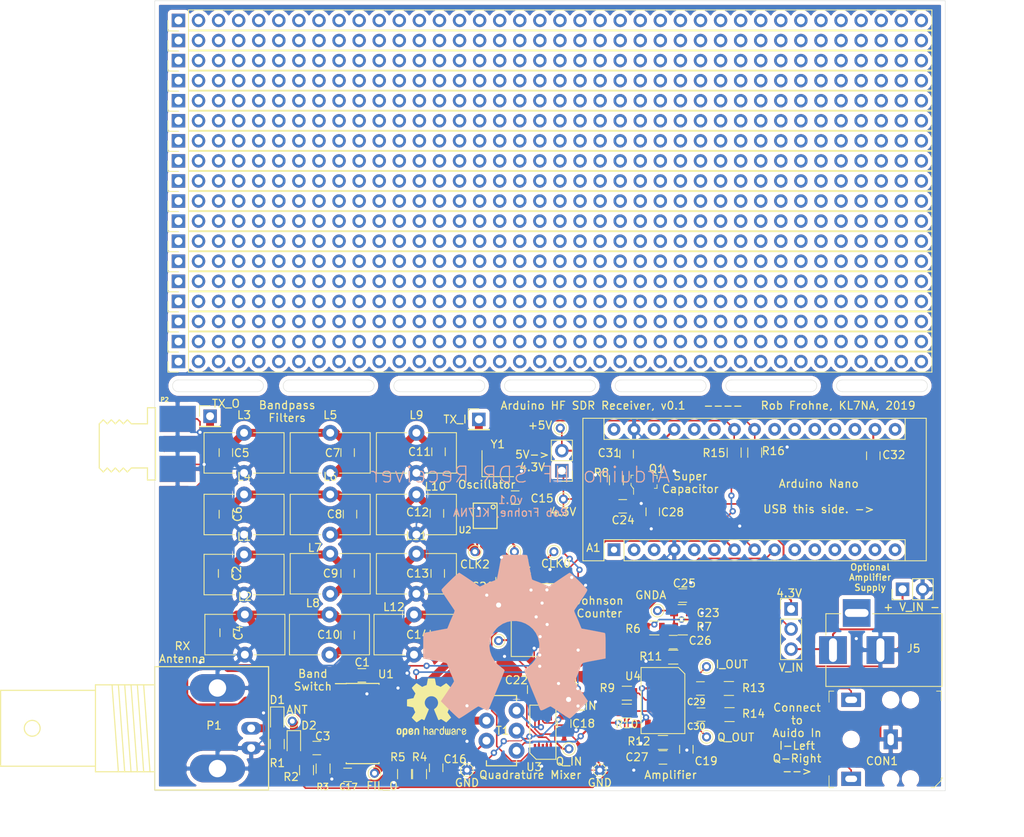
<source format=kicad_pcb>
(kicad_pcb (version 20171130) (host pcbnew 5.1.2-f72e74a~84~ubuntu19.04.1)
  (title_block (title "Arduino HF SDR Receiver") (date 2019-07-11) (rev 0.1) (company "Walla Walla University") (comment 1 "Rob Frohne, KL7NA") (comment 2 "Open Hardware License"))
  (layers (0 F.Cu signal) (31 B.Cu signal) (34 B.Paste user) (35 F.Paste user) (36 B.SilkS user) (37 F.SilkS user) (38 B.Mask user) (39 F.Mask user) (44 Edge.Cuts user))
  (net 0 "")
  (net 1 GND)
  (net 2 +4.3V)
  (net 3 "Net-(C2-Pad1)")
  (net 4 "Net-(C3-Pad2)")
  (net 5 /RF_IN)
  (net 6 "Net-(C10-Pad2)")
  (net 7 "Net-(C5-Pad1)")
  (net 8 "Net-(C6-Pad1)")
  (net 9 "Net-(C11-Pad1)")
  (net 10 "Net-(C12-Pad1)")
  (net 11 "Net-(C13-Pad1)")
  (net 12 "Net-(C10-Pad1)")
  (net 13 +3V3)
  (net 14 "Net-(C16-Pad2)")
  (net 15 V_CC)
  (net 16 "Net-(C21-Pad1)")
  (net 17 "Net-(C22-Pad1)")
  (net 18 GNDA)
  (net 19 "Net-(C24-Pad1)")
  (net 20 "Net-(C26-Pad2)")
  (net 21 "Net-(C26-Pad1)")
  (net 22 "Net-(C27-Pad2)")
  (net 23 "Net-(C27-Pad1)")
  (net 24 "Net-(C29-Pad1)")
  (net 25 "Net-(C30-Pad1)")
  (net 26 +5V)
  (net 27 "Net-(CON1-Pad3)")
  (net 28 "Net-(CON1-Pad2)")
  (net 29 V_IN)
  (net 30 "Net-(J6-Pad1)")
  (net 31 "Net-(J7-Pad1)")
  (net 32 "Net-(J9-Pad1)")
  (net 33 /LO_I)
  (net 34 /LO_Q)
  (net 35 /MUTE)
  (net 36 "Net-(T1-Pad3)")
  (net 37 "Net-(T1-Pad5)")
  (net 38 "Net-(U5-Pad12)")
  (net 39 "Net-(U2-Pad2)")
  (net 40 "Net-(U2-Pad3)")
  (net 41 /SCL)
  (net 42 /B1)
  (net 43 /SDA)
  (net 44 /B0)
  (net 45 "Net-(J19-Pad1)")
  (net 46 "Net-(J20-Pad1)")
  (module Symbols:OSHW-Logo2_36.5x30mm_SilkScreen (layer F.Cu) (at 140.5 129)
    (fp_text reference REF*** hide)
    (fp_text value OSHW-Logo2_36.5x30mm_SilkScreen hide)
  )
  (module Symbols:OSHW-Logo2_9.8x8mm_SilkScreen (layer F.Cu) (at 130 134.5)
    (fp_text reference REF*** hide)
    (fp_text value OSHW-Logo2_9.8x8mm_SilkScreen hide)
  )
  (module Pin_Headers:Pin_Header_Straight_1x38_Pitch2.54mm (layer F.Cu) (at 98 90.68 90)
    (fp_text reference REF** hide)
    (fp_text value Pin_Header_Straight_1x38_Pitch2.54mm hide)
    (pad 38 thru_hole oval (at 0 93.98 90) (size 1.7 1.7) (drill 1) (layers *.Cu *.Mask))
    (pad 37 thru_hole oval (at 0 91.44 90) (size 1.7 1.7) (drill 1) (layers *.Cu *.Mask))
    (pad 36 thru_hole oval (at 0 88.9 90) (size 1.7 1.7) (drill 1) (layers *.Cu *.Mask))
    (pad 35 thru_hole oval (at 0 86.36 90) (size 1.7 1.7) (drill 1) (layers *.Cu *.Mask))
    (pad 34 thru_hole oval (at 0 83.82 90) (size 1.7 1.7) (drill 1) (layers *.Cu *.Mask))
    (pad 33 thru_hole oval (at 0 81.28 90) (size 1.7 1.7) (drill 1) (layers *.Cu *.Mask))
    (pad 32 thru_hole oval (at 0 78.74 90) (size 1.7 1.7) (drill 1) (layers *.Cu *.Mask))
    (pad 31 thru_hole oval (at 0 76.2 90) (size 1.7 1.7) (drill 1) (layers *.Cu *.Mask))
    (pad 30 thru_hole oval (at 0 73.66 90) (size 1.7 1.7) (drill 1) (layers *.Cu *.Mask))
    (pad 29 thru_hole oval (at 0 71.12 90) (size 1.7 1.7) (drill 1) (layers *.Cu *.Mask))
    (pad 28 thru_hole oval (at 0 68.58 90) (size 1.7 1.7) (drill 1) (layers *.Cu *.Mask))
    (pad 27 thru_hole oval (at 0 66.04 90) (size 1.7 1.7) (drill 1) (layers *.Cu *.Mask))
    (pad 26 thru_hole oval (at 0 63.5 90) (size 1.7 1.7) (drill 1) (layers *.Cu *.Mask))
    (pad 25 thru_hole oval (at 0 60.96 90) (size 1.7 1.7) (drill 1) (layers *.Cu *.Mask))
    (pad 24 thru_hole oval (at 0 58.42 90) (size 1.7 1.7) (drill 1) (layers *.Cu *.Mask))
    (pad 23 thru_hole oval (at 0 55.88 90) (size 1.7 1.7) (drill 1) (layers *.Cu *.Mask))
    (pad 22 thru_hole oval (at 0 53.34 90) (size 1.7 1.7) (drill 1) (layers *.Cu *.Mask))
    (pad 21 thru_hole oval (at 0 50.8 90) (size 1.7 1.7) (drill 1) (layers *.Cu *.Mask))
    (pad 20 thru_hole oval (at 0 48.26 90) (size 1.7 1.7) (drill 1) (layers *.Cu *.Mask))
    (pad 19 thru_hole oval (at 0 45.72 90) (size 1.7 1.7) (drill 1) (layers *.Cu *.Mask))
    (pad 18 thru_hole oval (at 0 43.18 90) (size 1.7 1.7) (drill 1) (layers *.Cu *.Mask))
    (pad 17 thru_hole oval (at 0 40.64 90) (size 1.7 1.7) (drill 1) (layers *.Cu *.Mask))
    (pad 16 thru_hole oval (at 0 38.1 90) (size 1.7 1.7) (drill 1) (layers *.Cu *.Mask))
    (pad 15 thru_hole oval (at 0 35.56 90) (size 1.7 1.7) (drill 1) (layers *.Cu *.Mask))
    (pad 14 thru_hole oval (at 0 33.02 90) (size 1.7 1.7) (drill 1) (layers *.Cu *.Mask))
    (pad 13 thru_hole oval (at 0 30.48 90) (size 1.7 1.7) (drill 1) (layers *.Cu *.Mask))
    (pad 12 thru_hole oval (at 0 27.94 90) (size 1.7 1.7) (drill 1) (layers *.Cu *.Mask))
    (pad 11 thru_hole oval (at 0 25.4 90) (size 1.7 1.7) (drill 1) (layers *.Cu *.Mask))
    (pad 10 thru_hole oval (at 0 22.86 90) (size 1.7 1.7) (drill 1) (layers *.Cu *.Mask))
    (pad 9 thru_hole oval (at 0 20.32 90) (size 1.7 1.7) (drill 1) (layers *.Cu *.Mask))
    (pad 8 thru_hole oval (at 0 17.78 90) (size 1.7 1.7) (drill 1) (layers *.Cu *.Mask))
    (pad 7 thru_hole oval (at 0 15.24 90) (size 1.7 1.7) (drill 1) (layers *.Cu *.Mask))
    (pad 6 thru_hole oval (at 0 12.7 90) (size 1.7 1.7) (drill 1) (layers *.Cu *.Mask))
    (pad 5 thru_hole oval (at 0 10.16 90) (size 1.7 1.7) (drill 1) (layers *.Cu *.Mask))
    (pad 4 thru_hole oval (at 0 7.62 90) (size 1.7 1.7) (drill 1) (layers *.Cu *.Mask))
    (pad 3 thru_hole oval (at 0 5.08 90) (size 1.7 1.7) (drill 1) (layers *.Cu *.Mask))
    (pad 2 thru_hole oval (at 0 2.54 90) (size 1.7 1.7) (drill 1) (layers *.Cu *.Mask))
    (pad 1 thru_hole rect (at 0 0 90) (size 1.7 1.7) (drill 1) (layers *.Cu *.Mask))
  )
  (module Pin_Headers:Pin_Header_Straight_1x38_Pitch2.54mm (layer F.Cu) (at 98 88.14 90)
    (fp_text reference REF** hide)
    (fp_text value Pin_Header_Straight_1x38_Pitch2.54mm hide)
    (pad 38 thru_hole oval (at 0 93.98 90) (size 1.7 1.7) (drill 1) (layers *.Cu *.Mask))
    (pad 37 thru_hole oval (at 0 91.44 90) (size 1.7 1.7) (drill 1) (layers *.Cu *.Mask))
    (pad 36 thru_hole oval (at 0 88.9 90) (size 1.7 1.7) (drill 1) (layers *.Cu *.Mask))
    (pad 35 thru_hole oval (at 0 86.36 90) (size 1.7 1.7) (drill 1) (layers *.Cu *.Mask))
    (pad 34 thru_hole oval (at 0 83.82 90) (size 1.7 1.7) (drill 1) (layers *.Cu *.Mask))
    (pad 33 thru_hole oval (at 0 81.28 90) (size 1.7 1.7) (drill 1) (layers *.Cu *.Mask))
    (pad 32 thru_hole oval (at 0 78.74 90) (size 1.7 1.7) (drill 1) (layers *.Cu *.Mask))
    (pad 31 thru_hole oval (at 0 76.2 90) (size 1.7 1.7) (drill 1) (layers *.Cu *.Mask))
    (pad 30 thru_hole oval (at 0 73.66 90) (size 1.7 1.7) (drill 1) (layers *.Cu *.Mask))
    (pad 29 thru_hole oval (at 0 71.12 90) (size 1.7 1.7) (drill 1) (layers *.Cu *.Mask))
    (pad 28 thru_hole oval (at 0 68.58 90) (size 1.7 1.7) (drill 1) (layers *.Cu *.Mask))
    (pad 27 thru_hole oval (at 0 66.04 90) (size 1.7 1.7) (drill 1) (layers *.Cu *.Mask))
    (pad 26 thru_hole oval (at 0 63.5 90) (size 1.7 1.7) (drill 1) (layers *.Cu *.Mask))
    (pad 25 thru_hole oval (at 0 60.96 90) (size 1.7 1.7) (drill 1) (layers *.Cu *.Mask))
    (pad 24 thru_hole oval (at 0 58.42 90) (size 1.7 1.7) (drill 1) (layers *.Cu *.Mask))
    (pad 23 thru_hole oval (at 0 55.88 90) (size 1.7 1.7) (drill 1) (layers *.Cu *.Mask))
    (pad 22 thru_hole oval (at 0 53.34 90) (size 1.7 1.7) (drill 1) (layers *.Cu *.Mask))
    (pad 21 thru_hole oval (at 0 50.8 90) (size 1.7 1.7) (drill 1) (layers *.Cu *.Mask))
    (pad 20 thru_hole oval (at 0 48.26 90) (size 1.7 1.7) (drill 1) (layers *.Cu *.Mask))
    (pad 19 thru_hole oval (at 0 45.72 90) (size 1.7 1.7) (drill 1) (layers *.Cu *.Mask))
    (pad 18 thru_hole oval (at 0 43.18 90) (size 1.7 1.7) (drill 1) (layers *.Cu *.Mask))
    (pad 17 thru_hole oval (at 0 40.64 90) (size 1.7 1.7) (drill 1) (layers *.Cu *.Mask))
    (pad 16 thru_hole oval (at 0 38.1 90) (size 1.7 1.7) (drill 1) (layers *.Cu *.Mask))
    (pad 15 thru_hole oval (at 0 35.56 90) (size 1.7 1.7) (drill 1) (layers *.Cu *.Mask))
    (pad 14 thru_hole oval (at 0 33.02 90) (size 1.7 1.7) (drill 1) (layers *.Cu *.Mask))
    (pad 13 thru_hole oval (at 0 30.48 90) (size 1.7 1.7) (drill 1) (layers *.Cu *.Mask))
    (pad 12 thru_hole oval (at 0 27.94 90) (size 1.7 1.7) (drill 1) (layers *.Cu *.Mask))
    (pad 11 thru_hole oval (at 0 25.4 90) (size 1.7 1.7) (drill 1) (layers *.Cu *.Mask))
    (pad 10 thru_hole oval (at 0 22.86 90) (size 1.7 1.7) (drill 1) (layers *.Cu *.Mask))
    (pad 9 thru_hole oval (at 0 20.32 90) (size 1.7 1.7) (drill 1) (layers *.Cu *.Mask))
    (pad 8 thru_hole oval (at 0 17.78 90) (size 1.7 1.7) (drill 1) (layers *.Cu *.Mask))
    (pad 7 thru_hole oval (at 0 15.24 90) (size 1.7 1.7) (drill 1) (layers *.Cu *.Mask))
    (pad 6 thru_hole oval (at 0 12.7 90) (size 1.7 1.7) (drill 1) (layers *.Cu *.Mask))
    (pad 5 thru_hole oval (at 0 10.16 90) (size 1.7 1.7) (drill 1) (layers *.Cu *.Mask))
    (pad 4 thru_hole oval (at 0 7.62 90) (size 1.7 1.7) (drill 1) (layers *.Cu *.Mask))
    (pad 3 thru_hole oval (at 0 5.08 90) (size 1.7 1.7) (drill 1) (layers *.Cu *.Mask))
    (pad 2 thru_hole oval (at 0 2.54 90) (size 1.7 1.7) (drill 1) (layers *.Cu *.Mask))
    (pad 1 thru_hole rect (at 0 0 90) (size 1.7 1.7) (drill 1) (layers *.Cu *.Mask))
  )
  (module Pin_Headers:Pin_Header_Straight_1x38_Pitch2.54mm (layer F.Cu) (at 98 85.6 90)
    (fp_text reference REF** hide)
    (fp_text value Pin_Header_Straight_1x38_Pitch2.54mm hide)
    (pad 38 thru_hole oval (at 0 93.98 90) (size 1.7 1.7) (drill 1) (layers *.Cu *.Mask))
    (pad 37 thru_hole oval (at 0 91.44 90) (size 1.7 1.7) (drill 1) (layers *.Cu *.Mask))
    (pad 36 thru_hole oval (at 0 88.9 90) (size 1.7 1.7) (drill 1) (layers *.Cu *.Mask))
    (pad 35 thru_hole oval (at 0 86.36 90) (size 1.7 1.7) (drill 1) (layers *.Cu *.Mask))
    (pad 34 thru_hole oval (at 0 83.82 90) (size 1.7 1.7) (drill 1) (layers *.Cu *.Mask))
    (pad 33 thru_hole oval (at 0 81.28 90) (size 1.7 1.7) (drill 1) (layers *.Cu *.Mask))
    (pad 32 thru_hole oval (at 0 78.74 90) (size 1.7 1.7) (drill 1) (layers *.Cu *.Mask))
    (pad 31 thru_hole oval (at 0 76.2 90) (size 1.7 1.7) (drill 1) (layers *.Cu *.Mask))
    (pad 30 thru_hole oval (at 0 73.66 90) (size 1.7 1.7) (drill 1) (layers *.Cu *.Mask))
    (pad 29 thru_hole oval (at 0 71.12 90) (size 1.7 1.7) (drill 1) (layers *.Cu *.Mask))
    (pad 28 thru_hole oval (at 0 68.58 90) (size 1.7 1.7) (drill 1) (layers *.Cu *.Mask))
    (pad 27 thru_hole oval (at 0 66.04 90) (size 1.7 1.7) (drill 1) (layers *.Cu *.Mask))
    (pad 26 thru_hole oval (at 0 63.5 90) (size 1.7 1.7) (drill 1) (layers *.Cu *.Mask))
    (pad 25 thru_hole oval (at 0 60.96 90) (size 1.7 1.7) (drill 1) (layers *.Cu *.Mask))
    (pad 24 thru_hole oval (at 0 58.42 90) (size 1.7 1.7) (drill 1) (layers *.Cu *.Mask))
    (pad 23 thru_hole oval (at 0 55.88 90) (size 1.7 1.7) (drill 1) (layers *.Cu *.Mask))
    (pad 22 thru_hole oval (at 0 53.34 90) (size 1.7 1.7) (drill 1) (layers *.Cu *.Mask))
    (pad 21 thru_hole oval (at 0 50.8 90) (size 1.7 1.7) (drill 1) (layers *.Cu *.Mask))
    (pad 20 thru_hole oval (at 0 48.26 90) (size 1.7 1.7) (drill 1) (layers *.Cu *.Mask))
    (pad 19 thru_hole oval (at 0 45.72 90) (size 1.7 1.7) (drill 1) (layers *.Cu *.Mask))
    (pad 18 thru_hole oval (at 0 43.18 90) (size 1.7 1.7) (drill 1) (layers *.Cu *.Mask))
    (pad 17 thru_hole oval (at 0 40.64 90) (size 1.7 1.7) (drill 1) (layers *.Cu *.Mask))
    (pad 16 thru_hole oval (at 0 38.1 90) (size 1.7 1.7) (drill 1) (layers *.Cu *.Mask))
    (pad 15 thru_hole oval (at 0 35.56 90) (size 1.7 1.7) (drill 1) (layers *.Cu *.Mask))
    (pad 14 thru_hole oval (at 0 33.02 90) (size 1.7 1.7) (drill 1) (layers *.Cu *.Mask))
    (pad 13 thru_hole oval (at 0 30.48 90) (size 1.7 1.7) (drill 1) (layers *.Cu *.Mask))
    (pad 12 thru_hole oval (at 0 27.94 90) (size 1.7 1.7) (drill 1) (layers *.Cu *.Mask))
    (pad 11 thru_hole oval (at 0 25.4 90) (size 1.7 1.7) (drill 1) (layers *.Cu *.Mask))
    (pad 10 thru_hole oval (at 0 22.86 90) (size 1.7 1.7) (drill 1) (layers *.Cu *.Mask))
    (pad 9 thru_hole oval (at 0 20.32 90) (size 1.7 1.7) (drill 1) (layers *.Cu *.Mask))
    (pad 8 thru_hole oval (at 0 17.78 90) (size 1.7 1.7) (drill 1) (layers *.Cu *.Mask))
    (pad 7 thru_hole oval (at 0 15.24 90) (size 1.7 1.7) (drill 1) (layers *.Cu *.Mask))
    (pad 6 thru_hole oval (at 0 12.7 90) (size 1.7 1.7) (drill 1) (layers *.Cu *.Mask))
    (pad 5 thru_hole oval (at 0 10.16 90) (size 1.7 1.7) (drill 1) (layers *.Cu *.Mask))
    (pad 4 thru_hole oval (at 0 7.62 90) (size 1.7 1.7) (drill 1) (layers *.Cu *.Mask))
    (pad 3 thru_hole oval (at 0 5.08 90) (size 1.7 1.7) (drill 1) (layers *.Cu *.Mask))
    (pad 2 thru_hole oval (at 0 2.54 90) (size 1.7 1.7) (drill 1) (layers *.Cu *.Mask))
    (pad 1 thru_hole rect (at 0 0 90) (size 1.7 1.7) (drill 1) (layers *.Cu *.Mask))
  )
  (module Pin_Headers:Pin_Header_Straight_1x38_Pitch2.54mm (layer F.Cu) (at 98 83.06 90)
    (fp_text reference REF** hide)
    (fp_text value Pin_Header_Straight_1x38_Pitch2.54mm hide)
    (pad 38 thru_hole oval (at 0 93.98 90) (size 1.7 1.7) (drill 1) (layers *.Cu *.Mask))
    (pad 37 thru_hole oval (at 0 91.44 90) (size 1.7 1.7) (drill 1) (layers *.Cu *.Mask))
    (pad 36 thru_hole oval (at 0 88.9 90) (size 1.7 1.7) (drill 1) (layers *.Cu *.Mask))
    (pad 35 thru_hole oval (at 0 86.36 90) (size 1.7 1.7) (drill 1) (layers *.Cu *.Mask))
    (pad 34 thru_hole oval (at 0 83.82 90) (size 1.7 1.7) (drill 1) (layers *.Cu *.Mask))
    (pad 33 thru_hole oval (at 0 81.28 90) (size 1.7 1.7) (drill 1) (layers *.Cu *.Mask))
    (pad 32 thru_hole oval (at 0 78.74 90) (size 1.7 1.7) (drill 1) (layers *.Cu *.Mask))
    (pad 31 thru_hole oval (at 0 76.2 90) (size 1.7 1.7) (drill 1) (layers *.Cu *.Mask))
    (pad 30 thru_hole oval (at 0 73.66 90) (size 1.7 1.7) (drill 1) (layers *.Cu *.Mask))
    (pad 29 thru_hole oval (at 0 71.12 90) (size 1.7 1.7) (drill 1) (layers *.Cu *.Mask))
    (pad 28 thru_hole oval (at 0 68.58 90) (size 1.7 1.7) (drill 1) (layers *.Cu *.Mask))
    (pad 27 thru_hole oval (at 0 66.04 90) (size 1.7 1.7) (drill 1) (layers *.Cu *.Mask))
    (pad 26 thru_hole oval (at 0 63.5 90) (size 1.7 1.7) (drill 1) (layers *.Cu *.Mask))
    (pad 25 thru_hole oval (at 0 60.96 90) (size 1.7 1.7) (drill 1) (layers *.Cu *.Mask))
    (pad 24 thru_hole oval (at 0 58.42 90) (size 1.7 1.7) (drill 1) (layers *.Cu *.Mask))
    (pad 23 thru_hole oval (at 0 55.88 90) (size 1.7 1.7) (drill 1) (layers *.Cu *.Mask))
    (pad 22 thru_hole oval (at 0 53.34 90) (size 1.7 1.7) (drill 1) (layers *.Cu *.Mask))
    (pad 21 thru_hole oval (at 0 50.8 90) (size 1.7 1.7) (drill 1) (layers *.Cu *.Mask))
    (pad 20 thru_hole oval (at 0 48.26 90) (size 1.7 1.7) (drill 1) (layers *.Cu *.Mask))
    (pad 19 thru_hole oval (at 0 45.72 90) (size 1.7 1.7) (drill 1) (layers *.Cu *.Mask))
    (pad 18 thru_hole oval (at 0 43.18 90) (size 1.7 1.7) (drill 1) (layers *.Cu *.Mask))
    (pad 17 thru_hole oval (at 0 40.64 90) (size 1.7 1.7) (drill 1) (layers *.Cu *.Mask))
    (pad 16 thru_hole oval (at 0 38.1 90) (size 1.7 1.7) (drill 1) (layers *.Cu *.Mask))
    (pad 15 thru_hole oval (at 0 35.56 90) (size 1.7 1.7) (drill 1) (layers *.Cu *.Mask))
    (pad 14 thru_hole oval (at 0 33.02 90) (size 1.7 1.7) (drill 1) (layers *.Cu *.Mask))
    (pad 13 thru_hole oval (at 0 30.48 90) (size 1.7 1.7) (drill 1) (layers *.Cu *.Mask))
    (pad 12 thru_hole oval (at 0 27.94 90) (size 1.7 1.7) (drill 1) (layers *.Cu *.Mask))
    (pad 11 thru_hole oval (at 0 25.4 90) (size 1.7 1.7) (drill 1) (layers *.Cu *.Mask))
    (pad 10 thru_hole oval (at 0 22.86 90) (size 1.7 1.7) (drill 1) (layers *.Cu *.Mask))
    (pad 9 thru_hole oval (at 0 20.32 90) (size 1.7 1.7) (drill 1) (layers *.Cu *.Mask))
    (pad 8 thru_hole oval (at 0 17.78 90) (size 1.7 1.7) (drill 1) (layers *.Cu *.Mask))
    (pad 7 thru_hole oval (at 0 15.24 90) (size 1.7 1.7) (drill 1) (layers *.Cu *.Mask))
    (pad 6 thru_hole oval (at 0 12.7 90) (size 1.7 1.7) (drill 1) (layers *.Cu *.Mask))
    (pad 5 thru_hole oval (at 0 10.16 90) (size 1.7 1.7) (drill 1) (layers *.Cu *.Mask))
    (pad 4 thru_hole oval (at 0 7.62 90) (size 1.7 1.7) (drill 1) (layers *.Cu *.Mask))
    (pad 3 thru_hole oval (at 0 5.08 90) (size 1.7 1.7) (drill 1) (layers *.Cu *.Mask))
    (pad 2 thru_hole oval (at 0 2.54 90) (size 1.7 1.7) (drill 1) (layers *.Cu *.Mask))
    (pad 1 thru_hole rect (at 0 0 90) (size 1.7 1.7) (drill 1) (layers *.Cu *.Mask))
  )
  (module Pin_Headers:Pin_Header_Straight_1x38_Pitch2.54mm (layer F.Cu) (at 98 80.52 90)
    (fp_text reference REF** hide)
    (fp_text value Pin_Header_Straight_1x38_Pitch2.54mm hide)
    (pad 38 thru_hole oval (at 0 93.98 90) (size 1.7 1.7) (drill 1) (layers *.Cu *.Mask))
    (pad 37 thru_hole oval (at 0 91.44 90) (size 1.7 1.7) (drill 1) (layers *.Cu *.Mask))
    (pad 36 thru_hole oval (at 0 88.9 90) (size 1.7 1.7) (drill 1) (layers *.Cu *.Mask))
    (pad 35 thru_hole oval (at 0 86.36 90) (size 1.7 1.7) (drill 1) (layers *.Cu *.Mask))
    (pad 34 thru_hole oval (at 0 83.82 90) (size 1.7 1.7) (drill 1) (layers *.Cu *.Mask))
    (pad 33 thru_hole oval (at 0 81.28 90) (size 1.7 1.7) (drill 1) (layers *.Cu *.Mask))
    (pad 32 thru_hole oval (at 0 78.74 90) (size 1.7 1.7) (drill 1) (layers *.Cu *.Mask))
    (pad 31 thru_hole oval (at 0 76.2 90) (size 1.7 1.7) (drill 1) (layers *.Cu *.Mask))
    (pad 30 thru_hole oval (at 0 73.66 90) (size 1.7 1.7) (drill 1) (layers *.Cu *.Mask))
    (pad 29 thru_hole oval (at 0 71.12 90) (size 1.7 1.7) (drill 1) (layers *.Cu *.Mask))
    (pad 28 thru_hole oval (at 0 68.58 90) (size 1.7 1.7) (drill 1) (layers *.Cu *.Mask))
    (pad 27 thru_hole oval (at 0 66.04 90) (size 1.7 1.7) (drill 1) (layers *.Cu *.Mask))
    (pad 26 thru_hole oval (at 0 63.5 90) (size 1.7 1.7) (drill 1) (layers *.Cu *.Mask))
    (pad 25 thru_hole oval (at 0 60.96 90) (size 1.7 1.7) (drill 1) (layers *.Cu *.Mask))
    (pad 24 thru_hole oval (at 0 58.42 90) (size 1.7 1.7) (drill 1) (layers *.Cu *.Mask))
    (pad 23 thru_hole oval (at 0 55.88 90) (size 1.7 1.7) (drill 1) (layers *.Cu *.Mask))
    (pad 22 thru_hole oval (at 0 53.34 90) (size 1.7 1.7) (drill 1) (layers *.Cu *.Mask))
    (pad 21 thru_hole oval (at 0 50.8 90) (size 1.7 1.7) (drill 1) (layers *.Cu *.Mask))
    (pad 20 thru_hole oval (at 0 48.26 90) (size 1.7 1.7) (drill 1) (layers *.Cu *.Mask))
    (pad 19 thru_hole oval (at 0 45.72 90) (size 1.7 1.7) (drill 1) (layers *.Cu *.Mask))
    (pad 18 thru_hole oval (at 0 43.18 90) (size 1.7 1.7) (drill 1) (layers *.Cu *.Mask))
    (pad 17 thru_hole oval (at 0 40.64 90) (size 1.7 1.7) (drill 1) (layers *.Cu *.Mask))
    (pad 16 thru_hole oval (at 0 38.1 90) (size 1.7 1.7) (drill 1) (layers *.Cu *.Mask))
    (pad 15 thru_hole oval (at 0 35.56 90) (size 1.7 1.7) (drill 1) (layers *.Cu *.Mask))
    (pad 14 thru_hole oval (at 0 33.02 90) (size 1.7 1.7) (drill 1) (layers *.Cu *.Mask))
    (pad 13 thru_hole oval (at 0 30.48 90) (size 1.7 1.7) (drill 1) (layers *.Cu *.Mask))
    (pad 12 thru_hole oval (at 0 27.94 90) (size 1.7 1.7) (drill 1) (layers *.Cu *.Mask))
    (pad 11 thru_hole oval (at 0 25.4 90) (size 1.7 1.7) (drill 1) (layers *.Cu *.Mask))
    (pad 10 thru_hole oval (at 0 22.86 90) (size 1.7 1.7) (drill 1) (layers *.Cu *.Mask))
    (pad 9 thru_hole oval (at 0 20.32 90) (size 1.7 1.7) (drill 1) (layers *.Cu *.Mask))
    (pad 8 thru_hole oval (at 0 17.78 90) (size 1.7 1.7) (drill 1) (layers *.Cu *.Mask))
    (pad 7 thru_hole oval (at 0 15.24 90) (size 1.7 1.7) (drill 1) (layers *.Cu *.Mask))
    (pad 6 thru_hole oval (at 0 12.7 90) (size 1.7 1.7) (drill 1) (layers *.Cu *.Mask))
    (pad 5 thru_hole oval (at 0 10.16 90) (size 1.7 1.7) (drill 1) (layers *.Cu *.Mask))
    (pad 4 thru_hole oval (at 0 7.62 90) (size 1.7 1.7) (drill 1) (layers *.Cu *.Mask))
    (pad 3 thru_hole oval (at 0 5.08 90) (size 1.7 1.7) (drill 1) (layers *.Cu *.Mask))
    (pad 2 thru_hole oval (at 0 2.54 90) (size 1.7 1.7) (drill 1) (layers *.Cu *.Mask))
    (pad 1 thru_hole rect (at 0 0 90) (size 1.7 1.7) (drill 1) (layers *.Cu *.Mask))
  )
  (module Pin_Headers:Pin_Header_Straight_1x38_Pitch2.54mm (layer F.Cu) (at 98 77.98 90)
    (fp_text reference REF** hide)
    (fp_text value Pin_Header_Straight_1x38_Pitch2.54mm hide)
    (pad 38 thru_hole oval (at 0 93.98 90) (size 1.7 1.7) (drill 1) (layers *.Cu *.Mask))
    (pad 37 thru_hole oval (at 0 91.44 90) (size 1.7 1.7) (drill 1) (layers *.Cu *.Mask))
    (pad 36 thru_hole oval (at 0 88.9 90) (size 1.7 1.7) (drill 1) (layers *.Cu *.Mask))
    (pad 35 thru_hole oval (at 0 86.36 90) (size 1.7 1.7) (drill 1) (layers *.Cu *.Mask))
    (pad 34 thru_hole oval (at 0 83.82 90) (size 1.7 1.7) (drill 1) (layers *.Cu *.Mask))
    (pad 33 thru_hole oval (at 0 81.28 90) (size 1.7 1.7) (drill 1) (layers *.Cu *.Mask))
    (pad 32 thru_hole oval (at 0 78.74 90) (size 1.7 1.7) (drill 1) (layers *.Cu *.Mask))
    (pad 31 thru_hole oval (at 0 76.2 90) (size 1.7 1.7) (drill 1) (layers *.Cu *.Mask))
    (pad 30 thru_hole oval (at 0 73.66 90) (size 1.7 1.7) (drill 1) (layers *.Cu *.Mask))
    (pad 29 thru_hole oval (at 0 71.12 90) (size 1.7 1.7) (drill 1) (layers *.Cu *.Mask))
    (pad 28 thru_hole oval (at 0 68.58 90) (size 1.7 1.7) (drill 1) (layers *.Cu *.Mask))
    (pad 27 thru_hole oval (at 0 66.04 90) (size 1.7 1.7) (drill 1) (layers *.Cu *.Mask))
    (pad 26 thru_hole oval (at 0 63.5 90) (size 1.7 1.7) (drill 1) (layers *.Cu *.Mask))
    (pad 25 thru_hole oval (at 0 60.96 90) (size 1.7 1.7) (drill 1) (layers *.Cu *.Mask))
    (pad 24 thru_hole oval (at 0 58.42 90) (size 1.7 1.7) (drill 1) (layers *.Cu *.Mask))
    (pad 23 thru_hole oval (at 0 55.88 90) (size 1.7 1.7) (drill 1) (layers *.Cu *.Mask))
    (pad 22 thru_hole oval (at 0 53.34 90) (size 1.7 1.7) (drill 1) (layers *.Cu *.Mask))
    (pad 21 thru_hole oval (at 0 50.8 90) (size 1.7 1.7) (drill 1) (layers *.Cu *.Mask))
    (pad 20 thru_hole oval (at 0 48.26 90) (size 1.7 1.7) (drill 1) (layers *.Cu *.Mask))
    (pad 19 thru_hole oval (at 0 45.72 90) (size 1.7 1.7) (drill 1) (layers *.Cu *.Mask))
    (pad 18 thru_hole oval (at 0 43.18 90) (size 1.7 1.7) (drill 1) (layers *.Cu *.Mask))
    (pad 17 thru_hole oval (at 0 40.64 90) (size 1.7 1.7) (drill 1) (layers *.Cu *.Mask))
    (pad 16 thru_hole oval (at 0 38.1 90) (size 1.7 1.7) (drill 1) (layers *.Cu *.Mask))
    (pad 15 thru_hole oval (at 0 35.56 90) (size 1.7 1.7) (drill 1) (layers *.Cu *.Mask))
    (pad 14 thru_hole oval (at 0 33.02 90) (size 1.7 1.7) (drill 1) (layers *.Cu *.Mask))
    (pad 13 thru_hole oval (at 0 30.48 90) (size 1.7 1.7) (drill 1) (layers *.Cu *.Mask))
    (pad 12 thru_hole oval (at 0 27.94 90) (size 1.7 1.7) (drill 1) (layers *.Cu *.Mask))
    (pad 11 thru_hole oval (at 0 25.4 90) (size 1.7 1.7) (drill 1) (layers *.Cu *.Mask))
    (pad 10 thru_hole oval (at 0 22.86 90) (size 1.7 1.7) (drill 1) (layers *.Cu *.Mask))
    (pad 9 thru_hole oval (at 0 20.32 90) (size 1.7 1.7) (drill 1) (layers *.Cu *.Mask))
    (pad 8 thru_hole oval (at 0 17.78 90) (size 1.7 1.7) (drill 1) (layers *.Cu *.Mask))
    (pad 7 thru_hole oval (at 0 15.24 90) (size 1.7 1.7) (drill 1) (layers *.Cu *.Mask))
    (pad 6 thru_hole oval (at 0 12.7 90) (size 1.7 1.7) (drill 1) (layers *.Cu *.Mask))
    (pad 5 thru_hole oval (at 0 10.16 90) (size 1.7 1.7) (drill 1) (layers *.Cu *.Mask))
    (pad 4 thru_hole oval (at 0 7.62 90) (size 1.7 1.7) (drill 1) (layers *.Cu *.Mask))
    (pad 3 thru_hole oval (at 0 5.08 90) (size 1.7 1.7) (drill 1) (layers *.Cu *.Mask))
    (pad 2 thru_hole oval (at 0 2.54 90) (size 1.7 1.7) (drill 1) (layers *.Cu *.Mask))
    (pad 1 thru_hole rect (at 0 0 90) (size 1.7 1.7) (drill 1) (layers *.Cu *.Mask))
  )
  (module Pin_Headers:Pin_Header_Straight_1x38_Pitch2.54mm (layer F.Cu) (at 98 75.44 90)
    (fp_text reference REF** hide)
    (fp_text value Pin_Header_Straight_1x38_Pitch2.54mm hide)
    (pad 38 thru_hole oval (at 0 93.98 90) (size 1.7 1.7) (drill 1) (layers *.Cu *.Mask))
    (pad 37 thru_hole oval (at 0 91.44 90) (size 1.7 1.7) (drill 1) (layers *.Cu *.Mask))
    (pad 36 thru_hole oval (at 0 88.9 90) (size 1.7 1.7) (drill 1) (layers *.Cu *.Mask))
    (pad 35 thru_hole oval (at 0 86.36 90) (size 1.7 1.7) (drill 1) (layers *.Cu *.Mask))
    (pad 34 thru_hole oval (at 0 83.82 90) (size 1.7 1.7) (drill 1) (layers *.Cu *.Mask))
    (pad 33 thru_hole oval (at 0 81.28 90) (size 1.7 1.7) (drill 1) (layers *.Cu *.Mask))
    (pad 32 thru_hole oval (at 0 78.74 90) (size 1.7 1.7) (drill 1) (layers *.Cu *.Mask))
    (pad 31 thru_hole oval (at 0 76.2 90) (size 1.7 1.7) (drill 1) (layers *.Cu *.Mask))
    (pad 30 thru_hole oval (at 0 73.66 90) (size 1.7 1.7) (drill 1) (layers *.Cu *.Mask))
    (pad 29 thru_hole oval (at 0 71.12 90) (size 1.7 1.7) (drill 1) (layers *.Cu *.Mask))
    (pad 28 thru_hole oval (at 0 68.58 90) (size 1.7 1.7) (drill 1) (layers *.Cu *.Mask))
    (pad 27 thru_hole oval (at 0 66.04 90) (size 1.7 1.7) (drill 1) (layers *.Cu *.Mask))
    (pad 26 thru_hole oval (at 0 63.5 90) (size 1.7 1.7) (drill 1) (layers *.Cu *.Mask))
    (pad 25 thru_hole oval (at 0 60.96 90) (size 1.7 1.7) (drill 1) (layers *.Cu *.Mask))
    (pad 24 thru_hole oval (at 0 58.42 90) (size 1.7 1.7) (drill 1) (layers *.Cu *.Mask))
    (pad 23 thru_hole oval (at 0 55.88 90) (size 1.7 1.7) (drill 1) (layers *.Cu *.Mask))
    (pad 22 thru_hole oval (at 0 53.34 90) (size 1.7 1.7) (drill 1) (layers *.Cu *.Mask))
    (pad 21 thru_hole oval (at 0 50.8 90) (size 1.7 1.7) (drill 1) (layers *.Cu *.Mask))
    (pad 20 thru_hole oval (at 0 48.26 90) (size 1.7 1.7) (drill 1) (layers *.Cu *.Mask))
    (pad 19 thru_hole oval (at 0 45.72 90) (size 1.7 1.7) (drill 1) (layers *.Cu *.Mask))
    (pad 18 thru_hole oval (at 0 43.18 90) (size 1.7 1.7) (drill 1) (layers *.Cu *.Mask))
    (pad 17 thru_hole oval (at 0 40.64 90) (size 1.7 1.7) (drill 1) (layers *.Cu *.Mask))
    (pad 16 thru_hole oval (at 0 38.1 90) (size 1.7 1.7) (drill 1) (layers *.Cu *.Mask))
    (pad 15 thru_hole oval (at 0 35.56 90) (size 1.7 1.7) (drill 1) (layers *.Cu *.Mask))
    (pad 14 thru_hole oval (at 0 33.02 90) (size 1.7 1.7) (drill 1) (layers *.Cu *.Mask))
    (pad 13 thru_hole oval (at 0 30.48 90) (size 1.7 1.7) (drill 1) (layers *.Cu *.Mask))
    (pad 12 thru_hole oval (at 0 27.94 90) (size 1.7 1.7) (drill 1) (layers *.Cu *.Mask))
    (pad 11 thru_hole oval (at 0 25.4 90) (size 1.7 1.7) (drill 1) (layers *.Cu *.Mask))
    (pad 10 thru_hole oval (at 0 22.86 90) (size 1.7 1.7) (drill 1) (layers *.Cu *.Mask))
    (pad 9 thru_hole oval (at 0 20.32 90) (size 1.7 1.7) (drill 1) (layers *.Cu *.Mask))
    (pad 8 thru_hole oval (at 0 17.78 90) (size 1.7 1.7) (drill 1) (layers *.Cu *.Mask))
    (pad 7 thru_hole oval (at 0 15.24 90) (size 1.7 1.7) (drill 1) (layers *.Cu *.Mask))
    (pad 6 thru_hole oval (at 0 12.7 90) (size 1.7 1.7) (drill 1) (layers *.Cu *.Mask))
    (pad 5 thru_hole oval (at 0 10.16 90) (size 1.7 1.7) (drill 1) (layers *.Cu *.Mask))
    (pad 4 thru_hole oval (at 0 7.62 90) (size 1.7 1.7) (drill 1) (layers *.Cu *.Mask))
    (pad 3 thru_hole oval (at 0 5.08 90) (size 1.7 1.7) (drill 1) (layers *.Cu *.Mask))
    (pad 2 thru_hole oval (at 0 2.54 90) (size 1.7 1.7) (drill 1) (layers *.Cu *.Mask))
    (pad 1 thru_hole rect (at 0 0 90) (size 1.7 1.7) (drill 1) (layers *.Cu *.Mask))
  )
  (module Pin_Headers:Pin_Header_Straight_1x38_Pitch2.54mm (layer F.Cu) (at 98 72.9 90)
    (fp_text reference REF** hide)
    (fp_text value Pin_Header_Straight_1x38_Pitch2.54mm hide)
    (pad 38 thru_hole oval (at 0 93.98 90) (size 1.7 1.7) (drill 1) (layers *.Cu *.Mask))
    (pad 37 thru_hole oval (at 0 91.44 90) (size 1.7 1.7) (drill 1) (layers *.Cu *.Mask))
    (pad 36 thru_hole oval (at 0 88.9 90) (size 1.7 1.7) (drill 1) (layers *.Cu *.Mask))
    (pad 35 thru_hole oval (at 0 86.36 90) (size 1.7 1.7) (drill 1) (layers *.Cu *.Mask))
    (pad 34 thru_hole oval (at 0 83.82 90) (size 1.7 1.7) (drill 1) (layers *.Cu *.Mask))
    (pad 33 thru_hole oval (at 0 81.28 90) (size 1.7 1.7) (drill 1) (layers *.Cu *.Mask))
    (pad 32 thru_hole oval (at 0 78.74 90) (size 1.7 1.7) (drill 1) (layers *.Cu *.Mask))
    (pad 31 thru_hole oval (at 0 76.2 90) (size 1.7 1.7) (drill 1) (layers *.Cu *.Mask))
    (pad 30 thru_hole oval (at 0 73.66 90) (size 1.7 1.7) (drill 1) (layers *.Cu *.Mask))
    (pad 29 thru_hole oval (at 0 71.12 90) (size 1.7 1.7) (drill 1) (layers *.Cu *.Mask))
    (pad 28 thru_hole oval (at 0 68.58 90) (size 1.7 1.7) (drill 1) (layers *.Cu *.Mask))
    (pad 27 thru_hole oval (at 0 66.04 90) (size 1.7 1.7) (drill 1) (layers *.Cu *.Mask))
    (pad 26 thru_hole oval (at 0 63.5 90) (size 1.7 1.7) (drill 1) (layers *.Cu *.Mask))
    (pad 25 thru_hole oval (at 0 60.96 90) (size 1.7 1.7) (drill 1) (layers *.Cu *.Mask))
    (pad 24 thru_hole oval (at 0 58.42 90) (size 1.7 1.7) (drill 1) (layers *.Cu *.Mask))
    (pad 23 thru_hole oval (at 0 55.88 90) (size 1.7 1.7) (drill 1) (layers *.Cu *.Mask))
    (pad 22 thru_hole oval (at 0 53.34 90) (size 1.7 1.7) (drill 1) (layers *.Cu *.Mask))
    (pad 21 thru_hole oval (at 0 50.8 90) (size 1.7 1.7) (drill 1) (layers *.Cu *.Mask))
    (pad 20 thru_hole oval (at 0 48.26 90) (size 1.7 1.7) (drill 1) (layers *.Cu *.Mask))
    (pad 19 thru_hole oval (at 0 45.72 90) (size 1.7 1.7) (drill 1) (layers *.Cu *.Mask))
    (pad 18 thru_hole oval (at 0 43.18 90) (size 1.7 1.7) (drill 1) (layers *.Cu *.Mask))
    (pad 17 thru_hole oval (at 0 40.64 90) (size 1.7 1.7) (drill 1) (layers *.Cu *.Mask))
    (pad 16 thru_hole oval (at 0 38.1 90) (size 1.7 1.7) (drill 1) (layers *.Cu *.Mask))
    (pad 15 thru_hole oval (at 0 35.56 90) (size 1.7 1.7) (drill 1) (layers *.Cu *.Mask))
    (pad 14 thru_hole oval (at 0 33.02 90) (size 1.7 1.7) (drill 1) (layers *.Cu *.Mask))
    (pad 13 thru_hole oval (at 0 30.48 90) (size 1.7 1.7) (drill 1) (layers *.Cu *.Mask))
    (pad 12 thru_hole oval (at 0 27.94 90) (size 1.7 1.7) (drill 1) (layers *.Cu *.Mask))
    (pad 11 thru_hole oval (at 0 25.4 90) (size 1.7 1.7) (drill 1) (layers *.Cu *.Mask))
    (pad 10 thru_hole oval (at 0 22.86 90) (size 1.7 1.7) (drill 1) (layers *.Cu *.Mask))
    (pad 9 thru_hole oval (at 0 20.32 90) (size 1.7 1.7) (drill 1) (layers *.Cu *.Mask))
    (pad 8 thru_hole oval (at 0 17.78 90) (size 1.7 1.7) (drill 1) (layers *.Cu *.Mask))
    (pad 7 thru_hole oval (at 0 15.24 90) (size 1.7 1.7) (drill 1) (layers *.Cu *.Mask))
    (pad 6 thru_hole oval (at 0 12.7 90) (size 1.7 1.7) (drill 1) (layers *.Cu *.Mask))
    (pad 5 thru_hole oval (at 0 10.16 90) (size 1.7 1.7) (drill 1) (layers *.Cu *.Mask))
    (pad 4 thru_hole oval (at 0 7.62 90) (size 1.7 1.7) (drill 1) (layers *.Cu *.Mask))
    (pad 3 thru_hole oval (at 0 5.08 90) (size 1.7 1.7) (drill 1) (layers *.Cu *.Mask))
    (pad 2 thru_hole oval (at 0 2.54 90) (size 1.7 1.7) (drill 1) (layers *.Cu *.Mask))
    (pad 1 thru_hole rect (at 0 0 90) (size 1.7 1.7) (drill 1) (layers *.Cu *.Mask))
  )
  (module Pin_Headers:Pin_Header_Straight_1x38_Pitch2.54mm (layer F.Cu) (at 98 70.36 90)
    (fp_text reference REF** hide)
    (fp_text value Pin_Header_Straight_1x38_Pitch2.54mm hide)
    (pad 38 thru_hole oval (at 0 93.98 90) (size 1.7 1.7) (drill 1) (layers *.Cu *.Mask))
    (pad 37 thru_hole oval (at 0 91.44 90) (size 1.7 1.7) (drill 1) (layers *.Cu *.Mask))
    (pad 36 thru_hole oval (at 0 88.9 90) (size 1.7 1.7) (drill 1) (layers *.Cu *.Mask))
    (pad 35 thru_hole oval (at 0 86.36 90) (size 1.7 1.7) (drill 1) (layers *.Cu *.Mask))
    (pad 34 thru_hole oval (at 0 83.82 90) (size 1.7 1.7) (drill 1) (layers *.Cu *.Mask))
    (pad 33 thru_hole oval (at 0 81.28 90) (size 1.7 1.7) (drill 1) (layers *.Cu *.Mask))
    (pad 32 thru_hole oval (at 0 78.74 90) (size 1.7 1.7) (drill 1) (layers *.Cu *.Mask))
    (pad 31 thru_hole oval (at 0 76.2 90) (size 1.7 1.7) (drill 1) (layers *.Cu *.Mask))
    (pad 30 thru_hole oval (at 0 73.66 90) (size 1.7 1.7) (drill 1) (layers *.Cu *.Mask))
    (pad 29 thru_hole oval (at 0 71.12 90) (size 1.7 1.7) (drill 1) (layers *.Cu *.Mask))
    (pad 28 thru_hole oval (at 0 68.58 90) (size 1.7 1.7) (drill 1) (layers *.Cu *.Mask))
    (pad 27 thru_hole oval (at 0 66.04 90) (size 1.7 1.7) (drill 1) (layers *.Cu *.Mask))
    (pad 26 thru_hole oval (at 0 63.5 90) (size 1.7 1.7) (drill 1) (layers *.Cu *.Mask))
    (pad 25 thru_hole oval (at 0 60.96 90) (size 1.7 1.7) (drill 1) (layers *.Cu *.Mask))
    (pad 24 thru_hole oval (at 0 58.42 90) (size 1.7 1.7) (drill 1) (layers *.Cu *.Mask))
    (pad 23 thru_hole oval (at 0 55.88 90) (size 1.7 1.7) (drill 1) (layers *.Cu *.Mask))
    (pad 22 thru_hole oval (at 0 53.34 90) (size 1.7 1.7) (drill 1) (layers *.Cu *.Mask))
    (pad 21 thru_hole oval (at 0 50.8 90) (size 1.7 1.7) (drill 1) (layers *.Cu *.Mask))
    (pad 20 thru_hole oval (at 0 48.26 90) (size 1.7 1.7) (drill 1) (layers *.Cu *.Mask))
    (pad 19 thru_hole oval (at 0 45.72 90) (size 1.7 1.7) (drill 1) (layers *.Cu *.Mask))
    (pad 18 thru_hole oval (at 0 43.18 90) (size 1.7 1.7) (drill 1) (layers *.Cu *.Mask))
    (pad 17 thru_hole oval (at 0 40.64 90) (size 1.7 1.7) (drill 1) (layers *.Cu *.Mask))
    (pad 16 thru_hole oval (at 0 38.1 90) (size 1.7 1.7) (drill 1) (layers *.Cu *.Mask))
    (pad 15 thru_hole oval (at 0 35.56 90) (size 1.7 1.7) (drill 1) (layers *.Cu *.Mask))
    (pad 14 thru_hole oval (at 0 33.02 90) (size 1.7 1.7) (drill 1) (layers *.Cu *.Mask))
    (pad 13 thru_hole oval (at 0 30.48 90) (size 1.7 1.7) (drill 1) (layers *.Cu *.Mask))
    (pad 12 thru_hole oval (at 0 27.94 90) (size 1.7 1.7) (drill 1) (layers *.Cu *.Mask))
    (pad 11 thru_hole oval (at 0 25.4 90) (size 1.7 1.7) (drill 1) (layers *.Cu *.Mask))
    (pad 10 thru_hole oval (at 0 22.86 90) (size 1.7 1.7) (drill 1) (layers *.Cu *.Mask))
    (pad 9 thru_hole oval (at 0 20.32 90) (size 1.7 1.7) (drill 1) (layers *.Cu *.Mask))
    (pad 8 thru_hole oval (at 0 17.78 90) (size 1.7 1.7) (drill 1) (layers *.Cu *.Mask))
    (pad 7 thru_hole oval (at 0 15.24 90) (size 1.7 1.7) (drill 1) (layers *.Cu *.Mask))
    (pad 6 thru_hole oval (at 0 12.7 90) (size 1.7 1.7) (drill 1) (layers *.Cu *.Mask))
    (pad 5 thru_hole oval (at 0 10.16 90) (size 1.7 1.7) (drill 1) (layers *.Cu *.Mask))
    (pad 4 thru_hole oval (at 0 7.62 90) (size 1.7 1.7) (drill 1) (layers *.Cu *.Mask))
    (pad 3 thru_hole oval (at 0 5.08 90) (size 1.7 1.7) (drill 1) (layers *.Cu *.Mask))
    (pad 2 thru_hole oval (at 0 2.54 90) (size 1.7 1.7) (drill 1) (layers *.Cu *.Mask))
    (pad 1 thru_hole rect (at 0 0 90) (size 1.7 1.7) (drill 1) (layers *.Cu *.Mask))
  )
  (module Pin_Headers:Pin_Header_Straight_1x38_Pitch2.54mm (layer F.Cu) (at 98 67.82 90)
    (fp_text reference REF** hide)
    (fp_text value Pin_Header_Straight_1x38_Pitch2.54mm hide)
    (pad 38 thru_hole oval (at 0 93.98 90) (size 1.7 1.7) (drill 1) (layers *.Cu *.Mask))
    (pad 37 thru_hole oval (at 0 91.44 90) (size 1.7 1.7) (drill 1) (layers *.Cu *.Mask))
    (pad 36 thru_hole oval (at 0 88.9 90) (size 1.7 1.7) (drill 1) (layers *.Cu *.Mask))
    (pad 35 thru_hole oval (at 0 86.36 90) (size 1.7 1.7) (drill 1) (layers *.Cu *.Mask))
    (pad 34 thru_hole oval (at 0 83.82 90) (size 1.7 1.7) (drill 1) (layers *.Cu *.Mask))
    (pad 33 thru_hole oval (at 0 81.28 90) (size 1.7 1.7) (drill 1) (layers *.Cu *.Mask))
    (pad 32 thru_hole oval (at 0 78.74 90) (size 1.7 1.7) (drill 1) (layers *.Cu *.Mask))
    (pad 31 thru_hole oval (at 0 76.2 90) (size 1.7 1.7) (drill 1) (layers *.Cu *.Mask))
    (pad 30 thru_hole oval (at 0 73.66 90) (size 1.7 1.7) (drill 1) (layers *.Cu *.Mask))
    (pad 29 thru_hole oval (at 0 71.12 90) (size 1.7 1.7) (drill 1) (layers *.Cu *.Mask))
    (pad 28 thru_hole oval (at 0 68.58 90) (size 1.7 1.7) (drill 1) (layers *.Cu *.Mask))
    (pad 27 thru_hole oval (at 0 66.04 90) (size 1.7 1.7) (drill 1) (layers *.Cu *.Mask))
    (pad 26 thru_hole oval (at 0 63.5 90) (size 1.7 1.7) (drill 1) (layers *.Cu *.Mask))
    (pad 25 thru_hole oval (at 0 60.96 90) (size 1.7 1.7) (drill 1) (layers *.Cu *.Mask))
    (pad 24 thru_hole oval (at 0 58.42 90) (size 1.7 1.7) (drill 1) (layers *.Cu *.Mask))
    (pad 23 thru_hole oval (at 0 55.88 90) (size 1.7 1.7) (drill 1) (layers *.Cu *.Mask))
    (pad 22 thru_hole oval (at 0 53.34 90) (size 1.7 1.7) (drill 1) (layers *.Cu *.Mask))
    (pad 21 thru_hole oval (at 0 50.8 90) (size 1.7 1.7) (drill 1) (layers *.Cu *.Mask))
    (pad 20 thru_hole oval (at 0 48.26 90) (size 1.7 1.7) (drill 1) (layers *.Cu *.Mask))
    (pad 19 thru_hole oval (at 0 45.72 90) (size 1.7 1.7) (drill 1) (layers *.Cu *.Mask))
    (pad 18 thru_hole oval (at 0 43.18 90) (size 1.7 1.7) (drill 1) (layers *.Cu *.Mask))
    (pad 17 thru_hole oval (at 0 40.64 90) (size 1.7 1.7) (drill 1) (layers *.Cu *.Mask))
    (pad 16 thru_hole oval (at 0 38.1 90) (size 1.7 1.7) (drill 1) (layers *.Cu *.Mask))
    (pad 15 thru_hole oval (at 0 35.56 90) (size 1.7 1.7) (drill 1) (layers *.Cu *.Mask))
    (pad 14 thru_hole oval (at 0 33.02 90) (size 1.7 1.7) (drill 1) (layers *.Cu *.Mask))
    (pad 13 thru_hole oval (at 0 30.48 90) (size 1.7 1.7) (drill 1) (layers *.Cu *.Mask))
    (pad 12 thru_hole oval (at 0 27.94 90) (size 1.7 1.7) (drill 1) (layers *.Cu *.Mask))
    (pad 11 thru_hole oval (at 0 25.4 90) (size 1.7 1.7) (drill 1) (layers *.Cu *.Mask))
    (pad 10 thru_hole oval (at 0 22.86 90) (size 1.7 1.7) (drill 1) (layers *.Cu *.Mask))
    (pad 9 thru_hole oval (at 0 20.32 90) (size 1.7 1.7) (drill 1) (layers *.Cu *.Mask))
    (pad 8 thru_hole oval (at 0 17.78 90) (size 1.7 1.7) (drill 1) (layers *.Cu *.Mask))
    (pad 7 thru_hole oval (at 0 15.24 90) (size 1.7 1.7) (drill 1) (layers *.Cu *.Mask))
    (pad 6 thru_hole oval (at 0 12.7 90) (size 1.7 1.7) (drill 1) (layers *.Cu *.Mask))
    (pad 5 thru_hole oval (at 0 10.16 90) (size 1.7 1.7) (drill 1) (layers *.Cu *.Mask))
    (pad 4 thru_hole oval (at 0 7.62 90) (size 1.7 1.7) (drill 1) (layers *.Cu *.Mask))
    (pad 3 thru_hole oval (at 0 5.08 90) (size 1.7 1.7) (drill 1) (layers *.Cu *.Mask))
    (pad 2 thru_hole oval (at 0 2.54 90) (size 1.7 1.7) (drill 1) (layers *.Cu *.Mask))
    (pad 1 thru_hole rect (at 0 0 90) (size 1.7 1.7) (drill 1) (layers *.Cu *.Mask))
  )
  (module Pin_Headers:Pin_Header_Straight_1x38_Pitch2.54mm (layer F.Cu) (at 98 65.28 90)
    (fp_text reference REF** hide)
    (fp_text value Pin_Header_Straight_1x38_Pitch2.54mm hide)
    (pad 38 thru_hole oval (at 0 93.98 90) (size 1.7 1.7) (drill 1) (layers *.Cu *.Mask))
    (pad 37 thru_hole oval (at 0 91.44 90) (size 1.7 1.7) (drill 1) (layers *.Cu *.Mask))
    (pad 36 thru_hole oval (at 0 88.9 90) (size 1.7 1.7) (drill 1) (layers *.Cu *.Mask))
    (pad 35 thru_hole oval (at 0 86.36 90) (size 1.7 1.7) (drill 1) (layers *.Cu *.Mask))
    (pad 34 thru_hole oval (at 0 83.82 90) (size 1.7 1.7) (drill 1) (layers *.Cu *.Mask))
    (pad 33 thru_hole oval (at 0 81.28 90) (size 1.7 1.7) (drill 1) (layers *.Cu *.Mask))
    (pad 32 thru_hole oval (at 0 78.74 90) (size 1.7 1.7) (drill 1) (layers *.Cu *.Mask))
    (pad 31 thru_hole oval (at 0 76.2 90) (size 1.7 1.7) (drill 1) (layers *.Cu *.Mask))
    (pad 30 thru_hole oval (at 0 73.66 90) (size 1.7 1.7) (drill 1) (layers *.Cu *.Mask))
    (pad 29 thru_hole oval (at 0 71.12 90) (size 1.7 1.7) (drill 1) (layers *.Cu *.Mask))
    (pad 28 thru_hole oval (at 0 68.58 90) (size 1.7 1.7) (drill 1) (layers *.Cu *.Mask))
    (pad 27 thru_hole oval (at 0 66.04 90) (size 1.7 1.7) (drill 1) (layers *.Cu *.Mask))
    (pad 26 thru_hole oval (at 0 63.5 90) (size 1.7 1.7) (drill 1) (layers *.Cu *.Mask))
    (pad 25 thru_hole oval (at 0 60.96 90) (size 1.7 1.7) (drill 1) (layers *.Cu *.Mask))
    (pad 24 thru_hole oval (at 0 58.42 90) (size 1.7 1.7) (drill 1) (layers *.Cu *.Mask))
    (pad 23 thru_hole oval (at 0 55.88 90) (size 1.7 1.7) (drill 1) (layers *.Cu *.Mask))
    (pad 22 thru_hole oval (at 0 53.34 90) (size 1.7 1.7) (drill 1) (layers *.Cu *.Mask))
    (pad 21 thru_hole oval (at 0 50.8 90) (size 1.7 1.7) (drill 1) (layers *.Cu *.Mask))
    (pad 20 thru_hole oval (at 0 48.26 90) (size 1.7 1.7) (drill 1) (layers *.Cu *.Mask))
    (pad 19 thru_hole oval (at 0 45.72 90) (size 1.7 1.7) (drill 1) (layers *.Cu *.Mask))
    (pad 18 thru_hole oval (at 0 43.18 90) (size 1.7 1.7) (drill 1) (layers *.Cu *.Mask))
    (pad 17 thru_hole oval (at 0 40.64 90) (size 1.7 1.7) (drill 1) (layers *.Cu *.Mask))
    (pad 16 thru_hole oval (at 0 38.1 90) (size 1.7 1.7) (drill 1) (layers *.Cu *.Mask))
    (pad 15 thru_hole oval (at 0 35.56 90) (size 1.7 1.7) (drill 1) (layers *.Cu *.Mask))
    (pad 14 thru_hole oval (at 0 33.02 90) (size 1.7 1.7) (drill 1) (layers *.Cu *.Mask))
    (pad 13 thru_hole oval (at 0 30.48 90) (size 1.7 1.7) (drill 1) (layers *.Cu *.Mask))
    (pad 12 thru_hole oval (at 0 27.94 90) (size 1.7 1.7) (drill 1) (layers *.Cu *.Mask))
    (pad 11 thru_hole oval (at 0 25.4 90) (size 1.7 1.7) (drill 1) (layers *.Cu *.Mask))
    (pad 10 thru_hole oval (at 0 22.86 90) (size 1.7 1.7) (drill 1) (layers *.Cu *.Mask))
    (pad 9 thru_hole oval (at 0 20.32 90) (size 1.7 1.7) (drill 1) (layers *.Cu *.Mask))
    (pad 8 thru_hole oval (at 0 17.78 90) (size 1.7 1.7) (drill 1) (layers *.Cu *.Mask))
    (pad 7 thru_hole oval (at 0 15.24 90) (size 1.7 1.7) (drill 1) (layers *.Cu *.Mask))
    (pad 6 thru_hole oval (at 0 12.7 90) (size 1.7 1.7) (drill 1) (layers *.Cu *.Mask))
    (pad 5 thru_hole oval (at 0 10.16 90) (size 1.7 1.7) (drill 1) (layers *.Cu *.Mask))
    (pad 4 thru_hole oval (at 0 7.62 90) (size 1.7 1.7) (drill 1) (layers *.Cu *.Mask))
    (pad 3 thru_hole oval (at 0 5.08 90) (size 1.7 1.7) (drill 1) (layers *.Cu *.Mask))
    (pad 2 thru_hole oval (at 0 2.54 90) (size 1.7 1.7) (drill 1) (layers *.Cu *.Mask))
    (pad 1 thru_hole rect (at 0 0 90) (size 1.7 1.7) (drill 1) (layers *.Cu *.Mask))
  )
  (module Pin_Headers:Pin_Header_Straight_1x38_Pitch2.54mm (layer F.Cu) (at 98 62.74 90)
    (fp_text reference REF** hide)
    (fp_text value Pin_Header_Straight_1x38_Pitch2.54mm hide)
    (pad 38 thru_hole oval (at 0 93.98 90) (size 1.7 1.7) (drill 1) (layers *.Cu *.Mask))
    (pad 37 thru_hole oval (at 0 91.44 90) (size 1.7 1.7) (drill 1) (layers *.Cu *.Mask))
    (pad 36 thru_hole oval (at 0 88.9 90) (size 1.7 1.7) (drill 1) (layers *.Cu *.Mask))
    (pad 35 thru_hole oval (at 0 86.36 90) (size 1.7 1.7) (drill 1) (layers *.Cu *.Mask))
    (pad 34 thru_hole oval (at 0 83.82 90) (size 1.7 1.7) (drill 1) (layers *.Cu *.Mask))
    (pad 33 thru_hole oval (at 0 81.28 90) (size 1.7 1.7) (drill 1) (layers *.Cu *.Mask))
    (pad 32 thru_hole oval (at 0 78.74 90) (size 1.7 1.7) (drill 1) (layers *.Cu *.Mask))
    (pad 31 thru_hole oval (at 0 76.2 90) (size 1.7 1.7) (drill 1) (layers *.Cu *.Mask))
    (pad 30 thru_hole oval (at 0 73.66 90) (size 1.7 1.7) (drill 1) (layers *.Cu *.Mask))
    (pad 29 thru_hole oval (at 0 71.12 90) (size 1.7 1.7) (drill 1) (layers *.Cu *.Mask))
    (pad 28 thru_hole oval (at 0 68.58 90) (size 1.7 1.7) (drill 1) (layers *.Cu *.Mask))
    (pad 27 thru_hole oval (at 0 66.04 90) (size 1.7 1.7) (drill 1) (layers *.Cu *.Mask))
    (pad 26 thru_hole oval (at 0 63.5 90) (size 1.7 1.7) (drill 1) (layers *.Cu *.Mask))
    (pad 25 thru_hole oval (at 0 60.96 90) (size 1.7 1.7) (drill 1) (layers *.Cu *.Mask))
    (pad 24 thru_hole oval (at 0 58.42 90) (size 1.7 1.7) (drill 1) (layers *.Cu *.Mask))
    (pad 23 thru_hole oval (at 0 55.88 90) (size 1.7 1.7) (drill 1) (layers *.Cu *.Mask))
    (pad 22 thru_hole oval (at 0 53.34 90) (size 1.7 1.7) (drill 1) (layers *.Cu *.Mask))
    (pad 21 thru_hole oval (at 0 50.8 90) (size 1.7 1.7) (drill 1) (layers *.Cu *.Mask))
    (pad 20 thru_hole oval (at 0 48.26 90) (size 1.7 1.7) (drill 1) (layers *.Cu *.Mask))
    (pad 19 thru_hole oval (at 0 45.72 90) (size 1.7 1.7) (drill 1) (layers *.Cu *.Mask))
    (pad 18 thru_hole oval (at 0 43.18 90) (size 1.7 1.7) (drill 1) (layers *.Cu *.Mask))
    (pad 17 thru_hole oval (at 0 40.64 90) (size 1.7 1.7) (drill 1) (layers *.Cu *.Mask))
    (pad 16 thru_hole oval (at 0 38.1 90) (size 1.7 1.7) (drill 1) (layers *.Cu *.Mask))
    (pad 15 thru_hole oval (at 0 35.56 90) (size 1.7 1.7) (drill 1) (layers *.Cu *.Mask))
    (pad 14 thru_hole oval (at 0 33.02 90) (size 1.7 1.7) (drill 1) (layers *.Cu *.Mask))
    (pad 13 thru_hole oval (at 0 30.48 90) (size 1.7 1.7) (drill 1) (layers *.Cu *.Mask))
    (pad 12 thru_hole oval (at 0 27.94 90) (size 1.7 1.7) (drill 1) (layers *.Cu *.Mask))
    (pad 11 thru_hole oval (at 0 25.4 90) (size 1.7 1.7) (drill 1) (layers *.Cu *.Mask))
    (pad 10 thru_hole oval (at 0 22.86 90) (size 1.7 1.7) (drill 1) (layers *.Cu *.Mask))
    (pad 9 thru_hole oval (at 0 20.32 90) (size 1.7 1.7) (drill 1) (layers *.Cu *.Mask))
    (pad 8 thru_hole oval (at 0 17.78 90) (size 1.7 1.7) (drill 1) (layers *.Cu *.Mask))
    (pad 7 thru_hole oval (at 0 15.24 90) (size 1.7 1.7) (drill 1) (layers *.Cu *.Mask))
    (pad 6 thru_hole oval (at 0 12.7 90) (size 1.7 1.7) (drill 1) (layers *.Cu *.Mask))
    (pad 5 thru_hole oval (at 0 10.16 90) (size 1.7 1.7) (drill 1) (layers *.Cu *.Mask))
    (pad 4 thru_hole oval (at 0 7.62 90) (size 1.7 1.7) (drill 1) (layers *.Cu *.Mask))
    (pad 3 thru_hole oval (at 0 5.08 90) (size 1.7 1.7) (drill 1) (layers *.Cu *.Mask))
    (pad 2 thru_hole oval (at 0 2.54 90) (size 1.7 1.7) (drill 1) (layers *.Cu *.Mask))
    (pad 1 thru_hole rect (at 0 0 90) (size 1.7 1.7) (drill 1) (layers *.Cu *.Mask))
  )
  (module Pin_Headers:Pin_Header_Straight_1x38_Pitch2.54mm (layer F.Cu) (at 98 60.2 90)
    (fp_text reference REF** hide)
    (fp_text value Pin_Header_Straight_1x38_Pitch2.54mm hide)
    (pad 38 thru_hole oval (at 0 93.98 90) (size 1.7 1.7) (drill 1) (layers *.Cu *.Mask))
    (pad 37 thru_hole oval (at 0 91.44 90) (size 1.7 1.7) (drill 1) (layers *.Cu *.Mask))
    (pad 36 thru_hole oval (at 0 88.9 90) (size 1.7 1.7) (drill 1) (layers *.Cu *.Mask))
    (pad 35 thru_hole oval (at 0 86.36 90) (size 1.7 1.7) (drill 1) (layers *.Cu *.Mask))
    (pad 34 thru_hole oval (at 0 83.82 90) (size 1.7 1.7) (drill 1) (layers *.Cu *.Mask))
    (pad 33 thru_hole oval (at 0 81.28 90) (size 1.7 1.7) (drill 1) (layers *.Cu *.Mask))
    (pad 32 thru_hole oval (at 0 78.74 90) (size 1.7 1.7) (drill 1) (layers *.Cu *.Mask))
    (pad 31 thru_hole oval (at 0 76.2 90) (size 1.7 1.7) (drill 1) (layers *.Cu *.Mask))
    (pad 30 thru_hole oval (at 0 73.66 90) (size 1.7 1.7) (drill 1) (layers *.Cu *.Mask))
    (pad 29 thru_hole oval (at 0 71.12 90) (size 1.7 1.7) (drill 1) (layers *.Cu *.Mask))
    (pad 28 thru_hole oval (at 0 68.58 90) (size 1.7 1.7) (drill 1) (layers *.Cu *.Mask))
    (pad 27 thru_hole oval (at 0 66.04 90) (size 1.7 1.7) (drill 1) (layers *.Cu *.Mask))
    (pad 26 thru_hole oval (at 0 63.5 90) (size 1.7 1.7) (drill 1) (layers *.Cu *.Mask))
    (pad 25 thru_hole oval (at 0 60.96 90) (size 1.7 1.7) (drill 1) (layers *.Cu *.Mask))
    (pad 24 thru_hole oval (at 0 58.42 90) (size 1.7 1.7) (drill 1) (layers *.Cu *.Mask))
    (pad 23 thru_hole oval (at 0 55.88 90) (size 1.7 1.7) (drill 1) (layers *.Cu *.Mask))
    (pad 22 thru_hole oval (at 0 53.34 90) (size 1.7 1.7) (drill 1) (layers *.Cu *.Mask))
    (pad 21 thru_hole oval (at 0 50.8 90) (size 1.7 1.7) (drill 1) (layers *.Cu *.Mask))
    (pad 20 thru_hole oval (at 0 48.26 90) (size 1.7 1.7) (drill 1) (layers *.Cu *.Mask))
    (pad 19 thru_hole oval (at 0 45.72 90) (size 1.7 1.7) (drill 1) (layers *.Cu *.Mask))
    (pad 18 thru_hole oval (at 0 43.18 90) (size 1.7 1.7) (drill 1) (layers *.Cu *.Mask))
    (pad 17 thru_hole oval (at 0 40.64 90) (size 1.7 1.7) (drill 1) (layers *.Cu *.Mask))
    (pad 16 thru_hole oval (at 0 38.1 90) (size 1.7 1.7) (drill 1) (layers *.Cu *.Mask))
    (pad 15 thru_hole oval (at 0 35.56 90) (size 1.7 1.7) (drill 1) (layers *.Cu *.Mask))
    (pad 14 thru_hole oval (at 0 33.02 90) (size 1.7 1.7) (drill 1) (layers *.Cu *.Mask))
    (pad 13 thru_hole oval (at 0 30.48 90) (size 1.7 1.7) (drill 1) (layers *.Cu *.Mask))
    (pad 12 thru_hole oval (at 0 27.94 90) (size 1.7 1.7) (drill 1) (layers *.Cu *.Mask))
    (pad 11 thru_hole oval (at 0 25.4 90) (size 1.7 1.7) (drill 1) (layers *.Cu *.Mask))
    (pad 10 thru_hole oval (at 0 22.86 90) (size 1.7 1.7) (drill 1) (layers *.Cu *.Mask))
    (pad 9 thru_hole oval (at 0 20.32 90) (size 1.7 1.7) (drill 1) (layers *.Cu *.Mask))
    (pad 8 thru_hole oval (at 0 17.78 90) (size 1.7 1.7) (drill 1) (layers *.Cu *.Mask))
    (pad 7 thru_hole oval (at 0 15.24 90) (size 1.7 1.7) (drill 1) (layers *.Cu *.Mask))
    (pad 6 thru_hole oval (at 0 12.7 90) (size 1.7 1.7) (drill 1) (layers *.Cu *.Mask))
    (pad 5 thru_hole oval (at 0 10.16 90) (size 1.7 1.7) (drill 1) (layers *.Cu *.Mask))
    (pad 4 thru_hole oval (at 0 7.62 90) (size 1.7 1.7) (drill 1) (layers *.Cu *.Mask))
    (pad 3 thru_hole oval (at 0 5.08 90) (size 1.7 1.7) (drill 1) (layers *.Cu *.Mask))
    (pad 2 thru_hole oval (at 0 2.54 90) (size 1.7 1.7) (drill 1) (layers *.Cu *.Mask))
    (pad 1 thru_hole rect (at 0 0 90) (size 1.7 1.7) (drill 1) (layers *.Cu *.Mask))
  )
  (module Pin_Headers:Pin_Header_Straight_1x38_Pitch2.54mm (layer F.Cu) (at 98 57.66 90)
    (fp_text reference REF** hide)
    (fp_text value Pin_Header_Straight_1x38_Pitch2.54mm hide)
    (pad 38 thru_hole oval (at 0 93.98 90) (size 1.7 1.7) (drill 1) (layers *.Cu *.Mask))
    (pad 37 thru_hole oval (at 0 91.44 90) (size 1.7 1.7) (drill 1) (layers *.Cu *.Mask))
    (pad 36 thru_hole oval (at 0 88.9 90) (size 1.7 1.7) (drill 1) (layers *.Cu *.Mask))
    (pad 35 thru_hole oval (at 0 86.36 90) (size 1.7 1.7) (drill 1) (layers *.Cu *.Mask))
    (pad 34 thru_hole oval (at 0 83.82 90) (size 1.7 1.7) (drill 1) (layers *.Cu *.Mask))
    (pad 33 thru_hole oval (at 0 81.28 90) (size 1.7 1.7) (drill 1) (layers *.Cu *.Mask))
    (pad 32 thru_hole oval (at 0 78.74 90) (size 1.7 1.7) (drill 1) (layers *.Cu *.Mask))
    (pad 31 thru_hole oval (at 0 76.2 90) (size 1.7 1.7) (drill 1) (layers *.Cu *.Mask))
    (pad 30 thru_hole oval (at 0 73.66 90) (size 1.7 1.7) (drill 1) (layers *.Cu *.Mask))
    (pad 29 thru_hole oval (at 0 71.12 90) (size 1.7 1.7) (drill 1) (layers *.Cu *.Mask))
    (pad 28 thru_hole oval (at 0 68.58 90) (size 1.7 1.7) (drill 1) (layers *.Cu *.Mask))
    (pad 27 thru_hole oval (at 0 66.04 90) (size 1.7 1.7) (drill 1) (layers *.Cu *.Mask))
    (pad 26 thru_hole oval (at 0 63.5 90) (size 1.7 1.7) (drill 1) (layers *.Cu *.Mask))
    (pad 25 thru_hole oval (at 0 60.96 90) (size 1.7 1.7) (drill 1) (layers *.Cu *.Mask))
    (pad 24 thru_hole oval (at 0 58.42 90) (size 1.7 1.7) (drill 1) (layers *.Cu *.Mask))
    (pad 23 thru_hole oval (at 0 55.88 90) (size 1.7 1.7) (drill 1) (layers *.Cu *.Mask))
    (pad 22 thru_hole oval (at 0 53.34 90) (size 1.7 1.7) (drill 1) (layers *.Cu *.Mask))
    (pad 21 thru_hole oval (at 0 50.8 90) (size 1.7 1.7) (drill 1) (layers *.Cu *.Mask))
    (pad 20 thru_hole oval (at 0 48.26 90) (size 1.7 1.7) (drill 1) (layers *.Cu *.Mask))
    (pad 19 thru_hole oval (at 0 45.72 90) (size 1.7 1.7) (drill 1) (layers *.Cu *.Mask))
    (pad 18 thru_hole oval (at 0 43.18 90) (size 1.7 1.7) (drill 1) (layers *.Cu *.Mask))
    (pad 17 thru_hole oval (at 0 40.64 90) (size 1.7 1.7) (drill 1) (layers *.Cu *.Mask))
    (pad 16 thru_hole oval (at 0 38.1 90) (size 1.7 1.7) (drill 1) (layers *.Cu *.Mask))
    (pad 15 thru_hole oval (at 0 35.56 90) (size 1.7 1.7) (drill 1) (layers *.Cu *.Mask))
    (pad 14 thru_hole oval (at 0 33.02 90) (size 1.7 1.7) (drill 1) (layers *.Cu *.Mask))
    (pad 13 thru_hole oval (at 0 30.48 90) (size 1.7 1.7) (drill 1) (layers *.Cu *.Mask))
    (pad 12 thru_hole oval (at 0 27.94 90) (size 1.7 1.7) (drill 1) (layers *.Cu *.Mask))
    (pad 11 thru_hole oval (at 0 25.4 90) (size 1.7 1.7) (drill 1) (layers *.Cu *.Mask))
    (pad 10 thru_hole oval (at 0 22.86 90) (size 1.7 1.7) (drill 1) (layers *.Cu *.Mask))
    (pad 9 thru_hole oval (at 0 20.32 90) (size 1.7 1.7) (drill 1) (layers *.Cu *.Mask))
    (pad 8 thru_hole oval (at 0 17.78 90) (size 1.7 1.7) (drill 1) (layers *.Cu *.Mask))
    (pad 7 thru_hole oval (at 0 15.24 90) (size 1.7 1.7) (drill 1) (layers *.Cu *.Mask))
    (pad 6 thru_hole oval (at 0 12.7 90) (size 1.7 1.7) (drill 1) (layers *.Cu *.Mask))
    (pad 5 thru_hole oval (at 0 10.16 90) (size 1.7 1.7) (drill 1) (layers *.Cu *.Mask))
    (pad 4 thru_hole oval (at 0 7.62 90) (size 1.7 1.7) (drill 1) (layers *.Cu *.Mask))
    (pad 3 thru_hole oval (at 0 5.08 90) (size 1.7 1.7) (drill 1) (layers *.Cu *.Mask))
    (pad 2 thru_hole oval (at 0 2.54 90) (size 1.7 1.7) (drill 1) (layers *.Cu *.Mask))
    (pad 1 thru_hole rect (at 0 0 90) (size 1.7 1.7) (drill 1) (layers *.Cu *.Mask))
  )
  (module Pin_Headers:Pin_Header_Straight_1x38_Pitch2.54mm (layer F.Cu) (at 98 55.12 90)
    (fp_text reference REF** hide)
    (fp_text value Pin_Header_Straight_1x38_Pitch2.54mm hide)
    (pad 38 thru_hole oval (at 0 93.98 90) (size 1.7 1.7) (drill 1) (layers *.Cu *.Mask))
    (pad 37 thru_hole oval (at 0 91.44 90) (size 1.7 1.7) (drill 1) (layers *.Cu *.Mask))
    (pad 36 thru_hole oval (at 0 88.9 90) (size 1.7 1.7) (drill 1) (layers *.Cu *.Mask))
    (pad 35 thru_hole oval (at 0 86.36 90) (size 1.7 1.7) (drill 1) (layers *.Cu *.Mask))
    (pad 34 thru_hole oval (at 0 83.82 90) (size 1.7 1.7) (drill 1) (layers *.Cu *.Mask))
    (pad 33 thru_hole oval (at 0 81.28 90) (size 1.7 1.7) (drill 1) (layers *.Cu *.Mask))
    (pad 32 thru_hole oval (at 0 78.74 90) (size 1.7 1.7) (drill 1) (layers *.Cu *.Mask))
    (pad 31 thru_hole oval (at 0 76.2 90) (size 1.7 1.7) (drill 1) (layers *.Cu *.Mask))
    (pad 30 thru_hole oval (at 0 73.66 90) (size 1.7 1.7) (drill 1) (layers *.Cu *.Mask))
    (pad 29 thru_hole oval (at 0 71.12 90) (size 1.7 1.7) (drill 1) (layers *.Cu *.Mask))
    (pad 28 thru_hole oval (at 0 68.58 90) (size 1.7 1.7) (drill 1) (layers *.Cu *.Mask))
    (pad 27 thru_hole oval (at 0 66.04 90) (size 1.7 1.7) (drill 1) (layers *.Cu *.Mask))
    (pad 26 thru_hole oval (at 0 63.5 90) (size 1.7 1.7) (drill 1) (layers *.Cu *.Mask))
    (pad 25 thru_hole oval (at 0 60.96 90) (size 1.7 1.7) (drill 1) (layers *.Cu *.Mask))
    (pad 24 thru_hole oval (at 0 58.42 90) (size 1.7 1.7) (drill 1) (layers *.Cu *.Mask))
    (pad 23 thru_hole oval (at 0 55.88 90) (size 1.7 1.7) (drill 1) (layers *.Cu *.Mask))
    (pad 22 thru_hole oval (at 0 53.34 90) (size 1.7 1.7) (drill 1) (layers *.Cu *.Mask))
    (pad 21 thru_hole oval (at 0 50.8 90) (size 1.7 1.7) (drill 1) (layers *.Cu *.Mask))
    (pad 20 thru_hole oval (at 0 48.26 90) (size 1.7 1.7) (drill 1) (layers *.Cu *.Mask))
    (pad 19 thru_hole oval (at 0 45.72 90) (size 1.7 1.7) (drill 1) (layers *.Cu *.Mask))
    (pad 18 thru_hole oval (at 0 43.18 90) (size 1.7 1.7) (drill 1) (layers *.Cu *.Mask))
    (pad 17 thru_hole oval (at 0 40.64 90) (size 1.7 1.7) (drill 1) (layers *.Cu *.Mask))
    (pad 16 thru_hole oval (at 0 38.1 90) (size 1.7 1.7) (drill 1) (layers *.Cu *.Mask))
    (pad 15 thru_hole oval (at 0 35.56 90) (size 1.7 1.7) (drill 1) (layers *.Cu *.Mask))
    (pad 14 thru_hole oval (at 0 33.02 90) (size 1.7 1.7) (drill 1) (layers *.Cu *.Mask))
    (pad 13 thru_hole oval (at 0 30.48 90) (size 1.7 1.7) (drill 1) (layers *.Cu *.Mask))
    (pad 12 thru_hole oval (at 0 27.94 90) (size 1.7 1.7) (drill 1) (layers *.Cu *.Mask))
    (pad 11 thru_hole oval (at 0 25.4 90) (size 1.7 1.7) (drill 1) (layers *.Cu *.Mask))
    (pad 10 thru_hole oval (at 0 22.86 90) (size 1.7 1.7) (drill 1) (layers *.Cu *.Mask))
    (pad 9 thru_hole oval (at 0 20.32 90) (size 1.7 1.7) (drill 1) (layers *.Cu *.Mask))
    (pad 8 thru_hole oval (at 0 17.78 90) (size 1.7 1.7) (drill 1) (layers *.Cu *.Mask))
    (pad 7 thru_hole oval (at 0 15.24 90) (size 1.7 1.7) (drill 1) (layers *.Cu *.Mask))
    (pad 6 thru_hole oval (at 0 12.7 90) (size 1.7 1.7) (drill 1) (layers *.Cu *.Mask))
    (pad 5 thru_hole oval (at 0 10.16 90) (size 1.7 1.7) (drill 1) (layers *.Cu *.Mask))
    (pad 4 thru_hole oval (at 0 7.62 90) (size 1.7 1.7) (drill 1) (layers *.Cu *.Mask))
    (pad 3 thru_hole oval (at 0 5.08 90) (size 1.7 1.7) (drill 1) (layers *.Cu *.Mask))
    (pad 2 thru_hole oval (at 0 2.54 90) (size 1.7 1.7) (drill 1) (layers *.Cu *.Mask))
    (pad 1 thru_hole rect (at 0 0 90) (size 1.7 1.7) (drill 1) (layers *.Cu *.Mask))
  )
  (module Pin_Headers:Pin_Header_Straight_1x38_Pitch2.54mm (layer F.Cu) (at 98 52.58 90)
    (fp_text reference REF** hide)
    (fp_text value Pin_Header_Straight_1x38_Pitch2.54mm hide)
    (pad 38 thru_hole oval (at 0 93.98 90) (size 1.7 1.7) (drill 1) (layers *.Cu *.Mask))
    (pad 37 thru_hole oval (at 0 91.44 90) (size 1.7 1.7) (drill 1) (layers *.Cu *.Mask))
    (pad 36 thru_hole oval (at 0 88.9 90) (size 1.7 1.7) (drill 1) (layers *.Cu *.Mask))
    (pad 35 thru_hole oval (at 0 86.36 90) (size 1.7 1.7) (drill 1) (layers *.Cu *.Mask))
    (pad 34 thru_hole oval (at 0 83.82 90) (size 1.7 1.7) (drill 1) (layers *.Cu *.Mask))
    (pad 33 thru_hole oval (at 0 81.28 90) (size 1.7 1.7) (drill 1) (layers *.Cu *.Mask))
    (pad 32 thru_hole oval (at 0 78.74 90) (size 1.7 1.7) (drill 1) (layers *.Cu *.Mask))
    (pad 31 thru_hole oval (at 0 76.2 90) (size 1.7 1.7) (drill 1) (layers *.Cu *.Mask))
    (pad 30 thru_hole oval (at 0 73.66 90) (size 1.7 1.7) (drill 1) (layers *.Cu *.Mask))
    (pad 29 thru_hole oval (at 0 71.12 90) (size 1.7 1.7) (drill 1) (layers *.Cu *.Mask))
    (pad 28 thru_hole oval (at 0 68.58 90) (size 1.7 1.7) (drill 1) (layers *.Cu *.Mask))
    (pad 27 thru_hole oval (at 0 66.04 90) (size 1.7 1.7) (drill 1) (layers *.Cu *.Mask))
    (pad 26 thru_hole oval (at 0 63.5 90) (size 1.7 1.7) (drill 1) (layers *.Cu *.Mask))
    (pad 25 thru_hole oval (at 0 60.96 90) (size 1.7 1.7) (drill 1) (layers *.Cu *.Mask))
    (pad 24 thru_hole oval (at 0 58.42 90) (size 1.7 1.7) (drill 1) (layers *.Cu *.Mask))
    (pad 23 thru_hole oval (at 0 55.88 90) (size 1.7 1.7) (drill 1) (layers *.Cu *.Mask))
    (pad 22 thru_hole oval (at 0 53.34 90) (size 1.7 1.7) (drill 1) (layers *.Cu *.Mask))
    (pad 21 thru_hole oval (at 0 50.8 90) (size 1.7 1.7) (drill 1) (layers *.Cu *.Mask))
    (pad 20 thru_hole oval (at 0 48.26 90) (size 1.7 1.7) (drill 1) (layers *.Cu *.Mask))
    (pad 19 thru_hole oval (at 0 45.72 90) (size 1.7 1.7) (drill 1) (layers *.Cu *.Mask))
    (pad 18 thru_hole oval (at 0 43.18 90) (size 1.7 1.7) (drill 1) (layers *.Cu *.Mask))
    (pad 17 thru_hole oval (at 0 40.64 90) (size 1.7 1.7) (drill 1) (layers *.Cu *.Mask))
    (pad 16 thru_hole oval (at 0 38.1 90) (size 1.7 1.7) (drill 1) (layers *.Cu *.Mask))
    (pad 15 thru_hole oval (at 0 35.56 90) (size 1.7 1.7) (drill 1) (layers *.Cu *.Mask))
    (pad 14 thru_hole oval (at 0 33.02 90) (size 1.7 1.7) (drill 1) (layers *.Cu *.Mask))
    (pad 13 thru_hole oval (at 0 30.48 90) (size 1.7 1.7) (drill 1) (layers *.Cu *.Mask))
    (pad 12 thru_hole oval (at 0 27.94 90) (size 1.7 1.7) (drill 1) (layers *.Cu *.Mask))
    (pad 11 thru_hole oval (at 0 25.4 90) (size 1.7 1.7) (drill 1) (layers *.Cu *.Mask))
    (pad 10 thru_hole oval (at 0 22.86 90) (size 1.7 1.7) (drill 1) (layers *.Cu *.Mask))
    (pad 9 thru_hole oval (at 0 20.32 90) (size 1.7 1.7) (drill 1) (layers *.Cu *.Mask))
    (pad 8 thru_hole oval (at 0 17.78 90) (size 1.7 1.7) (drill 1) (layers *.Cu *.Mask))
    (pad 7 thru_hole oval (at 0 15.24 90) (size 1.7 1.7) (drill 1) (layers *.Cu *.Mask))
    (pad 6 thru_hole oval (at 0 12.7 90) (size 1.7 1.7) (drill 1) (layers *.Cu *.Mask))
    (pad 5 thru_hole oval (at 0 10.16 90) (size 1.7 1.7) (drill 1) (layers *.Cu *.Mask))
    (pad 4 thru_hole oval (at 0 7.62 90) (size 1.7 1.7) (drill 1) (layers *.Cu *.Mask))
    (pad 3 thru_hole oval (at 0 5.08 90) (size 1.7 1.7) (drill 1) (layers *.Cu *.Mask))
    (pad 2 thru_hole oval (at 0 2.54 90) (size 1.7 1.7) (drill 1) (layers *.Cu *.Mask))
    (pad 1 thru_hole rect (at 0 0 90) (size 1.7 1.7) (drill 1) (layers *.Cu *.Mask))
  )
  (module Pin_Headers:Pin_Header_Straight_1x38_Pitch2.54mm (layer F.Cu) (at 98 50.04 90)
    (fp_text reference REF** hide)
    (fp_text value Pin_Header_Straight_1x38_Pitch2.54mm hide)
    (pad 38 thru_hole oval (at 0 93.98 90) (size 1.7 1.7) (drill 1) (layers *.Cu *.Mask))
    (pad 37 thru_hole oval (at 0 91.44 90) (size 1.7 1.7) (drill 1) (layers *.Cu *.Mask))
    (pad 36 thru_hole oval (at 0 88.9 90) (size 1.7 1.7) (drill 1) (layers *.Cu *.Mask))
    (pad 35 thru_hole oval (at 0 86.36 90) (size 1.7 1.7) (drill 1) (layers *.Cu *.Mask))
    (pad 34 thru_hole oval (at 0 83.82 90) (size 1.7 1.7) (drill 1) (layers *.Cu *.Mask))
    (pad 33 thru_hole oval (at 0 81.28 90) (size 1.7 1.7) (drill 1) (layers *.Cu *.Mask))
    (pad 32 thru_hole oval (at 0 78.74 90) (size 1.7 1.7) (drill 1) (layers *.Cu *.Mask))
    (pad 31 thru_hole oval (at 0 76.2 90) (size 1.7 1.7) (drill 1) (layers *.Cu *.Mask))
    (pad 30 thru_hole oval (at 0 73.66 90) (size 1.7 1.7) (drill 1) (layers *.Cu *.Mask))
    (pad 29 thru_hole oval (at 0 71.12 90) (size 1.7 1.7) (drill 1) (layers *.Cu *.Mask))
    (pad 28 thru_hole oval (at 0 68.58 90) (size 1.7 1.7) (drill 1) (layers *.Cu *.Mask))
    (pad 27 thru_hole oval (at 0 66.04 90) (size 1.7 1.7) (drill 1) (layers *.Cu *.Mask))
    (pad 26 thru_hole oval (at 0 63.5 90) (size 1.7 1.7) (drill 1) (layers *.Cu *.Mask))
    (pad 25 thru_hole oval (at 0 60.96 90) (size 1.7 1.7) (drill 1) (layers *.Cu *.Mask))
    (pad 24 thru_hole oval (at 0 58.42 90) (size 1.7 1.7) (drill 1) (layers *.Cu *.Mask))
    (pad 23 thru_hole oval (at 0 55.88 90) (size 1.7 1.7) (drill 1) (layers *.Cu *.Mask))
    (pad 22 thru_hole oval (at 0 53.34 90) (size 1.7 1.7) (drill 1) (layers *.Cu *.Mask))
    (pad 21 thru_hole oval (at 0 50.8 90) (size 1.7 1.7) (drill 1) (layers *.Cu *.Mask))
    (pad 20 thru_hole oval (at 0 48.26 90) (size 1.7 1.7) (drill 1) (layers *.Cu *.Mask))
    (pad 19 thru_hole oval (at 0 45.72 90) (size 1.7 1.7) (drill 1) (layers *.Cu *.Mask))
    (pad 18 thru_hole oval (at 0 43.18 90) (size 1.7 1.7) (drill 1) (layers *.Cu *.Mask))
    (pad 17 thru_hole oval (at 0 40.64 90) (size 1.7 1.7) (drill 1) (layers *.Cu *.Mask))
    (pad 16 thru_hole oval (at 0 38.1 90) (size 1.7 1.7) (drill 1) (layers *.Cu *.Mask))
    (pad 15 thru_hole oval (at 0 35.56 90) (size 1.7 1.7) (drill 1) (layers *.Cu *.Mask))
    (pad 14 thru_hole oval (at 0 33.02 90) (size 1.7 1.7) (drill 1) (layers *.Cu *.Mask))
    (pad 13 thru_hole oval (at 0 30.48 90) (size 1.7 1.7) (drill 1) (layers *.Cu *.Mask))
    (pad 12 thru_hole oval (at 0 27.94 90) (size 1.7 1.7) (drill 1) (layers *.Cu *.Mask))
    (pad 11 thru_hole oval (at 0 25.4 90) (size 1.7 1.7) (drill 1) (layers *.Cu *.Mask))
    (pad 10 thru_hole oval (at 0 22.86 90) (size 1.7 1.7) (drill 1) (layers *.Cu *.Mask))
    (pad 9 thru_hole oval (at 0 20.32 90) (size 1.7 1.7) (drill 1) (layers *.Cu *.Mask))
    (pad 8 thru_hole oval (at 0 17.78 90) (size 1.7 1.7) (drill 1) (layers *.Cu *.Mask))
    (pad 7 thru_hole oval (at 0 15.24 90) (size 1.7 1.7) (drill 1) (layers *.Cu *.Mask))
    (pad 6 thru_hole oval (at 0 12.7 90) (size 1.7 1.7) (drill 1) (layers *.Cu *.Mask))
    (pad 5 thru_hole oval (at 0 10.16 90) (size 1.7 1.7) (drill 1) (layers *.Cu *.Mask))
    (pad 4 thru_hole oval (at 0 7.62 90) (size 1.7 1.7) (drill 1) (layers *.Cu *.Mask))
    (pad 3 thru_hole oval (at 0 5.08 90) (size 1.7 1.7) (drill 1) (layers *.Cu *.Mask))
    (pad 2 thru_hole oval (at 0 2.54 90) (size 1.7 1.7) (drill 1) (layers *.Cu *.Mask))
    (pad 1 thru_hole rect (at 0 0 90) (size 1.7 1.7) (drill 1) (layers *.Cu *.Mask))
  )
  (module Pin_Headers:Pin_Header_Straight_1x38_Pitch2.54mm (layer F.Cu) (at 98 47.5 90)
    (fp_text reference REF** hide)
    (fp_text value Pin_Header_Straight_1x38_Pitch2.54mm hide)
    (pad 1 thru_hole rect (at 0 0 90) (size 1.7 1.7) (drill 1) (layers *.Cu *.Mask))
    (pad 2 thru_hole oval (at 0 2.54 90) (size 1.7 1.7) (drill 1) (layers *.Cu *.Mask))
    (pad 3 thru_hole oval (at 0 5.08 90) (size 1.7 1.7) (drill 1) (layers *.Cu *.Mask))
    (pad 4 thru_hole oval (at 0 7.62 90) (size 1.7 1.7) (drill 1) (layers *.Cu *.Mask))
    (pad 5 thru_hole oval (at 0 10.16 90) (size 1.7 1.7) (drill 1) (layers *.Cu *.Mask))
    (pad 6 thru_hole oval (at 0 12.7 90) (size 1.7 1.7) (drill 1) (layers *.Cu *.Mask))
    (pad 7 thru_hole oval (at 0 15.24 90) (size 1.7 1.7) (drill 1) (layers *.Cu *.Mask))
    (pad 8 thru_hole oval (at 0 17.78 90) (size 1.7 1.7) (drill 1) (layers *.Cu *.Mask))
    (pad 9 thru_hole oval (at 0 20.32 90) (size 1.7 1.7) (drill 1) (layers *.Cu *.Mask))
    (pad 10 thru_hole oval (at 0 22.86 90) (size 1.7 1.7) (drill 1) (layers *.Cu *.Mask))
    (pad 11 thru_hole oval (at 0 25.4 90) (size 1.7 1.7) (drill 1) (layers *.Cu *.Mask))
    (pad 12 thru_hole oval (at 0 27.94 90) (size 1.7 1.7) (drill 1) (layers *.Cu *.Mask))
    (pad 13 thru_hole oval (at 0 30.48 90) (size 1.7 1.7) (drill 1) (layers *.Cu *.Mask))
    (pad 14 thru_hole oval (at 0 33.02 90) (size 1.7 1.7) (drill 1) (layers *.Cu *.Mask))
    (pad 15 thru_hole oval (at 0 35.56 90) (size 1.7 1.7) (drill 1) (layers *.Cu *.Mask))
    (pad 16 thru_hole oval (at 0 38.1 90) (size 1.7 1.7) (drill 1) (layers *.Cu *.Mask))
    (pad 17 thru_hole oval (at 0 40.64 90) (size 1.7 1.7) (drill 1) (layers *.Cu *.Mask))
    (pad 18 thru_hole oval (at 0 43.18 90) (size 1.7 1.7) (drill 1) (layers *.Cu *.Mask))
    (pad 19 thru_hole oval (at 0 45.72 90) (size 1.7 1.7) (drill 1) (layers *.Cu *.Mask))
    (pad 20 thru_hole oval (at 0 48.26 90) (size 1.7 1.7) (drill 1) (layers *.Cu *.Mask))
    (pad 21 thru_hole oval (at 0 50.8 90) (size 1.7 1.7) (drill 1) (layers *.Cu *.Mask))
    (pad 22 thru_hole oval (at 0 53.34 90) (size 1.7 1.7) (drill 1) (layers *.Cu *.Mask))
    (pad 23 thru_hole oval (at 0 55.88 90) (size 1.7 1.7) (drill 1) (layers *.Cu *.Mask))
    (pad 24 thru_hole oval (at 0 58.42 90) (size 1.7 1.7) (drill 1) (layers *.Cu *.Mask))
    (pad 25 thru_hole oval (at 0 60.96 90) (size 1.7 1.7) (drill 1) (layers *.Cu *.Mask))
    (pad 26 thru_hole oval (at 0 63.5 90) (size 1.7 1.7) (drill 1) (layers *.Cu *.Mask))
    (pad 27 thru_hole oval (at 0 66.04 90) (size 1.7 1.7) (drill 1) (layers *.Cu *.Mask))
    (pad 28 thru_hole oval (at 0 68.58 90) (size 1.7 1.7) (drill 1) (layers *.Cu *.Mask))
    (pad 29 thru_hole oval (at 0 71.12 90) (size 1.7 1.7) (drill 1) (layers *.Cu *.Mask))
    (pad 30 thru_hole oval (at 0 73.66 90) (size 1.7 1.7) (drill 1) (layers *.Cu *.Mask))
    (pad 31 thru_hole oval (at 0 76.2 90) (size 1.7 1.7) (drill 1) (layers *.Cu *.Mask))
    (pad 32 thru_hole oval (at 0 78.74 90) (size 1.7 1.7) (drill 1) (layers *.Cu *.Mask))
    (pad 33 thru_hole oval (at 0 81.28 90) (size 1.7 1.7) (drill 1) (layers *.Cu *.Mask))
    (pad 34 thru_hole oval (at 0 83.82 90) (size 1.7 1.7) (drill 1) (layers *.Cu *.Mask))
    (pad 35 thru_hole oval (at 0 86.36 90) (size 1.7 1.7) (drill 1) (layers *.Cu *.Mask))
    (pad 36 thru_hole oval (at 0 88.9 90) (size 1.7 1.7) (drill 1) (layers *.Cu *.Mask))
    (pad 37 thru_hole oval (at 0 91.44 90) (size 1.7 1.7) (drill 1) (layers *.Cu *.Mask))
    (pad 38 thru_hole oval (at 0 93.98 90) (size 1.7 1.7) (drill 1) (layers *.Cu *.Mask))
  )
  (module SMA:DMP8 (layer F.Cu) (at 159.29 133.59 180)
    (fp_text reference U4 (at 3.79 3.09 180) (layer F.SilkS))
    (fp_text value "LM4562 or LT6231")
    (pad 8 smd rect (at -1.905 -3.05 180) (size 0.72 1.27) (layers F.Cu F.Paste F.Mask) (net 15 V_CC))
    (pad 1 smd rect (at -1.905 3.05 180) (size 0.72 1.27) (layers F.Cu F.Paste F.Mask) (net 21 "Net-(C26-Pad1)"))
    (pad 7 smd rect (at -0.635 -3.05 180) (size 0.72 1.27) (layers F.Cu F.Paste F.Mask) (net 23 "Net-(C27-Pad1)"))
    (pad 2 smd rect (at -0.635 3.05 180) (size 0.72 1.27) (layers F.Cu F.Paste F.Mask) (net 20 "Net-(C26-Pad2)"))
    (pad 6 smd rect (at 0.635 -3.05 180) (size 0.72 1.27) (layers F.Cu F.Paste F.Mask) (net 22 "Net-(C27-Pad2)"))
    (pad 3 smd rect (at 0.635 3.05 180) (size 0.72 1.27) (layers F.Cu F.Paste F.Mask) (net 18 GNDA))
    (pad 5 smd rect (at 1.905 -3.05 180) (size 0.72 1.27) (layers F.Cu F.Paste F.Mask) (net 18 GNDA))
    (pad 4 smd rect (at 1.905 3.05 180) (size 0.72 1.27) (layers F.Cu F.Paste F.Mask) (net 1 GND))
  )
  (module Modules:Arduino_Nano (layer F.Cu) (at 153.1 114.5 90)
    (fp_text reference A1 (at 0.25 -2.6 180) (layer F.SilkS))
    (fp_text value Arduino_Nano_v3.x)
    (pad 16 thru_hole oval (at 15.24 35.56 90) (size 1.6 1.6) (drill 0.8) (layers *.Cu *.Mask))
    (pad 15 thru_hole oval (at 0 35.56 90) (size 1.6 1.6) (drill 0.8) (layers *.Cu *.Mask))
    (pad 30 thru_hole oval (at 15.24 0 90) (size 1.6 1.6) (drill 0.8) (layers *.Cu *.Mask))
    (pad 14 thru_hole oval (at 0 33.02 90) (size 1.6 1.6) (drill 0.8) (layers *.Cu *.Mask))
    (pad 29 thru_hole oval (at 15.24 2.54 90) (size 1.6 1.6) (drill 0.8) (layers *.Cu *.Mask) (net 1 GND))
    (pad 13 thru_hole oval (at 0 30.48 90) (size 1.6 1.6) (drill 0.8) (layers *.Cu *.Mask))
    (pad 28 thru_hole oval (at 15.24 5.08 90) (size 1.6 1.6) (drill 0.8) (layers *.Cu *.Mask))
    (pad 12 thru_hole oval (at 0 27.94 90) (size 1.6 1.6) (drill 0.8) (layers *.Cu *.Mask))
    (pad 27 thru_hole oval (at 15.24 7.62 90) (size 1.6 1.6) (drill 0.8) (layers *.Cu *.Mask) (net 26 +5V))
    (pad 11 thru_hole oval (at 0 25.4 90) (size 1.6 1.6) (drill 0.8) (layers *.Cu *.Mask))
    (pad 26 thru_hole oval (at 15.24 10.16 90) (size 1.6 1.6) (drill 0.8) (layers *.Cu *.Mask))
    (pad 10 thru_hole oval (at 0 22.86 90) (size 1.6 1.6) (drill 0.8) (layers *.Cu *.Mask))
    (pad 25 thru_hole oval (at 15.24 12.7 90) (size 1.6 1.6) (drill 0.8) (layers *.Cu *.Mask))
    (pad 9 thru_hole oval (at 0 20.32 90) (size 1.6 1.6) (drill 0.8) (layers *.Cu *.Mask) (net 35 /MUTE))
    (pad 24 thru_hole oval (at 15.24 15.24 90) (size 1.6 1.6) (drill 0.8) (layers *.Cu *.Mask) (net 41 /SCL))
    (pad 8 thru_hole oval (at 0 17.78 90) (size 1.6 1.6) (drill 0.8) (layers *.Cu *.Mask) (net 42 /B1))
    (pad 23 thru_hole oval (at 15.24 17.78 90) (size 1.6 1.6) (drill 0.8) (layers *.Cu *.Mask) (net 43 /SDA))
    (pad 7 thru_hole oval (at 0 15.24 90) (size 1.6 1.6) (drill 0.8) (layers *.Cu *.Mask) (net 44 /B0))
    (pad 22 thru_hole oval (at 15.24 20.32 90) (size 1.6 1.6) (drill 0.8) (layers *.Cu *.Mask))
    (pad 6 thru_hole oval (at 0 12.7 90) (size 1.6 1.6) (drill 0.8) (layers *.Cu *.Mask))
    (pad 21 thru_hole oval (at 15.24 22.86 90) (size 1.6 1.6) (drill 0.8) (layers *.Cu *.Mask))
    (pad 5 thru_hole oval (at 0 10.16 90) (size 1.6 1.6) (drill 0.8) (layers *.Cu *.Mask))
    (pad 20 thru_hole oval (at 15.24 25.4 90) (size 1.6 1.6) (drill 0.8) (layers *.Cu *.Mask))
    (pad 4 thru_hole oval (at 0 7.62 90) (size 1.6 1.6) (drill 0.8) (layers *.Cu *.Mask) (net 1 GND))
    (pad 19 thru_hole oval (at 15.24 27.94 90) (size 1.6 1.6) (drill 0.8) (layers *.Cu *.Mask))
    (pad 3 thru_hole oval (at 0 5.08 90) (size 1.6 1.6) (drill 0.8) (layers *.Cu *.Mask))
    (pad 18 thru_hole oval (at 15.24 30.48 90) (size 1.6 1.6) (drill 0.8) (layers *.Cu *.Mask))
    (pad 2 thru_hole oval (at 0 2.54 90) (size 1.6 1.6) (drill 0.8) (layers *.Cu *.Mask))
    (pad 17 thru_hole oval (at 15.24 33.02 90) (size 1.6 1.6) (drill 0.8) (layers *.Cu *.Mask) (net 13 +3V3))
    (pad 1 thru_hole rect (at 0 0 90) (size 1.6 1.6) (drill 0.8) (layers *.Cu *.Mask))
  )
  (module Resistors_SMD:R_0805 (layer F.Cu) (at 170.9 102.2 270)
    (fp_text reference R16 (at -0.2 -2.35 180) (layer F.SilkS))
    (fp_text value 4.7k)
    (pad 1 smd rect (at -0.95 0 270) (size 0.7 1.3) (layers F.Cu F.Paste F.Mask) (net 43 /SDA))
    (pad 2 smd rect (at 0.95 0 270) (size 0.7 1.3) (layers F.Cu F.Paste F.Mask) (net 13 +3V3))
  )
  (module Resistors_SMD:R_0805 (layer F.Cu) (at 168.3 102.2 270)
    (fp_text reference R15 (at 0.05 2.55 180) (layer F.SilkS))
    (fp_text value 4.7k)
    (pad 1 smd rect (at -0.95 0 270) (size 0.7 1.3) (layers F.Cu F.Paste F.Mask) (net 41 /SCL))
    (pad 2 smd rect (at 0.95 0 270) (size 0.7 1.3) (layers F.Cu F.Paste F.Mask) (net 13 +3V3))
  )
  (module Capacitors_SMD:C_0805 (layer F.Cu) (at 121.2 130.4 180)
    (fp_text reference C1 (at -0.05 1.65) (layer F.SilkS))
    (fp_text value 0.01)
    (pad 2 smd rect (at 1 0 180) (size 1 1.25) (layers F.Cu F.Paste F.Mask) (net 1 GND))
    (pad 1 smd rect (at -1 0 180) (size 1 1.25) (layers F.Cu F.Paste F.Mask) (net 2 +4.3V))
  )
  (module Capacitors_SMD:C_0805 (layer F.Cu) (at 103.9 117.5 270)
    (fp_text reference C2 (at 0 -1.5 90) (layer F.SilkS))
    (fp_text value 820pF)
    (pad 1 smd rect (at -1 0 270) (size 1 1.25) (layers F.Cu F.Paste F.Mask) (net 3 "Net-(C2-Pad1)"))
    (pad 2 smd rect (at 1 0 270) (size 1 1.25) (layers F.Cu F.Paste F.Mask) (net 1 GND))
  )
  (module Capacitors_SMD:C_0805 (layer F.Cu) (at 115.5 139.6)
    (fp_text reference C3 (at 0.75 -1.5) (layer F.SilkS))
    (fp_text value 0.1uF)
    (pad 1 smd rect (at -1 0) (size 1 1.25) (layers F.Cu F.Paste F.Mask) (net 5 /RF_IN))
    (pad 2 smd rect (at 1 0) (size 1 1.25) (layers F.Cu F.Paste F.Mask) (net 4 "Net-(C3-Pad2)"))
  )
  (module Capacitors_SMD:C_0805 (layer F.Cu) (at 104.1 125 270)
    (fp_text reference C4 (at 0 -1.5 90) (layer F.SilkS))
    (fp_text value 1.5nF)
    (pad 1 smd rect (at -1 0 270) (size 1 1.25) (layers F.Cu F.Paste F.Mask) (net 6 "Net-(C10-Pad2)"))
    (pad 2 smd rect (at 1 0 270) (size 1 1.25) (layers F.Cu F.Paste F.Mask) (net 1 GND))
  )
  (module Capacitors_SMD:C_0805 (layer F.Cu) (at 104 102.2 270)
    (fp_text reference C5 (at 0.05 -2 180) (layer F.SilkS))
    (fp_text value 220pF)
    (pad 1 smd rect (at -1 0 270) (size 1 1.25) (layers F.Cu F.Paste F.Mask) (net 7 "Net-(C5-Pad1)"))
    (pad 2 smd rect (at 1 0 270) (size 1 1.25) (layers F.Cu F.Paste F.Mask) (net 1 GND))
  )
  (module Capacitors_SMD:C_0805 (layer F.Cu) (at 104 110 270)
    (fp_text reference C6 (at 0 -1.5 90) (layer F.SilkS))
    (fp_text value 390pF)
    (pad 1 smd rect (at -1 0 270) (size 1 1.25) (layers F.Cu F.Paste F.Mask) (net 8 "Net-(C6-Pad1)"))
    (pad 2 smd rect (at 1 0 270) (size 1 1.25) (layers F.Cu F.Paste F.Mask) (net 1 GND))
  )
  (module Capacitors_SMD:C_0805 (layer F.Cu) (at 119.4 102.2 90)
    (fp_text reference C7 (at -0.05 -1.9 180) (layer F.SilkS))
    (fp_text value 47pF)
    (pad 2 smd rect (at 1 0 90) (size 1 1.25) (layers F.Cu F.Paste F.Mask) (net 7 "Net-(C5-Pad1)"))
    (pad 1 smd rect (at -1 0 90) (size 1 1.25) (layers F.Cu F.Paste F.Mask) (net 9 "Net-(C11-Pad1)"))
  )
  (module Capacitors_SMD:C_0805 (layer F.Cu) (at 119.7 110 90)
    (fp_text reference C8 (at 0 -1.95 180) (layer F.SilkS))
    (fp_text value 100pF)
    (pad 2 smd rect (at 1 0 90) (size 1 1.25) (layers F.Cu F.Paste F.Mask) (net 8 "Net-(C6-Pad1)"))
    (pad 1 smd rect (at -1 0 90) (size 1 1.25) (layers F.Cu F.Paste F.Mask) (net 10 "Net-(C12-Pad1)"))
  )
  (module Capacitors_SMD:C_0805 (layer F.Cu) (at 119.4 117.5 90)
    (fp_text reference C9 (at 0 -2.15 180) (layer F.SilkS))
    (fp_text value 200pF)
    (pad 2 smd rect (at 1 0 90) (size 1 1.25) (layers F.Cu F.Paste F.Mask) (net 3 "Net-(C2-Pad1)"))
    (pad 1 smd rect (at -1 0 90) (size 1 1.25) (layers F.Cu F.Paste F.Mask) (net 11 "Net-(C13-Pad1)"))
  )
  (module Capacitors_SMD:C_0805 (layer F.Cu) (at 119.4 125.3 90)
    (fp_text reference C10 (at 0.05 -2.4 180) (layer F.SilkS))
    (fp_text value 480pF)
    (pad 2 smd rect (at 1 0 90) (size 1 1.25) (layers F.Cu F.Paste F.Mask) (net 6 "Net-(C10-Pad2)"))
    (pad 1 smd rect (at -1 0 90) (size 1 1.25) (layers F.Cu F.Paste F.Mask) (net 12 "Net-(C10-Pad1)"))
  )
  (module Capacitors_SMD:C_0805 (layer F.Cu) (at 130.9 102.1 270)
    (fp_text reference C11 (at 0 2.4 180) (layer F.SilkS))
    (fp_text value 220pF)
    (pad 1 smd rect (at -1 0 270) (size 1 1.25) (layers F.Cu F.Paste F.Mask) (net 9 "Net-(C11-Pad1)"))
    (pad 2 smd rect (at 1 0 270) (size 1 1.25) (layers F.Cu F.Paste F.Mask) (net 1 GND))
  )
  (module Capacitors_SMD:C_0805 (layer F.Cu) (at 130.7 109.9 270)
    (fp_text reference C12 (at -0.15 2.45 180) (layer F.SilkS))
    (fp_text value 390pF)
    (pad 1 smd rect (at -1 0 270) (size 1 1.25) (layers F.Cu F.Paste F.Mask) (net 10 "Net-(C12-Pad1)"))
    (pad 2 smd rect (at 1 0 270) (size 1 1.25) (layers F.Cu F.Paste F.Mask) (net 1 GND))
  )
  (module Capacitors_SMD:C_0805 (layer F.Cu) (at 130.8 117.5 270)
    (fp_text reference C13 (at 0 2.55 180) (layer F.SilkS))
    (fp_text value 820pF)
    (pad 1 smd rect (at -1 0 270) (size 1 1.25) (layers F.Cu F.Paste F.Mask) (net 11 "Net-(C13-Pad1)"))
    (pad 2 smd rect (at 1 0 270) (size 1 1.25) (layers F.Cu F.Paste F.Mask) (net 1 GND))
  )
  (module Capacitors_SMD:C_0805 (layer F.Cu) (at 130.7 125.2 270)
    (fp_text reference C14 (at 0.05 2.45 180) (layer F.SilkS))
    (fp_text value 1.5nF)
    (pad 1 smd rect (at -1 0 270) (size 1 1.25) (layers F.Cu F.Paste F.Mask) (net 12 "Net-(C10-Pad1)"))
    (pad 2 smd rect (at 1 0 270) (size 1 1.25) (layers F.Cu F.Paste F.Mask) (net 1 GND))
  )
  (module Capacitors_SMD:C_0805 (layer F.Cu) (at 140.6 107.9)
    (fp_text reference C15 (at 3.4 0.1) (layer F.SilkS))
    (fp_text value 0.1uF)
    (pad 1 smd rect (at -1 0) (size 1 1.25) (layers F.Cu F.Paste F.Mask) (net 13 +3V3))
    (pad 2 smd rect (at 1 0) (size 1 1.25) (layers F.Cu F.Paste F.Mask) (net 1 GND))
  )
  (module Capacitors_SMD:C_0805 (layer F.Cu) (at 130.6 142.1 90)
    (fp_text reference C16 (at 1.1 2.4 180) (layer F.SilkS))
    (fp_text value 0.1uF)
    (pad 1 smd rect (at -1 0 90) (size 1 1.25) (layers F.Cu F.Paste F.Mask) (net 2 +4.3V))
    (pad 2 smd rect (at 1 0 90) (size 1 1.25) (layers F.Cu F.Paste F.Mask) (net 14 "Net-(C16-Pad2)"))
  )
  (module Capacitors_SMD:C_0805 (layer F.Cu) (at 119.4 143 180)
    (fp_text reference C17 (at -0.1 -1.5) (layer F.SilkS) (effects (font (size 0.8 0.8))))
    (fp_text value 0.1uF)
    (pad 2 smd rect (at 1 0 180) (size 1 1.25) (layers F.Cu F.Paste F.Mask) (net 1 GND))
    (pad 1 smd rect (at -1 0 180) (size 1 1.25) (layers F.Cu F.Paste F.Mask) (net 14 "Net-(C16-Pad2)"))
  )
  (module Capacitors_SMD:C_0805 (layer F.Cu) (at 146.8 136.5 270)
    (fp_text reference C18 (at 0 -2.45 180) (layer F.SilkS))
    (fp_text value 0.01)
    (pad 2 smd rect (at 1 0 270) (size 1 1.25) (layers F.Cu F.Paste F.Mask) (net 1 GND))
    (pad 1 smd rect (at -1 0 270) (size 1 1.25) (layers F.Cu F.Paste F.Mask) (net 2 +4.3V))
  )
  (module Capacitors_SMD:C_0805 (layer F.Cu) (at 162.25 139.76 270)
    (fp_text reference C19 (at 1.49 -2.5 180) (layer F.SilkS))
    (fp_text value 0.01)
    (pad 2 smd rect (at 1 0 270) (size 1 1.25) (layers F.Cu F.Paste F.Mask) (net 1 GND))
    (pad 1 smd rect (at -1 0 270) (size 1 1.25) (layers F.Cu F.Paste F.Mask) (net 15 V_CC))
  )
  (module Capacitors_SMD:C_0805 (layer F.Cu) (at 139 118.5 90)
    (fp_text reference C20 (at -0.65 -2.5 180) (layer F.SilkS))
    (fp_text value 0.1uF)
    (pad 1 smd rect (at -1 0 90) (size 1 1.25) (layers F.Cu F.Paste F.Mask) (net 13 +3V3))
    (pad 2 smd rect (at 1 0 90) (size 1 1.25) (layers F.Cu F.Paste F.Mask) (net 1 GND))
  )
  (module Capacitors_SMD:C_0805 (layer F.Cu) (at 144.9 132.2 90)
    (fp_text reference C21 (at 1.2 2.35 180) (layer F.SilkS))
    (fp_text value 0.1uF)
    (pad 2 smd rect (at 1 0 90) (size 1 1.25) (layers F.Cu F.Paste F.Mask) (net 1 GND))
    (pad 1 smd rect (at -1 0 90) (size 1 1.25) (layers F.Cu F.Paste F.Mask) (net 16 "Net-(C21-Pad1)"))
  )
  (module Capacitors_SMD:C_0805 (layer F.Cu) (at 143 132.2 90)
    (fp_text reference C22 (at 1.2 -2.25 180) (layer F.SilkS))
    (fp_text value 0.1uF)
    (pad 1 smd rect (at -1 0 90) (size 1 1.25) (layers F.Cu F.Paste F.Mask) (net 17 "Net-(C22-Pad1)"))
    (pad 2 smd rect (at 1 0 90) (size 1 1.25) (layers F.Cu F.Paste F.Mask) (net 1 GND))
  )
  (module Capacitors_SMD:C_0805 (layer F.Cu) (at 161.7 122.3 180)
    (fp_text reference C23 (at -3.3 -0.2) (layer F.SilkS))
    (fp_text value 10uF)
    (pad 2 smd rect (at 1 0 180) (size 1 1.25) (layers F.Cu F.Paste F.Mask) (net 18 GNDA))
    (pad 1 smd rect (at -1 0 180) (size 1 1.25) (layers F.Cu F.Paste F.Mask) (net 1 GND))
  )
  (module Capacitors_SMD:C_0805 (layer F.Cu) (at 154.2 109)
    (fp_text reference C24 (at 0.05 1.75) (layer F.SilkS))
    (fp_text value 10uF)
    (pad 2 smd rect (at 1 0) (size 1 1.25) (layers F.Cu F.Paste F.Mask) (net 1 GND))
    (pad 1 smd rect (at -1 0) (size 1 1.25) (layers F.Cu F.Paste F.Mask) (net 19 "Net-(C24-Pad1)"))
  )
  (module Capacitors_SMD:C_0805 (layer F.Cu) (at 161.8 120.3 180)
    (fp_text reference C25 (at -0.2 1.55) (layer F.SilkS))
    (fp_text value 0.1uF)
    (pad 1 smd rect (at -1 0 180) (size 1 1.25) (layers F.Cu F.Paste F.Mask) (net 1 GND))
    (pad 2 smd rect (at 1 0 180) (size 1 1.25) (layers F.Cu F.Paste F.Mask) (net 18 GNDA))
  )
  (module Capacitors_SMD:C_0805 (layer F.Cu) (at 160.59 126.19 180)
    (fp_text reference C26 (at -3.41 0.19) (layer F.SilkS))
    (fp_text value 0.002uF)
    (pad 1 smd rect (at -1 0 180) (size 1 1.25) (layers F.Cu F.Paste F.Mask) (net 21 "Net-(C26-Pad1)"))
    (pad 2 smd rect (at 1 0 180) (size 1 1.25) (layers F.Cu F.Paste F.Mask) (net 20 "Net-(C26-Pad2)"))
  )
  (module Capacitors_SMD:C_0805 (layer F.Cu) (at 159.29 140.79 180)
    (fp_text reference C27 (at 3.29 0.04) (layer F.SilkS))
    (fp_text value 0.002uF)
    (pad 1 smd rect (at -1 0 180) (size 1 1.25) (layers F.Cu F.Paste F.Mask) (net 23 "Net-(C27-Pad1)"))
    (pad 2 smd rect (at 1 0 180) (size 1 1.25) (layers F.Cu F.Paste F.Mask) (net 22 "Net-(C27-Pad2)"))
  )
  (module Capacitors_SMD:C_0805 (layer F.Cu) (at 158 109.7 270)
    (fp_text reference C28 (at 0.05 -2.5 180) (layer F.SilkS))
    (fp_text value 0.1uF)
    (pad 2 smd rect (at 1 0 270) (size 1 1.25) (layers F.Cu F.Paste F.Mask) (net 1 GND))
    (pad 1 smd rect (at -1 0 270) (size 1 1.25) (layers F.Cu F.Paste F.Mask) (net 2 +4.3V))
  )
  (module Capacitors_SMD:C_0805 (layer F.Cu) (at 164.03 132.06 180)
    (fp_text reference C29 (at 0.53 -1.69) (layer F.SilkS) (effects (font (size 0.8 0.8))))
    (fp_text value 10uF)
    (pad 2 smd rect (at 1 0 180) (size 1 1.25) (layers F.Cu F.Paste F.Mask) (net 21 "Net-(C26-Pad1)"))
    (pad 1 smd rect (at -1 0 180) (size 1 1.25) (layers F.Cu F.Paste F.Mask) (net 24 "Net-(C29-Pad1)"))
  )
  (module Capacitors_SMD:C_0805 (layer F.Cu) (at 164.11 135.37 180)
    (fp_text reference C30 (at 0.61 -1.5) (layer F.SilkS) (effects (font (size 0.8 0.8))))
    (fp_text value 10uF)
    (pad 2 smd rect (at 1 0 180) (size 1 1.25) (layers F.Cu F.Paste F.Mask) (net 23 "Net-(C27-Pad1)"))
    (pad 1 smd rect (at -1 0 180) (size 1 1.25) (layers F.Cu F.Paste F.Mask) (net 25 "Net-(C30-Pad1)"))
  )
  (module Capacitors_SMD:C_0805 (layer F.Cu) (at 154.7 102.4 90)
    (fp_text reference C31 (at 0.15 -2.2 180) (layer F.SilkS))
    (fp_text value 10uF)
    (pad 2 smd rect (at 1 0 90) (size 1 1.25) (layers F.Cu F.Paste F.Mask) (net 1 GND))
    (pad 1 smd rect (at -1 0 90) (size 1 1.25) (layers F.Cu F.Paste F.Mask) (net 26 +5V))
  )
  (module Capacitors_SMD:C_0805 (layer F.Cu) (at 185.9 102.6 270)
    (fp_text reference C32 (at -0.1 -2.6 180) (layer F.SilkS))
    (fp_text value 0.1uF)
    (pad 2 smd rect (at 1 0 270) (size 1 1.25) (layers F.Cu F.Paste F.Mask) (net 1 GND))
    (pad 1 smd rect (at -1 0 270) (size 1 1.25) (layers F.Cu F.Paste F.Mask) (net 13 +3V3))
  )
  (module digikey-footprints:Headphone_Jack_2.5mm_SJ1-3523N (layer F.Cu) (at 183.1 138.5 180)
    (fp_text reference CON1 (at -3.9 -2.75) (layer F.SilkS))
    (fp_text value SJ1-3523N)
    (pad 3 thru_hole rect (at 0 -5 180) (size 2.5 1.8) (drill oval 1.5 0.8) (layers *.Cu *.Mask) (net 27 "Net-(CON1-Pad3)"))
    (pad 2 thru_hole rect (at 0 5 180) (size 2.5 1.8) (drill oval 1.5 0.8) (layers *.Cu *.Mask) (net 28 "Net-(CON1-Pad2)"))
    (pad 1 thru_hole rect (at -5 0 180) (size 1.8 2.5) (drill oval 0.8 1.5) (layers *.Cu *.Mask) (net 1 GND))
    (pad "" np_thru_hole circle (at 0 0 180) (size 1.2 1.2) (drill 1.2) (layers *.Cu *.Mask))
    (pad "" np_thru_hole circle (at -5 -5 180) (size 1.2 1.2) (drill 1.2) (layers *.Cu *.Mask))
    (pad "" np_thru_hole circle (at -7.5 -5 180) (size 1.2 1.2) (drill 1.2) (layers *.Cu *.Mask))
    (pad "" np_thru_hole circle (at -5 5 180) (size 1.2 1.2) (drill 1.2) (layers *.Cu *.Mask))
    (pad "" np_thru_hole circle (at -7.5 5 180) (size 1.2 1.2) (drill 1.2) (layers *.Cu *.Mask))
  )
  (module Diodes_SMD:D_SOD-323 (layer F.Cu) (at 110.5 135.9 270)
    (fp_text reference D1 (at -2.4 0 180) (layer F.SilkS))
    (fp_text value 1N914)
    (pad 1 smd rect (at -1.05 0 270) (size 0.6 0.45) (layers F.Cu F.Paste F.Mask) (net 1 GND))
    (pad 2 smd rect (at 1.05 0 270) (size 0.6 0.45) (layers F.Cu F.Paste F.Mask) (net 5 /RF_IN))
  )
  (module Diodes_SMD:D_SOD-323 (layer F.Cu) (at 112.6 138.9 270)
    (fp_text reference D2 (at -2.15 -1.9 180) (layer F.SilkS))
    (fp_text value 1N914)
    (pad 2 smd rect (at 1.05 0 270) (size 0.6 0.45) (layers F.Cu F.Paste F.Mask) (net 1 GND))
    (pad 1 smd rect (at -1.05 0 270) (size 0.6 0.45) (layers F.Cu F.Paste F.Mask) (net 5 /RF_IN))
  )
  (module Connectors:PINTST (layer F.Cu) (at 112.4 136.2)
    (fp_text reference J1 hide)
    (fp_text value ANT (at 0.6 -1.45) (layer F.SilkS))
    (pad 1 thru_hole circle (at 0 0) (size 1.143 1.143) (drill 0.635) (layers *.Cu *.Mask) (net 5 /RF_IN))
  )
  (module Connectors:PINTST (layer F.Cu) (at 134.5 142.4)
    (fp_text reference J2 hide)
    (fp_text value GND (at 0 1.6) (layer F.SilkS))
    (pad 1 thru_hole circle (at 0 0) (size 1.143 1.143) (drill 0.635) (layers *.Cu *.Mask) (net 1 GND))
  )
  (module Pin_Headers:Pin_Header_Straight_1x02_Pitch2.54mm (layer F.Cu) (at 189.6 119.5 90)
    (fp_text reference J3 hide)
    (fp_text value "+ V_IN -" (at -2.25 1.15 180) (layer F.SilkS))
    (pad 2 thru_hole oval (at 0 2.54 90) (size 1.7 1.7) (drill 1) (layers *.Cu *.Mask) (net 1 GND))
    (pad 1 thru_hole rect (at 0 0 90) (size 1.7 1.7) (drill 1) (layers *.Cu *.Mask) (net 29 V_IN))
  )
  (module Connectors:PINTST (layer F.Cu) (at 151.3 142.4)
    (fp_text reference J4 hide)
    (fp_text value GND (at 0 1.6) (layer F.SilkS))
    (pad 1 thru_hole circle (at 0 0) (size 1.143 1.143) (drill 0.635) (layers *.Cu *.Mask) (net 1 GND))
  )
  (module Connectors:BARREL_JACK (layer F.Cu) (at 180.8 127.2 180)
    (fp_text reference J5 (at -10.2 0.2 180) (layer F.SilkS))
    (fp_text value V_IN)
    (pad 3 thru_hole rect (at -3 4.7 180) (size 3.5 3.5) (drill oval 3 1) (layers *.Cu *.Mask))
    (pad 2 thru_hole rect (at -6 0 180) (size 3.5 3.5) (drill oval 1 3) (layers *.Cu *.Mask) (net 1 GND))
    (pad 1 thru_hole rect (at 0 0 180) (size 3.5 3.5) (drill oval 1 3) (layers *.Cu *.Mask) (net 29 V_IN))
  )
  (module Connectors:PINTST (layer F.Cu) (at 122.8 142.8)
    (fp_text reference J6 hide)
    (fp_text value FIL_O (at 0.95 1.6) (layer F.SilkS))
    (pad 1 thru_hole circle (at 0 0) (size 1.143 1.143) (drill 0.635) (layers *.Cu *.Mask) (net 30 "Net-(J6-Pad1)"))
  )
  (module Connectors:PINTST (layer F.Cu) (at 140.5 114.75)
    (fp_text reference J7 hide)
    (fp_text value CLK1 (at 0.25 1.5) (layer F.SilkS))
    (pad 1 thru_hole circle (at 0 0) (size 1.143 1.143) (drill 0.635) (layers *.Cu *.Mask) (net 31 "Net-(J7-Pad1)"))
  )
  (module Connectors:PINTST (layer F.Cu) (at 135.5 114.75)
    (fp_text reference J8 hide)
    (fp_text value CLK2 (at 0 1.6) (layer F.SilkS))
    (pad 1 thru_hole circle (at 0 0) (size 1.143 1.143) (drill 0.635) (layers *.Cu *.Mask) (net 45 "Net-(J19-Pad1)"))
  )
  (module Connectors:PINTST (layer F.Cu) (at 145.5 114.75)
    (fp_text reference J9 hide)
    (fp_text value CLK0 (at 0.25 1.5) (layer F.SilkS))
    (pad 1 thru_hole circle (at 0 0) (size 1.143 1.143) (drill 0.635) (layers *.Cu *.Mask) (net 32 "Net-(J9-Pad1)"))
  )
  (module Connectors:PINTST (layer F.Cu) (at 138.5 126)
    (fp_text reference J10 hide)
    (fp_text value LO_I (at -2.5 0) (layer F.SilkS))
    (pad 1 thru_hole circle (at 0 0) (size 1.143 1.143) (drill 0.635) (layers *.Cu *.Mask) (net 33 /LO_I))
  )
  (module Connectors:PINTST (layer F.Cu) (at 138.5 121.5)
    (fp_text reference J11 hide)
    (fp_text value LO_Q (at -3 0) (layer F.SilkS))
    (pad 1 thru_hole circle (at 0 0) (size 1.143 1.143) (drill 0.635) (layers *.Cu *.Mask) (net 34 /LO_Q))
  )
  (module Connectors:PINTST (layer F.Cu) (at 158.6 122.2)
    (fp_text reference J12 hide)
    (fp_text value GNDA (at -0.85 -1.95) (layer F.SilkS))
    (pad 1 thru_hole circle (at 0 0) (size 1.143 1.143) (drill 0.635) (layers *.Cu *.Mask) (net 18 GNDA))
  )
  (module Connectors:PINTST (layer F.Cu) (at 147.35 133.45)
    (fp_text reference J13 hide)
    (fp_text value I_IN (at 2.15 0.8) (layer F.SilkS))
    (pad 1 thru_hole circle (at 0 0) (size 1.143 1.143) (drill 0.635) (layers *.Cu *.Mask) (net 16 "Net-(C21-Pad1)"))
  )
  (module Connectors:PINTST (layer F.Cu) (at 147.4 139.7)
    (fp_text reference J14 hide)
    (fp_text value Q_IN (at 0 1.6) (layer F.SilkS))
    (pad 1 thru_hole circle (at 0 0) (size 1.143 1.143) (drill 0.635) (layers *.Cu *.Mask) (net 17 "Net-(C22-Pad1)"))
  )
  (module Connectors:PINTST (layer F.Cu) (at 146.3 99.1)
    (fp_text reference J15 hide)
    (fp_text value +5V (at -2.55 -0.35) (layer F.SilkS))
    (pad 1 thru_hole circle (at 0 0) (size 1.143 1.143) (drill 0.635) (layers *.Cu *.Mask) (net 26 +5V))
  )
  (module Connectors:PINTST (layer F.Cu) (at 146.7 108.1)
    (fp_text reference J16 hide)
    (fp_text value 4.3V (at 0 1.6) (layer F.SilkS))
    (pad 1 thru_hole circle (at 0 0) (size 1.143 1.143) (drill 0.635) (layers *.Cu *.Mask) (net 2 +4.3V))
  )
  (module Connectors:PINTST (layer F.Cu) (at 164.8 129.3)
    (fp_text reference J17 hide)
    (fp_text value I_OUT (at 3.2 -0.3) (layer F.SilkS))
    (pad 1 thru_hole circle (at 0 0) (size 1.143 1.143) (drill 0.635) (layers *.Cu *.Mask) (net 21 "Net-(C26-Pad1)"))
  )
  (module Connectors:PINTST (layer F.Cu) (at 164.81 138.19)
    (fp_text reference J18 hide)
    (fp_text value Q_OUT (at 3.69 0.06) (layer F.SilkS))
    (pad 1 thru_hole circle (at 0 0) (size 1.143 1.143) (drill 0.635) (layers *.Cu *.Mask) (net 23 "Net-(C27-Pad1)"))
  )
  (module Pin_Headers:Pin_Header_Straight_1x02_Pitch2.54mm (layer F.Cu) (at 146.5 104.5 180)
    (fp_text reference JP1 hide)
    (fp_text value 5->4.3V hide)
    (pad 1 thru_hole rect (at 0 0 180) (size 1.7 1.7) (drill 1) (layers *.Cu *.Mask) (net 2 +4.3V))
    (pad 2 thru_hole oval (at 0 2.54 180) (size 1.7 1.7) (drill 1) (layers *.Cu *.Mask) (net 26 +5V))
  )
  (module Pin_Headers:Pin_Header_Straight_1x03_Pitch2.54mm (layer F.Cu) (at 175.5 122)
    (fp_text reference JP2 hide)
    (fp_text value V_IN (at 0 7.41) (layer F.SilkS))
    (pad 3 thru_hole oval (at 0 5.08) (size 1.7 1.7) (drill 1) (layers *.Cu *.Mask) (net 29 V_IN))
    (pad 2 thru_hole oval (at 0 2.54) (size 1.7 1.7) (drill 1) (layers *.Cu *.Mask) (net 15 V_CC))
    (pad 1 thru_hole rect (at 0 0) (size 1.7 1.7) (drill 1) (layers *.Cu *.Mask) (net 2 +4.3V))
  )
  (module Inductors_THT:L_Toroid_Vertical_L10.0mm_W5.0mm_P5.08mm (layer F.Cu) (at 106.3 115.1)
    (fp_text reference L1 (at 0 -2.25) (layer F.SilkS))
    (fp_text value 1uH)
    (pad 2 thru_hole circle (at 0 5.08) (size 2 2) (drill 1) (layers *.Cu *.Mask) (net 1 GND))
    (pad 1 thru_hole circle (at 0 0) (size 2 2) (drill 1) (layers *.Cu *.Mask) (net 3 "Net-(C2-Pad1)"))
  )
  (module Inductors_THT:L_Toroid_Vertical_L10.0mm_W5.0mm_P5.08mm (layer F.Cu) (at 106.4 122.7)
    (fp_text reference L2 (at 0 -2.25) (layer F.SilkS))
    (fp_text value 2.4uH)
    (pad 1 thru_hole circle (at 0 0) (size 2 2) (drill 1) (layers *.Cu *.Mask) (net 6 "Net-(C10-Pad2)"))
    (pad 2 thru_hole circle (at 0 5.08) (size 2 2) (drill 1) (layers *.Cu *.Mask) (net 1 GND))
  )
  (module Inductors_THT:L_Toroid_Vertical_L10.0mm_W5.0mm_P5.08mm (layer F.Cu) (at 106.3 99.7)
    (fp_text reference L3 (at 0 -2.25) (layer F.SilkS))
    (fp_text value 232nH)
    (pad 2 thru_hole circle (at 0 5.08) (size 2 2) (drill 1) (layers *.Cu *.Mask) (net 1 GND))
    (pad 1 thru_hole circle (at 0 0) (size 2 2) (drill 1) (layers *.Cu *.Mask) (net 7 "Net-(C5-Pad1)"))
  )
  (module Inductors_THT:L_Toroid_Vertical_L10.0mm_W5.0mm_P5.08mm (layer F.Cu) (at 106.3 107.5)
    (fp_text reference L4 (at 0 -2.25) (layer F.SilkS))
    (fp_text value 497nH)
    (pad 1 thru_hole circle (at 0 0) (size 2 2) (drill 1) (layers *.Cu *.Mask) (net 8 "Net-(C6-Pad1)"))
    (pad 2 thru_hole circle (at 0 5.08) (size 2 2) (drill 1) (layers *.Cu *.Mask) (net 1 GND))
  )
  (module Inductors_THT:L_Toroid_Vertical_L10.0mm_W5.0mm_P5.08mm (layer F.Cu) (at 117.2 99.7)
    (fp_text reference L5 (at 0 -2.25) (layer F.SilkS))
    (fp_text value 1.137uH)
    (pad 1 thru_hole circle (at 0 0) (size 2 2) (drill 1) (layers *.Cu *.Mask) (net 7 "Net-(C5-Pad1)"))
    (pad 2 thru_hole circle (at 0 5.08) (size 2 2) (drill 1) (layers *.Cu *.Mask) (net 9 "Net-(C11-Pad1)"))
  )
  (module Inductors_THT:L_Toroid_Vertical_L10.0mm_W5.0mm_P5.08mm (layer F.Cu) (at 117.2 107.5)
    (fp_text reference L6 (at 0 -2.25) (layer F.SilkS))
    (fp_text value 1.98uH)
    (pad 2 thru_hole circle (at 0 5.08) (size 2 2) (drill 1) (layers *.Cu *.Mask) (net 10 "Net-(C12-Pad1)"))
    (pad 1 thru_hole circle (at 0 0) (size 2 2) (drill 1) (layers *.Cu *.Mask) (net 8 "Net-(C6-Pad1)"))
  )
  (module Inductors_THT:L_Toroid_Vertical_L10.0mm_W5.0mm_P5.08mm (layer F.Cu) (at 117.2 115)
    (fp_text reference L7 (at -1.95 -0.75) (layer F.SilkS))
    (fp_text value 4uH)
    (pad 1 thru_hole circle (at 0 0) (size 2 2) (drill 1) (layers *.Cu *.Mask) (net 3 "Net-(C2-Pad1)"))
    (pad 2 thru_hole circle (at 0 5.08) (size 2 2) (drill 1) (layers *.Cu *.Mask) (net 11 "Net-(C13-Pad1)"))
  )
  (module Inductors_THT:L_Toroid_Vertical_L10.0mm_W5.0mm_P5.08mm (layer F.Cu) (at 117.1 122.7)
    (fp_text reference L8 (at -2.1 -1.45) (layer F.SilkS))
    (fp_text value 7.2uH)
    (pad 2 thru_hole circle (at 0 5.08) (size 2 2) (drill 1) (layers *.Cu *.Mask) (net 12 "Net-(C10-Pad1)"))
    (pad 1 thru_hole circle (at 0 0) (size 2 2) (drill 1) (layers *.Cu *.Mask) (net 6 "Net-(C10-Pad2)"))
  )
  (module Inductors_THT:L_Toroid_Vertical_L10.0mm_W5.0mm_P5.08mm (layer F.Cu) (at 128.1 99.7)
    (fp_text reference L9 (at 0 -2.25) (layer F.SilkS))
    (fp_text value 232nH)
    (pad 1 thru_hole circle (at 0 0) (size 2 2) (drill 1) (layers *.Cu *.Mask) (net 9 "Net-(C11-Pad1)"))
    (pad 2 thru_hole circle (at 0 5.08) (size 2 2) (drill 1) (layers *.Cu *.Mask) (net 1 GND))
  )
  (module Inductors_THT:L_Toroid_Vertical_L10.0mm_W5.0mm_P5.08mm (layer F.Cu) (at 128.1 107.5)
    (fp_text reference L10 (at 2.4 -1) (layer F.SilkS))
    (fp_text value 497nH)
    (pad 2 thru_hole circle (at 0 5.08) (size 2 2) (drill 1) (layers *.Cu *.Mask) (net 1 GND))
    (pad 1 thru_hole circle (at 0 0) (size 2 2) (drill 1) (layers *.Cu *.Mask) (net 10 "Net-(C12-Pad1)"))
  )
  (module Inductors_THT:L_Toroid_Vertical_L10.0mm_W5.0mm_P5.08mm (layer F.Cu) (at 128.1 115)
    (fp_text reference L11 (at 0 -2.25) (layer F.SilkS))
    (fp_text value 1uH)
    (pad 1 thru_hole circle (at 0 0) (size 2 2) (drill 1) (layers *.Cu *.Mask) (net 11 "Net-(C13-Pad1)"))
    (pad 2 thru_hole circle (at 0 5.08) (size 2 2) (drill 1) (layers *.Cu *.Mask) (net 1 GND))
  )
  (module Inductors_THT:L_Toroid_Vertical_L10.0mm_W5.0mm_P5.08mm (layer F.Cu) (at 127.8 122.7)
    (fp_text reference L12 (at -2.55 -0.95) (layer F.SilkS))
    (fp_text value 2.6uH)
    (pad 2 thru_hole circle (at 0 5.08) (size 2 2) (drill 1) (layers *.Cu *.Mask) (net 1 GND))
    (pad 1 thru_hole circle (at 0 0) (size 2 2) (drill 1) (layers *.Cu *.Mask) (net 12 "Net-(C10-Pad1)"))
  )
  (module Connectors_TE-Connectivity:BNC_Socket_TYCO-AMP_LargePads (layer F.Cu) (at 102.2 137.1 90)
    (fp_text reference P1 (at 0.35 0.3 180) (layer F.SilkS))
    (fp_text value BNC)
    (pad 2 thru_hole oval (at -2.49936 5.00126 90) (size 1.6002 2.49936) (drill 1.00076) (layers *.Cu *.Mask) (net 1 GND))
    (pad 1 thru_hole oval (at 0 5.00126 90) (size 1.6002 2.49936) (drill 1.00076) (layers *.Cu *.Mask) (net 5 /RF_IN))
    (pad 2 thru_hole oval (at 5.10032 0.7366 90) (size 3.50012 7.00024) (drill 2.19964) (layers *.Cu *.Mask) (net 1 GND))
    (pad 2 thru_hole oval (at -5.09778 0.7366 90) (size 3.50012 7.00024) (drill 2.19964) (layers *.Cu *.Mask) (net 1 GND))
  )
  (module SMA:SMA_EDGE (layer F.Cu) (at 89 101.1 180)
    (fp_text reference P2 (at -7.25 5.6) (layer F.SilkS) (effects (font (size 0.524 0.524) (thickness 0.131))))
    (fp_text value SMA hide)
    (pad 2 connect rect (at -8.89 -3.16484 180) (size 4.572 3.302) (layers F.Cu F.Mask) (net 1 GND))
    (pad 1 connect trapezoid (at -6.958 -0.08 180) (size 0.50038 1.39954) (rect_delta 0.59944 0) (layers F.Cu F.Mask) (net 46 "Net-(J20-Pad1)"))
    (pad 2 connect rect (at -8.89 3.16484 180) (size 4.572 3.302) (layers B.Cu B.Mask) (net 1 GND))
    (pad 1 connect rect (at -9.144 0 180) (size 4.07162 1.99898) (layers F.Cu F.Mask) (net 46 "Net-(J20-Pad1)"))
    (pad 2 connect rect (at -8.89 -3.16484 180) (size 4.572 3.302) (layers B.Cu B.Mask) (net 1 GND))
    (pad 2 connect rect (at -8.89 3.16484 180) (size 4.572 3.302) (layers F.Cu F.Mask) (net 1 GND))
  )
  (module digikey-footprints:SOT-23-3 (layer F.Cu) (at 156.9 105.9 90)
    (fp_text reference Q1 (at 1.65 1.6 180) (layer F.SilkS))
    (fp_text value MMBT2222A-TP)
    (pad 3 smd rect (at 1.05 0 90) (size 1.3 0.6) (layers F.Cu F.Paste F.Mask) (net 26 +5V))
    (pad 2 smd rect (at -1.05 0.95 90) (size 1.3 0.6) (layers F.Cu F.Paste F.Mask) (net 2 +4.3V))
    (pad 1 smd rect (at -1.05 -0.95 90) (size 1.3 0.6) (layers F.Cu F.Paste F.Mask) (net 19 "Net-(C24-Pad1)"))
  )
  (module Resistors_SMD:R_0805 (layer F.Cu) (at 110.5 139.1 270)
    (fp_text reference R1 (at 2.4 0 180) (layer F.SilkS))
    (fp_text value 2.2k)
    (pad 2 smd rect (at 0.95 0 270) (size 0.7 1.3) (layers F.Cu F.Paste F.Mask) (net 35 /MUTE))
    (pad 1 smd rect (at -0.95 0 270) (size 0.7 1.3) (layers F.Cu F.Paste F.Mask) (net 5 /RF_IN))
  )
  (module Resistors_SMD:R_0805 (layer F.Cu) (at 114.2 142.4 270)
    (fp_text reference R2 (at 0.85 1.95 180) (layer F.SilkS))
    (fp_text value 10k)
    (pad 1 smd rect (at -0.95 0 270) (size 0.7 1.3) (layers F.Cu F.Paste F.Mask) (net 4 "Net-(C3-Pad2)"))
    (pad 2 smd rect (at 0.95 0 270) (size 0.7 1.3) (layers F.Cu F.Paste F.Mask) (net 2 +4.3V))
  )
  (module Resistors_SMD:R_0805 (layer F.Cu) (at 116.3 142.2 90)
    (fp_text reference R3 (at -2.3 -0.05 180) (layer F.SilkS) (effects (font (size 0.8 0.8))))
    (fp_text value 5.6k)
    (pad 2 smd rect (at 0.95 0 90) (size 0.7 1.3) (layers F.Cu F.Paste F.Mask) (net 4 "Net-(C3-Pad2)"))
    (pad 1 smd rect (at -0.95 0 90) (size 0.7 1.3) (layers F.Cu F.Paste F.Mask) (net 1 GND))
  )
  (module Resistors_SMD:R_0805 (layer F.Cu) (at 128.5 142.9 270)
    (fp_text reference R4 (at -2.15 0 180) (layer F.SilkS))
    (fp_text value 10k)
    (pad 1 smd rect (at -0.95 0 270) (size 0.7 1.3) (layers F.Cu F.Paste F.Mask) (net 14 "Net-(C16-Pad2)"))
    (pad 2 smd rect (at 0.95 0 270) (size 0.7 1.3) (layers F.Cu F.Paste F.Mask) (net 2 +4.3V))
  )
  (module Resistors_SMD:R_0805 (layer F.Cu) (at 126.6 142.9 90)
    (fp_text reference R5 (at 2.15 -0.85 180) (layer F.SilkS))
    (fp_text value 5.6k)
    (pad 1 smd rect (at -0.95 0 90) (size 0.7 1.3) (layers F.Cu F.Paste F.Mask) (net 1 GND))
    (pad 2 smd rect (at 0.95 0 90) (size 0.7 1.3) (layers F.Cu F.Paste F.Mask) (net 14 "Net-(C16-Pad2)"))
  )
  (module Resistors_SMD:R_0805 (layer F.Cu) (at 158.2 124.4)
    (fp_text reference R6 (at -2.7 0.1) (layer F.SilkS))
    (fp_text value 2.2k)
    (pad 2 smd rect (at 0.95 0) (size 0.7 1.3) (layers F.Cu F.Paste F.Mask) (net 18 GNDA))
    (pad 1 smd rect (at -0.95 0) (size 0.7 1.3) (layers F.Cu F.Paste F.Mask) (net 15 V_CC))
  )
  (module Resistors_SMD:R_0805 (layer F.Cu) (at 161.8 124.4)
    (fp_text reference R7 (at 2.7 -0.15) (layer F.SilkS))
    (fp_text value 2.2k)
    (pad 2 smd rect (at 0.95 0) (size 0.7 1.3) (layers F.Cu F.Paste F.Mask) (net 1 GND))
    (pad 1 smd rect (at -0.95 0) (size 0.7 1.3) (layers F.Cu F.Paste F.Mask) (net 18 GNDA))
  )
  (module Resistors_SMD:R_0805 (layer F.Cu) (at 153.4 105.7 270)
    (fp_text reference R8 (at -0.95 1.9 180) (layer F.SilkS))
    (fp_text value 1k)
    (pad 1 smd rect (at -0.95 0 270) (size 0.7 1.3) (layers F.Cu F.Paste F.Mask) (net 26 +5V))
    (pad 2 smd rect (at 0.95 0 270) (size 0.7 1.3) (layers F.Cu F.Paste F.Mask) (net 19 "Net-(C24-Pad1)"))
  )
  (module Resistors_SMD:R_0805 (layer F.Cu) (at 154.73 132.66 180)
    (fp_text reference R9 (at 2.48 0.66) (layer F.SilkS))
    (fp_text value 10)
    (pad 2 smd rect (at 0.95 0 180) (size 0.7 1.3) (layers F.Cu F.Paste F.Mask) (net 16 "Net-(C21-Pad1)"))
    (pad 1 smd rect (at -0.95 0 180) (size 0.7 1.3) (layers F.Cu F.Paste F.Mask) (net 20 "Net-(C26-Pad2)"))
  )
  (module Resistors_SMD:R_0805 (layer F.Cu) (at 154.71 134.92 180)
    (fp_text reference R10 (at 0 -1.65) (layer F.SilkS))
    (fp_text value 10)
    (pad 2 smd rect (at 0.95 0 180) (size 0.7 1.3) (layers F.Cu F.Paste F.Mask) (net 17 "Net-(C22-Pad1)"))
    (pad 1 smd rect (at -0.95 0 180) (size 0.7 1.3) (layers F.Cu F.Paste F.Mask) (net 22 "Net-(C27-Pad2)"))
  )
  (module Resistors_SMD:R_0805 (layer F.Cu) (at 160.59 128.09 180)
    (fp_text reference R11 (at 2.84 0.09) (layer F.SilkS))
    (fp_text value 1.0k)
    (pad 1 smd rect (at -0.95 0 180) (size 0.7 1.3) (layers F.Cu F.Paste F.Mask) (net 21 "Net-(C26-Pad1)"))
    (pad 2 smd rect (at 0.95 0 180) (size 0.7 1.3) (layers F.Cu F.Paste F.Mask) (net 20 "Net-(C26-Pad2)"))
  )
  (module Resistors_SMD:R_0805 (layer F.Cu) (at 159.29 138.89 180)
    (fp_text reference R12 (at 3.04 0.14) (layer F.SilkS))
    (fp_text value 1.0k)
    (pad 1 smd rect (at -0.95 0 180) (size 0.7 1.3) (layers F.Cu F.Paste F.Mask) (net 23 "Net-(C27-Pad1)"))
    (pad 2 smd rect (at 0.95 0 180) (size 0.7 1.3) (layers F.Cu F.Paste F.Mask) (net 22 "Net-(C27-Pad2)"))
  )
  (module Resistors_SMD:R_0805 (layer F.Cu) (at 167.63 132.06 180)
    (fp_text reference R13 (at -3.12 0.06) (layer F.SilkS))
    (fp_text value 100)
    (pad 2 smd rect (at 0.95 0 180) (size 0.7 1.3) (layers F.Cu F.Paste F.Mask) (net 24 "Net-(C29-Pad1)"))
    (pad 1 smd rect (at -0.95 0 180) (size 0.7 1.3) (layers F.Cu F.Paste F.Mask) (net 28 "Net-(CON1-Pad2)"))
  )
  (module Resistors_SMD:R_0805 (layer F.Cu) (at 167.71 135.37 180)
    (fp_text reference R14 (at -3.04 0.12) (layer F.SilkS))
    (fp_text value 100)
    (pad 1 smd rect (at -0.95 0 180) (size 0.7 1.3) (layers F.Cu F.Paste F.Mask) (net 27 "Net-(CON1-Pad3)"))
    (pad 2 smd rect (at 0.95 0 180) (size 0.7 1.3) (layers F.Cu F.Paste F.Mask) (net 25 "Net-(C30-Pad1)"))
  )
  (module SMA:4_to_1_Transmission_Line_TransformerTHT (layer F.Cu) (at 139.5 137.4 270)
    (fp_text reference T1 (at 0 0.5 180) (layer F.SilkS))
    (fp_text value Transformer_1P_SS)
    (pad 3 thru_hole circle (at -2.54 -1.27 270) (size 2 2) (drill 1) (layers *.Cu *.Mask) (net 36 "Net-(T1-Pad3)"))
    (pad 4 thru_hole circle (at 0 -1.27 270) (size 2 2) (drill 1) (layers *.Cu *.Mask) (net 18 GNDA))
    (pad 5 thru_hole circle (at 2.54 -1.27 270) (size 2 2) (drill 1) (layers *.Cu *.Mask) (net 37 "Net-(T1-Pad5)"))
    (pad 2 thru_hole circle (at -1.27 2.54 270) (size 2 2) (drill 1) (layers *.Cu *.Mask) (net 30 "Net-(J6-Pad1)"))
    (pad 1 thru_hole circle (at 1.27 2.54 270) (size 2 2) (drill 1) (layers *.Cu *.Mask) (net 14 "Net-(C16-Pad2)"))
  )
  (module Housings_SOIC:SOIC-16_3.9x9.9mm_Pitch1.27mm (layer F.Cu) (at 121.3 136.5)
    (fp_text reference U1 (at 2.95 -6.25) (layer F.SilkS))
    (fp_text value FST3253)
    (pad 16 smd rect (at 2.7 -4.445) (size 1.5 0.6) (layers F.Cu F.Paste F.Mask) (net 2 +4.3V))
    (pad 15 smd rect (at 2.7 -3.175) (size 1.5 0.6) (layers F.Cu F.Paste F.Mask) (net 1 GND))
    (pad 14 smd rect (at 2.7 -1.905) (size 1.5 0.6) (layers F.Cu F.Paste F.Mask) (net 44 /B0))
    (pad 13 smd rect (at 2.7 -0.635) (size 1.5 0.6) (layers F.Cu F.Paste F.Mask) (net 12 "Net-(C10-Pad1)"))
    (pad 12 smd rect (at 2.7 0.635) (size 1.5 0.6) (layers F.Cu F.Paste F.Mask) (net 11 "Net-(C13-Pad1)"))
    (pad 11 smd rect (at 2.7 1.905) (size 1.5 0.6) (layers F.Cu F.Paste F.Mask) (net 10 "Net-(C12-Pad1)"))
    (pad 10 smd rect (at 2.7 3.175) (size 1.5 0.6) (layers F.Cu F.Paste F.Mask) (net 9 "Net-(C11-Pad1)"))
    (pad 9 smd rect (at 2.7 4.445) (size 1.5 0.6) (layers F.Cu F.Paste F.Mask) (net 30 "Net-(J6-Pad1)"))
    (pad 8 smd rect (at -2.7 4.445) (size 1.5 0.6) (layers F.Cu F.Paste F.Mask) (net 1 GND))
    (pad 7 smd rect (at -2.7 3.175) (size 1.5 0.6) (layers F.Cu F.Paste F.Mask) (net 4 "Net-(C3-Pad2)"))
    (pad 6 smd rect (at -2.7 1.905) (size 1.5 0.6) (layers F.Cu F.Paste F.Mask) (net 7 "Net-(C5-Pad1)"))
    (pad 5 smd rect (at -2.7 0.635) (size 1.5 0.6) (layers F.Cu F.Paste F.Mask) (net 8 "Net-(C6-Pad1)"))
    (pad 4 smd rect (at -2.7 -0.635) (size 1.5 0.6) (layers F.Cu F.Paste F.Mask) (net 3 "Net-(C2-Pad1)"))
    (pad 3 smd rect (at -2.7 -1.905) (size 1.5 0.6) (layers F.Cu F.Paste F.Mask) (net 6 "Net-(C10-Pad2)"))
    (pad 2 smd rect (at -2.7 -3.175) (size 1.5 0.6) (layers F.Cu F.Paste F.Mask) (net 42 /B1))
    (pad 1 smd rect (at -2.7 -4.445) (size 1.5 0.6) (layers F.Cu F.Paste F.Mask) (net 1 GND))
  )
  (module EtherkitKicadLibrary:MSOP-10 (layer F.Cu) (at 136.8 110.2 180)
    (fp_text reference U2 (at 2.55 -1.8) (layer F.SilkS) (effects (font (size 0.8 0.8))))
    (fp_text value Si5351A hide)
    (pad 1 smd rect (at -1 2.35 180) (size 0.3 1.1) (layers F.Cu F.Paste F.Mask) (net 13 +3V3))
    (pad 2 smd rect (at -0.5 2.35 180) (size 0.3 1.1) (layers F.Cu F.Paste F.Mask) (net 39 "Net-(U2-Pad2)"))
    (pad 3 smd rect (at 0 2.35 180) (size 0.3 1.1) (layers F.Cu F.Paste F.Mask) (net 40 "Net-(U2-Pad3)"))
    (pad 4 smd rect (at 0.5 2.35 180) (size 0.3 1.1) (layers F.Cu F.Paste F.Mask) (net 41 /SCL))
    (pad 5 smd rect (at 1 2.35 180) (size 0.3 1.1) (layers F.Cu F.Paste F.Mask) (net 43 /SDA))
    (pad 6 smd rect (at 1.016 -2.35 180) (size 0.3 1.1) (layers F.Cu F.Paste F.Mask) (net 45 "Net-(J19-Pad1)"))
    (pad 7 smd rect (at 0.508 -2.35 180) (size 0.3 1.1) (layers F.Cu F.Paste F.Mask) (net 13 +3V3))
    (pad 8 smd rect (at 0 -2.35 180) (size 0.3 1.1) (layers F.Cu F.Paste F.Mask) (net 1 GND))
    (pad 9 smd rect (at -0.508 -2.35 180) (size 0.3 1.1) (layers F.Cu F.Paste F.Mask) (net 31 "Net-(J7-Pad1)"))
    (pad 10 smd rect (at -1.016 -2.35 180) (size 0.3 1.1) (layers F.Cu F.Paste F.Mask) (net 32 "Net-(J9-Pad1)"))
  )
  (module SMA:DGS0010A (layer F.Cu) (at 144.1 137.6)
    (fp_text reference U3 (at -1.1 4.4 180) (layer F.SilkS))
    (fp_text value TS5A23157)
    (pad 10 smd rect (at -1 -2.2) (size 0.3 1.45) (layers F.Cu F.Paste F.Mask) (net 17 "Net-(C22-Pad1)"))
    (pad 1 smd rect (at -1 2.2) (size 0.3 1.45) (layers F.Cu F.Paste F.Mask) (net 34 /LO_Q))
    (pad 9 smd rect (at -0.5 -2.2) (size 0.3 1.45) (layers F.Cu F.Paste F.Mask) (net 36 "Net-(T1-Pad3)"))
    (pad 2 smd rect (at -0.5 2.2) (size 0.3 1.45) (layers F.Cu F.Paste F.Mask) (net 37 "Net-(T1-Pad5)"))
    (pad 8 smd rect (at 0 -2.2) (size 0.3 1.45) (layers F.Cu F.Paste F.Mask) (net 2 +4.3V))
    (pad 3 smd rect (at 0 2.2) (size 0.3 1.45) (layers F.Cu F.Paste F.Mask) (net 1 GND))
    (pad 7 smd rect (at 0.5 -2.2) (size 0.3 1.45) (layers F.Cu F.Paste F.Mask) (net 36 "Net-(T1-Pad3)"))
    (pad 4 smd rect (at 0.5 2.2) (size 0.3 1.45) (layers F.Cu F.Paste F.Mask) (net 37 "Net-(T1-Pad5)"))
    (pad 6 smd rect (at 1 -2.2) (size 0.3 1.45) (layers F.Cu F.Paste F.Mask) (net 16 "Net-(C21-Pad1)"))
    (pad 5 smd rect (at 1 2.2) (size 0.3 1.45) (layers F.Cu F.Paste F.Mask) (net 33 /LO_I))
  )
  (module SMA:SO14 (layer F.Cu) (at 143.9 123.4 270)
    (fp_text reference U5 (at -5.4 2.15) (layer F.SilkS))
    (fp_text value 74ALVC74D)
    (pad 14 smd rect (at -3.81 -2.65 270) (size 0.6 1.3) (layers F.Cu F.Paste F.Mask) (net 13 +3V3))
    (pad 1 smd rect (at -3.81 2.65 270) (size 0.6 1.3) (layers F.Cu F.Paste F.Mask) (net 13 +3V3))
    (pad 13 smd rect (at -2.54 -2.65 270) (size 0.6 1.3) (layers F.Cu F.Paste F.Mask) (net 13 +3V3))
    (pad 2 smd rect (at -2.54 2.65 270) (size 0.6 1.3) (layers F.Cu F.Paste F.Mask) (net 34 /LO_Q))
    (pad 12 smd rect (at -1.27 -2.65 270) (size 0.6 1.3) (layers F.Cu F.Paste F.Mask) (net 38 "Net-(U5-Pad12)"))
    (pad 3 smd rect (at -1.27 2.65 270) (size 0.6 1.3) (layers F.Cu F.Paste F.Mask) (net 32 "Net-(J9-Pad1)"))
    (pad 11 smd rect (at 0 -2.65 270) (size 0.6 1.3) (layers F.Cu F.Paste F.Mask) (net 32 "Net-(J9-Pad1)"))
    (pad 4 smd rect (at 0 2.65 270) (size 0.6 1.3) (layers F.Cu F.Paste F.Mask) (net 13 +3V3))
    (pad 10 smd rect (at 1.27 -2.65 270) (size 0.6 1.3) (layers F.Cu F.Paste F.Mask) (net 13 +3V3))
    (pad 5 smd rect (at 1.27 2.65 270) (size 0.6 1.3) (layers F.Cu F.Paste F.Mask) (net 38 "Net-(U5-Pad12)"))
    (pad 9 smd rect (at 2.54 -2.65 270) (size 0.6 1.3) (layers F.Cu F.Paste F.Mask))
    (pad 6 smd rect (at 2.54 2.65 270) (size 0.6 1.3) (layers F.Cu F.Paste F.Mask) (net 33 /LO_I))
    (pad 8 smd rect (at 3.81 -2.65 270) (size 0.6 1.3) (layers F.Cu F.Paste F.Mask) (net 34 /LO_Q))
    (pad 7 smd rect (at 3.81 2.65 270) (size 0.6 1.3) (layers F.Cu F.Paste F.Mask) (net 1 GND))
  )
  (module Crystals:Crystal_SMD_Abracon_ABM8G-4pin_3.2x2.5mm (layer F.Cu) (at 138.4 103.6)
    (fp_text reference Y1 (at 0 -2.45) (layer F.SilkS))
    (fp_text value CX3225)
    (pad 4 smd rect (at -1.1 -0.85) (size 1.4 1.2) (layers F.Cu F.Paste F.Mask) (net 1 GND))
    (pad 3 smd rect (at 1.1 -0.85) (size 1.4 1.2) (layers F.Cu F.Paste F.Mask) (net 39 "Net-(U2-Pad2)"))
    (pad 2 smd rect (at 1.1 0.85) (size 1.4 1.2) (layers F.Cu F.Paste F.Mask) (net 1 GND))
    (pad 1 smd rect (at -1.1 0.85) (size 1.4 1.2) (layers F.Cu F.Paste F.Mask) (net 40 "Net-(U2-Pad3)"))
  )
  (module Pin_Headers:Pin_Header_Straight_1x01_Pitch2.54mm (layer F.Cu) (at 136 98)
    (fp_text reference J19 hide)
    (fp_text value TX_I (at -3 0) (layer F.SilkS))
    (pad 1 thru_hole rect (at 0 0) (size 1.7 1.7) (drill 1) (layers *.Cu *.Mask) (net 45 "Net-(J19-Pad1)"))
  )
  (module Pin_Headers:Pin_Header_Straight_1x01_Pitch2.54mm (layer F.Cu) (at 102 97.6)
    (fp_text reference J20 hide)
    (fp_text value TX_O (at 2 -1.6) (layer F.SilkS))
    (pad 1 thru_hole rect (at 0 0) (size 1.7 1.7) (drill 1) (layers *.Cu *.Mask) (net 46 "Net-(J20-Pad1)"))
  )
  (gr_text "v0.1\nRob Frohne, KL7NA" (at 140 109) (layer B.SilkS) (effects (font (size 1 1)) (justify mirror)))
  (gr_text "Arduino HF SDR Receiver" (at 141.25 105) (layer B.SilkS) (effects (font (size 2 2)) (justify mirror)))
  (gr_text "5V->\n4.3V" (at 142.75 103.25) (layer F.SilkS) (effects (font (size 1 1))))
  (gr_text "Optional\nAmplifier\nSupply" (at 185.5 118) (layer F.SilkS) (effects (font (size 0.8 0.8))))
  (gr_text "Band\nSwitch" (at 115 131) (layer F.SilkS) (effects (font (size 1 1))))
  (gr_text "Arduino HF SDR Receiver, v0.1   ----   Rob Frohne, KL7NA, 2019" (at 165 96.25) (layer F.SilkS) (effects (font (size 1 1))))
  (gr_text "Johnson\nCounter" (at 151.25 121.75) (layer F.SilkS) (effects (font (size 1 1))))
  (gr_text "Connect\nto\nAuido In\nI-Left\nQ-Right\n-->" (at 176.25 138.5) (layer F.SilkS) (effects (font (size 1 1))))
  (gr_text Oscillator (at 137 106.25) (layer F.SilkS) (effects (font (size 1 1))))
  (gr_text "RX\nAntenna" (at 98.5 127.5) (layer F.SilkS) (effects (font (size 1 1))))
  (gr_text "Bandpass\nFilters" (at 111.75 97) (layer F.SilkS) (effects (font (size 1 1))))
  (gr_text "Quadrature Mixer" (at 142.5 143) (layer F.SilkS) (effects (font (size 1 1))))
  (gr_text Amplifier (at 160.25 143) (layer F.SilkS) (effects (font (size 1 1))))
  (gr_text "Arduino Nano\n\nUSB this side. ->" (at 179 107.75) (layer F.SilkS) (effects (font (size 1 1))))
  (gr_text "Super\nCapacitor" (at 162.75 106) (layer F.SilkS) (effects (font (size 1 1))))
  (gr_text 4.3V (at 175.25 120) (layer F.SilkS) (effects (font (size 1 1))))
  (gr_arc (start 192 93.75) (end 192 94.5) (angle -180) (layer Edge.Cuts) (width 0.05))
  (gr_arc (start 178 93.75) (end 178 94.5) (angle -180) (layer Edge.Cuts) (width 0.05))
  (gr_arc (start 164 93.75) (end 164 94.5) (angle -180) (layer Edge.Cuts) (width 0.05))
  (gr_arc (start 150 93.75) (end 150 94.5) (angle -180) (layer Edge.Cuts) (width 0.05))
  (gr_arc (start 136 93.75) (end 136 94.5) (angle -180) (layer Edge.Cuts) (width 0.05))
  (gr_arc (start 122 93.75) (end 122 94.5) (angle -180) (layer Edge.Cuts) (width 0.05))
  (gr_line (start 192 93) (end 182 93) (layer Edge.Cuts) (width 0.05))
  (gr_line (start 178 93) (end 168 93) (layer Edge.Cuts) (width 0.05))
  (gr_line (start 164 93) (end 154 93) (layer Edge.Cuts) (width 0.05))
  (gr_line (start 150 93) (end 140 93) (layer Edge.Cuts) (width 0.05))
  (gr_line (start 136 93) (end 126 93) (layer Edge.Cuts) (width 0.05))
  (gr_line (start 122 93) (end 112 93) (layer Edge.Cuts) (width 0.05))
  (gr_arc (start 182 93.75) (end 182 93) (angle -180) (layer Edge.Cuts) (width 0.05))
  (gr_arc (start 168 93.75) (end 168 93) (angle -180) (layer Edge.Cuts) (width 0.05))
  (gr_arc (start 154 93.75) (end 154 93) (angle -180) (layer Edge.Cuts) (width 0.05))
  (gr_arc (start 140 93.75) (end 140 93) (angle -180) (layer Edge.Cuts) (width 0.05))
  (gr_arc (start 126 93.75) (end 126 93) (angle -180) (layer Edge.Cuts) (width 0.05))
  (gr_arc (start 112 93.75) (end 112 93) (angle -180) (layer Edge.Cuts) (width 0.05))
  (gr_line (start 182 94.5) (end 192 94.5) (layer Edge.Cuts) (width 0.05))
  (gr_line (start 168 94.5) (end 178 94.5) (layer Edge.Cuts) (width 0.05))
  (gr_line (start 154 94.5) (end 164 94.5) (layer Edge.Cuts) (width 0.05))
  (gr_line (start 140 94.5) (end 150 94.5) (layer Edge.Cuts) (width 0.05))
  (gr_line (start 126 94.5) (end 136 94.5) (layer Edge.Cuts) (width 0.05))
  (gr_line (start 112 94.5) (end 122 94.5) (layer Edge.Cuts) (width 0.05))
  (gr_line (start 98 94.5) (end 108 94.5) (layer Edge.Cuts) (width 0.05))
  (gr_line (start 108 93) (end 98 93) (layer Edge.Cuts) (width 0.05))
  (gr_arc (start 108 93.75) (end 108 94.5) (angle -180) (layer Edge.Cuts) (width 0.05))
  (gr_arc (start 98 93.75) (end 98 93) (angle -180) (layer Edge.Cuts) (width 0.05))
  (gr_line (start 95 145) (end 95 45) (layer Edge.Cuts) (width 0.05))
  (gr_line (start 195 145) (end 95 145) (layer Edge.Cuts) (width 0.05))
  (gr_line (start 195 45) (end 195 145) (layer Edge.Cuts) (width 0.05))
  (gr_line (start 95 45) (end 195 45) (layer Edge.Cuts) (width 0.05))
  (segment (start 118.6 132) (end 120.2 130.4) (width 1) (layer F.Cu) (net 1))
  (segment (start 118.6 132.055) (end 118.6 132) (width 1) (layer F.Cu) (net 1))
  (segment (start 151.3 141.591777) (end 147.208223 137.5) (width 0.2) (layer F.Cu) (net 1))
  (segment (start 147.208223 137.5) (end 146.8 137.5) (width 0.2) (layer F.Cu) (net 1))
  (segment (start 151.3 142.4) (end 151.3 141.591777) (width 0.2) (layer F.Cu) (net 1))
  (segment (start 188.75 127.2) (end 186.8 127.2) (width 0.2) (layer F.Cu) (net 1))
  (segment (start 192.14 123.81) (end 188.75 127.2) (width 0.2) (layer F.Cu) (net 1))
  (segment (start 192.14 119.5) (end 192.14 123.81) (width 0.2) (layer F.Cu) (net 1))
  (segment (start 163.3 124.4) (end 162.75 124.4) (width 0.2) (layer F.Cu) (net 1))
  (segment (start 168.150001 129.250001) (end 163.3 124.4) (width 0.2) (layer F.Cu) (net 1))
  (segment (start 186.699999 129.250001) (end 168.150001 129.250001) (width 0.2) (layer F.Cu) (net 1))
  (segment (start 186.8 129.15) (end 186.699999 129.250001) (width 0.2) (layer F.Cu) (net 1))
  (segment (start 186.8 127.2) (end 186.8 129.15) (width 0.2) (layer F.Cu) (net 1))
  (segment (start 162.7 120.4) (end 162.8 120.3) (width 0.2) (layer F.Cu) (net 1))
  (segment (start 162.7 122.3) (end 162.7 120.4) (width 0.2) (layer F.Cu) (net 1))
  (segment (start 162.8 119.475) (end 162.76 119.435) (width 0.2) (layer F.Cu) (net 1))
  (segment (start 162.8 120.3) (end 162.8 119.475) (width 0.2) (layer F.Cu) (net 1))
  (via (at 162.81 118.68) (size 0.8) (drill 0.4) (layers F.Cu B.Cu) (net 1))
  (segment (start 162.76 119.435) (end 162.76 118.73) (width 0.2) (layer F.Cu) (net 1))
  (segment (start 162.76 118.73) (end 162.81 118.68) (width 0.2) (layer F.Cu) (net 1))
  (segment (start 160.72 116.59) (end 160.72 114.5) (width 0.2) (layer B.Cu) (net 1))
  (segment (start 162.81 118.68) (end 160.72 116.59) (width 0.2) (layer B.Cu) (net 1))
  (segment (start 160.72 104.34) (end 155.64 99.26) (width 0.2) (layer B.Cu) (net 1))
  (segment (start 154.825 101.4) (end 154.7 101.4) (width 0.2) (layer F.Cu) (net 1))
  (segment (start 155.64 100.585) (end 154.825 101.4) (width 0.2) (layer F.Cu) (net 1))
  (segment (start 155.64 99.26) (end 155.64 100.585) (width 0.2) (layer F.Cu) (net 1))
  (segment (start 160.72 114.5) (end 160.72 111.98) (width 0.2) (layer B.Cu) (net 1))
  (via (at 156.54 108.64) (size 0.8) (drill 0.4) (layers F.Cu B.Cu) (net 1))
  (segment (start 156.18 109) (end 156.54 108.64) (width 0.2) (layer F.Cu) (net 1))
  (segment (start 155.2 109) (end 156.18 109) (width 0.2) (layer F.Cu) (net 1))
  (via (at 157.81 111.849968) (size 0.8) (drill 0.4) (layers F.Cu B.Cu) (net 1))
  (segment (start 158 110.7) (end 158 111.659968) (width 0.2) (layer F.Cu) (net 1))
  (segment (start 160.72 111.98) (end 160.589968 111.849968) (width 0.2) (layer B.Cu) (net 1))
  (segment (start 157.81 111.284283) (end 157.81 111.849968) (width 0.2) (layer B.Cu) (net 1))
  (segment (start 157.81 109.91) (end 157.81 111.284283) (width 0.2) (layer B.Cu) (net 1))
  (segment (start 156.54 108.64) (end 157.81 109.91) (width 0.2) (layer B.Cu) (net 1))
  (segment (start 160.589968 111.849968) (end 158.375685 111.849968) (width 0.2) (layer B.Cu) (net 1))
  (segment (start 158 111.659968) (end 157.81 111.849968) (width 0.2) (layer F.Cu) (net 1))
  (segment (start 158.375685 111.849968) (end 157.81 111.849968) (width 0.2) (layer B.Cu) (net 1))
  (segment (start 144.1 140.625) (end 144.1 139.8) (width 0.1) (layer F.Cu) (net 1))
  (segment (start 145.874998 142.4) (end 144.1 140.625) (width 0.1) (layer F.Cu) (net 1))
  (segment (start 151.3 142.4) (end 145.874998 142.4) (width 0.1) (layer F.Cu) (net 1))
  (segment (start 186.025 103.6) (end 185.9 103.6) (width 0.25) (layer F.Cu) (net 1))
  (segment (start 192.14 109.715) (end 186.025 103.6) (width 0.25) (layer F.Cu) (net 1))
  (segment (start 192.14 119.5) (end 192.14 109.715) (width 0.25) (layer F.Cu) (net 1))
  (segment (start 186.95 138.5) (end 188.1 138.5) (width 0.25) (layer F.Cu) (net 1))
  (segment (start 186.8 138.35) (end 186.95 138.5) (width 0.25) (layer F.Cu) (net 1))
  (segment (start 186.8 127.2) (end 186.8 138.35) (width 0.25) (layer F.Cu) (net 1))
  (segment (start 162.25 140.76) (end 162.25 139.920002) (width 0.25) (layer F.Cu) (net 1))
  (via (at 162.31 139.860002) (size 0.8) (drill 0.4) (layers F.Cu B.Cu) (net 1))
  (segment (start 162.25 139.920002) (end 162.31 139.860002) (width 0.25) (layer F.Cu) (net 1))
  (segment (start 157.369991 131.699796) (end 157.24 131.569805) (width 0.25) (layer B.Cu) (net 1))
  (segment (start 157.369991 134.919993) (end 157.369991 131.699796) (width 0.25) (layer B.Cu) (net 1))
  (segment (start 157.24 131.569805) (end 157.24 128.96) (width 0.25) (layer B.Cu) (net 1))
  (segment (start 162.31 139.860002) (end 157.369991 134.919993) (width 0.25) (layer B.Cu) (net 1))
  (via (at 157.14 128.61) (size 0.8) (drill 0.4) (layers F.Cu B.Cu) (net 1))
  (segment (start 157.24 128.96) (end 157.24 128.71) (width 0.25) (layer B.Cu) (net 1))
  (segment (start 157.24 128.71) (end 157.14 128.61) (width 0.25) (layer B.Cu) (net 1))
  (segment (start 157.14 130.295) (end 157.385 130.54) (width 0.25) (layer F.Cu) (net 1))
  (segment (start 157.14 128.61) (end 157.14 130.295) (width 0.25) (layer F.Cu) (net 1))
  (segment (start 159.770002 142.4) (end 162.31 139.860002) (width 0.25) (layer B.Cu) (net 1))
  (segment (start 151.3 142.4) (end 155.6 142.4) (width 0.25) (layer B.Cu) (net 1))
  (via (at 164.22 124.14) (size 0.8) (drill 0.4) (layers F.Cu B.Cu) (net 1))
  (segment (start 163.3 124.4) (end 163.96 124.4) (width 0.25) (layer F.Cu) (net 1))
  (segment (start 163.96 124.4) (end 164.22 124.14) (width 0.25) (layer F.Cu) (net 1))
  (via (at 164.26 122.51) (size 0.8) (drill 0.4) (layers F.Cu B.Cu) (net 1))
  (segment (start 164.22 124.14) (end 164.22 122.55) (width 0.25) (layer B.Cu) (net 1))
  (segment (start 164.22 122.55) (end 164.26 122.51) (width 0.25) (layer B.Cu) (net 1))
  (segment (start 162.91 122.51) (end 162.7 122.3) (width 0.25) (layer F.Cu) (net 1))
  (segment (start 164.26 122.51) (end 162.91 122.51) (width 0.25) (layer F.Cu) (net 1))
  (segment (start 161.61 124.14) (end 164.22 124.14) (width 0.25) (layer B.Cu) (net 1))
  (segment (start 157.14 128.61) (end 161.61 124.14) (width 0.25) (layer B.Cu) (net 1))
  (segment (start 143 131.2) (end 144.9 131.2) (width 0.2) (layer F.Cu) (net 1))
  (via (at 148.3 137.29) (size 0.8) (drill 0.4) (layers F.Cu B.Cu) (net 1))
  (segment (start 146.8 137.5) (end 148.09 137.5) (width 0.2) (layer F.Cu) (net 1))
  (segment (start 148.09 137.5) (end 148.3 137.29) (width 0.2) (layer F.Cu) (net 1))
  (via (at 146.08 131.43) (size 0.8) (drill 0.4) (layers F.Cu B.Cu) (net 1))
  (segment (start 146.08 135.000223) (end 146.08 131.43) (width 0.2) (layer B.Cu) (net 1))
  (segment (start 146.743764 135.733764) (end 146.743764 135.663987) (width 0.2) (layer B.Cu) (net 1))
  (segment (start 146.743764 135.663987) (end 146.08 135.000223) (width 0.2) (layer B.Cu) (net 1))
  (segment (start 148.3 137.29) (end 146.743764 135.733764) (width 0.2) (layer B.Cu) (net 1))
  (segment (start 145.13 131.43) (end 144.9 131.2) (width 0.2) (layer F.Cu) (net 1))
  (segment (start 146.08 131.43) (end 145.13 131.43) (width 0.2) (layer F.Cu) (net 1))
  (segment (start 143 131.2) (end 143 126.97) (width 0.2) (layer F.Cu) (net 1))
  (via (at 143 126.97) (size 0.8) (drill 0.4) (layers F.Cu B.Cu) (net 1))
  (segment (start 143 126.97) (end 141.49 126.97) (width 0.2) (layer F.Cu) (net 1))
  (segment (start 141.49 126.97) (end 141.25 127.21) (width 0.2) (layer F.Cu) (net 1))
  (via (at 126.92 130.12) (size 0.8) (drill 0.4) (layers F.Cu B.Cu) (net 1))
  (segment (start 126.92 130.725002) (end 126.92 130.12) (width 0.2) (layer F.Cu) (net 1))
  (segment (start 126.92 130.855) (end 126.92 130.725002) (width 0.2) (layer F.Cu) (net 1))
  (segment (start 124 133.325) (end 124.45 133.325) (width 0.2) (layer F.Cu) (net 1))
  (segment (start 126.92 128.66) (end 127.8 127.78) (width 0.2) (layer B.Cu) (net 1))
  (segment (start 126.92 130.12) (end 126.92 128.66) (width 0.2) (layer B.Cu) (net 1))
  (segment (start 129.38 126.2) (end 130.7 126.2) (width 0.2) (layer F.Cu) (net 1))
  (segment (start 127.8 127.78) (end 129.38 126.2) (width 0.2) (layer F.Cu) (net 1))
  (segment (start 127.100001 121.079999) (end 128.1 120.08) (width 0.2) (layer B.Cu) (net 1))
  (segment (start 126.499999 121.680001) (end 127.100001 121.079999) (width 0.2) (layer B.Cu) (net 1))
  (segment (start 126.499999 126.479999) (end 126.499999 121.680001) (width 0.2) (layer B.Cu) (net 1))
  (segment (start 127.8 127.78) (end 126.499999 126.479999) (width 0.2) (layer B.Cu) (net 1))
  (segment (start 129.400001 113.880001) (end 129.099999 113.579999) (width 0.2) (layer B.Cu) (net 1))
  (segment (start 129.400001 118.779999) (end 129.400001 113.880001) (width 0.2) (layer B.Cu) (net 1))
  (segment (start 128.1 120.08) (end 129.400001 118.779999) (width 0.2) (layer B.Cu) (net 1))
  (segment (start 129.400001 106.080001) (end 129.099999 105.779999) (width 0.2) (layer B.Cu) (net 1))
  (segment (start 129.099999 105.779999) (end 128.1 104.78) (width 0.2) (layer B.Cu) (net 1))
  (segment (start 129.400001 109.865786) (end 129.400001 106.080001) (width 0.2) (layer B.Cu) (net 1))
  (segment (start 128.1 111.165787) (end 129.400001 109.865786) (width 0.2) (layer B.Cu) (net 1))
  (segment (start 128.1 112.58) (end 128.1 111.165787) (width 0.2) (layer B.Cu) (net 1))
  (segment (start 129.78 103.1) (end 130.9 103.1) (width 0.2) (layer F.Cu) (net 1))
  (segment (start 128.1 104.78) (end 129.78 103.1) (width 0.2) (layer F.Cu) (net 1))
  (segment (start 129.78 110.9) (end 128.1 112.58) (width 0.2) (layer F.Cu) (net 1))
  (segment (start 130.7 110.9) (end 129.78 110.9) (width 0.2) (layer F.Cu) (net 1))
  (segment (start 129.68 118.5) (end 128.1 120.08) (width 0.2) (layer F.Cu) (net 1))
  (segment (start 130.8 118.5) (end 129.68 118.5) (width 0.2) (layer F.Cu) (net 1))
  (via (at 121.84 132.74) (size 0.8) (drill 0.4) (layers F.Cu B.Cu) (net 1))
  (segment (start 121.84 132.165) (end 121.84 132.74) (width 0.2) (layer F.Cu) (net 1))
  (segment (start 120.2 130.4) (end 120.2 130.525) (width 0.2) (layer F.Cu) (net 1))
  (segment (start 120.2 130.525) (end 121.84 132.165) (width 0.2) (layer F.Cu) (net 1))
  (segment (start 122.239999 132.340001) (end 125.429999 132.340001) (width 0.2) (layer B.Cu) (net 1))
  (segment (start 121.84 132.74) (end 122.239999 132.340001) (width 0.2) (layer B.Cu) (net 1))
  (segment (start 125.7675 132.0025) (end 125.7725 132.0025) (width 0.2) (layer B.Cu) (net 1))
  (segment (start 125.429999 132.340001) (end 125.7675 132.0025) (width 0.2) (layer B.Cu) (net 1))
  (via (at 125.7725 132.0025) (size 0.8) (drill 0.4) (layers F.Cu B.Cu) (net 1))
  (segment (start 124.45 133.325) (end 125.7725 132.0025) (width 0.2) (layer F.Cu) (net 1))
  (segment (start 125.7725 132.0025) (end 126.92 130.855) (width 0.2) (layer F.Cu) (net 1))
  (segment (start 105.20622 127.78) (end 106.4 127.78) (width 0.2) (layer B.Cu) (net 1))
  (segment (start 102.9366 130.04962) (end 105.20622 127.78) (width 0.2) (layer B.Cu) (net 1))
  (segment (start 102.9366 131.99968) (end 102.9366 130.04962) (width 0.2) (layer B.Cu) (net 1))
  (segment (start 104.62 126) (end 104.1 126) (width 0.2) (layer F.Cu) (net 1))
  (segment (start 106.4 127.78) (end 104.62 126) (width 0.2) (layer F.Cu) (net 1))
  (segment (start 104.62 118.5) (end 103.9 118.5) (width 0.2) (layer F.Cu) (net 1))
  (segment (start 106.3 120.18) (end 104.62 118.5) (width 0.2) (layer F.Cu) (net 1))
  (segment (start 104.72 111) (end 104 111) (width 0.2) (layer F.Cu) (net 1))
  (segment (start 106.3 112.58) (end 104.72 111) (width 0.2) (layer F.Cu) (net 1))
  (segment (start 104.72 103.2) (end 104 103.2) (width 0.2) (layer F.Cu) (net 1))
  (segment (start 106.3 104.78) (end 104.72 103.2) (width 0.2) (layer F.Cu) (net 1))
  (segment (start 105 111.28) (end 105.300001 111.580001) (width 0.2) (layer B.Cu) (net 1))
  (segment (start 105 106.08) (end 105 111.28) (width 0.2) (layer B.Cu) (net 1))
  (segment (start 105.300001 111.580001) (end 106.3 112.58) (width 0.2) (layer B.Cu) (net 1))
  (segment (start 106.3 104.78) (end 105 106.08) (width 0.2) (layer B.Cu) (net 1))
  (segment (start 105.300001 119.180001) (end 106.3 120.18) (width 0.2) (layer B.Cu) (net 1))
  (segment (start 104.999999 118.879999) (end 105.300001 119.180001) (width 0.2) (layer B.Cu) (net 1))
  (segment (start 104.999999 113.880001) (end 104.999999 118.879999) (width 0.2) (layer B.Cu) (net 1))
  (segment (start 106.3 112.58) (end 104.999999 113.880001) (width 0.2) (layer B.Cu) (net 1))
  (segment (start 105.400001 126.780001) (end 106.4 127.78) (width 0.2) (layer B.Cu) (net 1))
  (segment (start 102.9366 123.5434) (end 102.9366 124.3166) (width 0.2) (layer B.Cu) (net 1))
  (segment (start 102.9366 124.3166) (end 105.400001 126.780001) (width 0.2) (layer B.Cu) (net 1))
  (segment (start 106.3 120.18) (end 102.9366 123.5434) (width 0.2) (layer B.Cu) (net 1))
  (segment (start 102.9366 140.24772) (end 103.58496 139.59936) (width 0.2) (layer B.Cu) (net 1))
  (segment (start 105.75158 139.59936) (end 107.20126 139.59936) (width 0.2) (layer B.Cu) (net 1))
  (segment (start 103.58496 139.59936) (end 105.75158 139.59936) (width 0.2) (layer B.Cu) (net 1))
  (segment (start 102.9366 142.19778) (end 102.9366 140.24772) (width 0.2) (layer B.Cu) (net 1))
  (segment (start 102.9366 138.951) (end 102.9366 131.99968) (width 0.2) (layer B.Cu) (net 1))
  (segment (start 103.58496 139.59936) (end 102.9366 138.951) (width 0.2) (layer B.Cu) (net 1))
  (segment (start 97.89 99.78616) (end 97.89 104.26484) (width 0.2) (layer B.Cu) (net 1))
  (segment (start 97.89 97.93516) (end 97.89 99.78616) (width 0.2) (layer B.Cu) (net 1))
  (segment (start 105.78484 104.26484) (end 106.3 104.78) (width 0.2) (layer B.Cu) (net 1))
  (segment (start 97.89 104.26484) (end 105.78484 104.26484) (width 0.2) (layer B.Cu) (net 1))
  (via (at 141.39 104.55) (size 0.8) (drill 0.4) (layers F.Cu B.Cu) (net 1))
  (segment (start 128.1 104.78) (end 141.16 104.78) (width 0.2) (layer B.Cu) (net 1))
  (segment (start 141.16 104.78) (end 141.39 104.55) (width 0.2) (layer B.Cu) (net 1))
  (segment (start 139.6 104.55) (end 139.5 104.45) (width 0.2) (layer F.Cu) (net 1))
  (segment (start 141.39 104.55) (end 139.6 104.55) (width 0.2) (layer F.Cu) (net 1))
  (segment (start 137.4 102.75) (end 137.3 102.75) (width 0.2) (layer F.Cu) (net 1))
  (segment (start 138.300001 101.849999) (end 137.4 102.75) (width 0.2) (layer F.Cu) (net 1))
  (segment (start 140.440001 101.849999) (end 138.300001 101.849999) (width 0.2) (layer F.Cu) (net 1))
  (segment (start 141.39 102.799998) (end 140.440001 101.849999) (width 0.2) (layer F.Cu) (net 1))
  (segment (start 141.39 104.55) (end 141.39 102.799998) (width 0.2) (layer F.Cu) (net 1))
  (segment (start 141.6 104.76) (end 141.39 104.55) (width 0.2) (layer F.Cu) (net 1))
  (segment (start 141.6 107.9) (end 141.6 104.76) (width 0.2) (layer F.Cu) (net 1))
  (segment (start 129.099999 113.579999) (end 128.1 112.58) (width 0.2) (layer B.Cu) (net 1))
  (segment (start 139 116.4) (end 139 117.1) (width 0.2) (layer F.Cu) (net 1))
  (segment (start 139 115.5) (end 139 116.4) (width 0.2) (layer F.Cu) (net 1))
  (segment (start 136.8 113.3) (end 139 115.5) (width 0.2) (layer F.Cu) (net 1))
  (segment (start 136.8 112.55) (end 136.8 113.3) (width 0.2) (layer F.Cu) (net 1))
  (segment (start 134.85 142.4) (end 135.06 142.19) (width 0.2) (layer F.Cu) (net 1))
  (segment (start 134.5 142.4) (end 134.85 142.4) (width 0.2) (layer F.Cu) (net 1))
  (via (at 143.94 141.9) (size 0.8) (drill 0.4) (layers F.Cu B.Cu) (net 1))
  (segment (start 134.5 142.4) (end 143.44 142.4) (width 0.2) (layer B.Cu) (net 1))
  (segment (start 143.44 142.4) (end 143.94 141.9) (width 0.2) (layer B.Cu) (net 1))
  (segment (start 144.1 140.725) (end 144.1 139.8) (width 0.2) (layer F.Cu) (net 1))
  (segment (start 144.1 141.174315) (end 144.1 140.725) (width 0.2) (layer F.Cu) (net 1))
  (segment (start 143.94 141.334315) (end 144.1 141.174315) (width 0.2) (layer F.Cu) (net 1))
  (segment (start 143.94 141.9) (end 143.94 141.334315) (width 0.2) (layer F.Cu) (net 1))
  (segment (start 108.76 138.04062) (end 108.76 135.15) (width 0.2) (layer B.Cu) (net 1))
  (via (at 108.76 135.15) (size 0.8) (drill 0.4) (layers F.Cu B.Cu) (net 1))
  (segment (start 108.76 138.4902) (end 108.76 138.04062) (width 0.2) (layer B.Cu) (net 1))
  (segment (start 107.20126 139.59936) (end 107.65084 139.59936) (width 0.2) (layer B.Cu) (net 1))
  (segment (start 107.65084 139.59936) (end 108.76 138.4902) (width 0.2) (layer B.Cu) (net 1))
  (segment (start 110.2 135.15) (end 110.5 134.85) (width 0.2) (layer F.Cu) (net 1))
  (segment (start 108.76 135.15) (end 110.2 135.15) (width 0.2) (layer F.Cu) (net 1))
  (segment (start 119.43 135.15) (end 121.84 132.74) (width 0.2) (layer B.Cu) (net 1))
  (segment (start 108.76 135.15) (end 119.43 135.15) (width 0.2) (layer B.Cu) (net 1))
  (segment (start 112.175 139.95) (end 112.6 139.95) (width 0.2) (layer F.Cu) (net 1))
  (segment (start 111.624999 139.399999) (end 112.175 139.95) (width 0.2) (layer F.Cu) (net 1))
  (segment (start 107.850201 139.399999) (end 111.624999 139.399999) (width 0.2) (layer F.Cu) (net 1))
  (segment (start 107.65084 139.59936) (end 107.850201 139.399999) (width 0.2) (layer F.Cu) (net 1))
  (segment (start 107.20126 139.59936) (end 107.65084 139.59936) (width 0.2) (layer F.Cu) (net 1))
  (segment (start 115.45 143.15) (end 116.3 143.15) (width 0.2) (layer F.Cu) (net 1))
  (segment (start 114.999999 142.699999) (end 115.45 143.15) (width 0.2) (layer F.Cu) (net 1))
  (segment (start 113.909997 142.699999) (end 114.999999 142.699999) (width 0.2) (layer F.Cu) (net 1))
  (segment (start 112.6 141.390002) (end 113.909997 142.699999) (width 0.2) (layer F.Cu) (net 1))
  (segment (start 112.6 139.95) (end 112.6 141.390002) (width 0.2) (layer F.Cu) (net 1))
  (segment (start 118.25 143.15) (end 118.4 143) (width 0.2) (layer F.Cu) (net 1))
  (segment (start 116.3 143.15) (end 118.25 143.15) (width 0.2) (layer F.Cu) (net 1))
  (segment (start 118.4 141.145) (end 118.6 140.945) (width 0.2) (layer F.Cu) (net 1))
  (segment (start 118.4 143) (end 118.4 141.145) (width 0.2) (layer F.Cu) (net 1))
  (via (at 125.24 143.97498) (size 0.8) (drill 0.4) (layers F.Cu B.Cu) (net 1))
  (segment (start 126.81498 142.4) (end 125.24 143.97498) (width 0.2) (layer B.Cu) (net 1))
  (segment (start 134.5 142.4) (end 126.81498 142.4) (width 0.2) (layer B.Cu) (net 1))
  (segment (start 126.47502 143.97498) (end 126.6 143.85) (width 0.2) (layer F.Cu) (net 1))
  (segment (start 125.24 143.97498) (end 126.47502 143.97498) (width 0.2) (layer F.Cu) (net 1))
  (segment (start 125.24 143.97498) (end 117.850013 143.97498) (width 0.2) (layer B.Cu) (net 1))
  (via (at 117.4 143.524967) (size 0.8) (drill 0.4) (layers F.Cu B.Cu) (net 1))
  (segment (start 117.850013 143.97498) (end 117.4 143.524967) (width 0.2) (layer B.Cu) (net 1))
  (segment (start 116.674967 143.524967) (end 116.3 143.15) (width 0.2) (layer F.Cu) (net 1))
  (segment (start 117.4 143.524967) (end 116.674967 143.524967) (width 0.2) (layer F.Cu) (net 1))
  (via (at 100.73 99.63) (size 0.8) (drill 0.4) (layers F.Cu B.Cu) (net 1))
  (segment (start 100.73 98.28916) (end 100.73 99.63) (width 0.2) (layer F.Cu) (net 1))
  (segment (start 97.89 97.93516) (end 100.376 97.93516) (width 0.2) (layer F.Cu) (net 1))
  (segment (start 100.376 97.93516) (end 100.73 98.28916) (width 0.2) (layer F.Cu) (net 1))
  (segment (start 99.58484 99.63) (end 97.89 97.93516) (width 0.2) (layer B.Cu) (net 1))
  (segment (start 100.73 99.63) (end 99.58484 99.63) (width 0.2) (layer B.Cu) (net 1))
  (via (at 101.25 103.7) (size 0.8) (drill 0.4) (layers F.Cu B.Cu) (net 1))
  (segment (start 100.94084 103.7) (end 101.25 103.7) (width 0.2) (layer B.Cu) (net 1))
  (segment (start 97.89 104.26484) (end 100.376 104.26484) (width 0.2) (layer B.Cu) (net 1))
  (segment (start 100.376 104.26484) (end 100.94084 103.7) (width 0.2) (layer B.Cu) (net 1))
  (segment (start 98.45484 103.7) (end 97.89 104.26484) (width 0.2) (layer F.Cu) (net 1))
  (segment (start 101.25 103.7) (end 98.45484 103.7) (width 0.2) (layer F.Cu) (net 1))
  (segment (start 155.6 142.4) (end 159.770002 142.4) (width 0.25) (layer B.Cu) (net 1))
  (via (at 155.6 142.4) (size 0.8) (drill 0.4) (layers F.Cu B.Cu) (net 1))
  (via (at 134.5 138.75) (size 0.8) (drill 0.4) (layers F.Cu B.Cu) (net 1))
  (segment (start 134.5 142.4) (end 134.5 138.75) (width 0.2) (layer B.Cu) (net 1))
  (segment (start 134.5 138.75) (end 134.5 139.25) (width 0.2) (layer F.Cu) (net 1))
  (via (at 134.5 134.25) (size 0.8) (drill 0.4) (layers F.Cu B.Cu) (net 1))
  (segment (start 134.5 138.75) (end 134.5 134.25) (width 0.2) (layer B.Cu) (net 1))
  (segment (start 155.034315 142.4) (end 155.6 142.4) (width 0.2) (layer B.Cu) (net 1))
  (segment (start 135.190001 133.559999) (end 146.170177 133.559999) (width 0.2) (layer B.Cu) (net 1))
  (segment (start 155.010178 142.4) (end 155.034315 142.4) (width 0.2) (layer B.Cu) (net 1))
  (segment (start 146.170177 133.559999) (end 155.010178 142.4) (width 0.2) (layer B.Cu) (net 1))
  (segment (start 134.5 134.25) (end 135.190001 133.559999) (width 0.2) (layer B.Cu) (net 1))
  (via (at 156.5 139) (size 0.8) (drill 0.4) (layers F.Cu B.Cu) (net 1))
  (segment (start 155.6 142.4) (end 155.6 139.9) (width 0.2) (layer B.Cu) (net 1))
  (segment (start 155.6 139.9) (end 156.5 139) (width 0.2) (layer B.Cu) (net 1))
  (segment (start 157.985001 137.575001) (end 158.02 137.540002) (width 0.2) (layer F.Cu) (net 1))
  (segment (start 156.5 139) (end 157.924999 137.575001) (width 0.2) (layer F.Cu) (net 1))
  (segment (start 157.924999 137.575001) (end 157.985001 137.575001) (width 0.2) (layer F.Cu) (net 1))
  (via (at 149.5 119) (size 0.8) (drill 0.4) (layers F.Cu B.Cu) (net 1))
  (segment (start 160.72 114.5) (end 156.22 119) (width 0.2) (layer B.Cu) (net 1))
  (segment (start 156.22 119) (end 149.5 119) (width 0.2) (layer B.Cu) (net 1))
  (via (at 147.75 118) (size 0.8) (drill 0.4) (layers F.Cu B.Cu) (net 1))
  (segment (start 149.5 119) (end 148.75 119) (width 0.2) (layer B.Cu) (net 1))
  (segment (start 148.75 119) (end 147.75 118) (width 0.2) (layer B.Cu) (net 1))
  (segment (start 147.75 118) (end 142 118) (width 0.2) (layer B.Cu) (net 1))
  (segment (start 160.72 111.98) (end 160.72 104.53) (width 0.2) (layer B.Cu) (net 1))
  (via (at 160.72 104.53) (size 0.8) (drill 0.4) (layers F.Cu B.Cu) (net 1))
  (segment (start 160.72 104.53) (end 160.72 104.34) (width 0.2) (layer B.Cu) (net 1))
  (segment (start 160.72 104.53) (end 171.97 104.53) (width 0.2) (layer B.Cu) (net 1))
  (via (at 175 101.5) (size 0.8) (drill 0.4) (layers F.Cu B.Cu) (net 1))
  (segment (start 171.97 104.53) (end 175 101.5) (width 0.2) (layer B.Cu) (net 1))
  (segment (start 175 101.5) (end 175 102) (width 0.2) (layer F.Cu) (net 1))
  (via (at 150.75 105) (size 0.8) (drill 0.4) (layers F.Cu B.Cu) (net 1))
  (segment (start 160.72 104.53) (end 151.22 104.53) (width 0.2) (layer B.Cu) (net 1))
  (segment (start 151.22 104.53) (end 150.75 105) (width 0.2) (layer B.Cu) (net 1))
  (segment (start 139.599999 105.650001) (end 136 109.25) (width 0.2) (layer B.Cu) (net 1))
  (segment (start 150.75 105) (end 150.099999 105.650001) (width 0.2) (layer B.Cu) (net 1))
  (via (at 136 109.25) (size 0.8) (drill 0.4) (layers F.Cu B.Cu) (net 1))
  (segment (start 150.099999 105.650001) (end 139.599999 105.650001) (width 0.2) (layer B.Cu) (net 1))
  (segment (start 136.549999 108.700001) (end 137.133947 108.700001) (width 0.2) (layer F.Cu) (net 1))
  (segment (start 136 109.25) (end 136.549999 108.700001) (width 0.2) (layer F.Cu) (net 1))
  (via (at 169 111.5) (size 0.8) (drill 0.4) (layers F.Cu B.Cu) (net 1))
  (segment (start 162.03 104.53) (end 169 111.5) (width 0.2) (layer B.Cu) (net 1))
  (segment (start 160.72 104.53) (end 162.03 104.53) (width 0.2) (layer B.Cu) (net 1))
  (segment (start 128.53 127.78) (end 128.75 128) (width 0.2) (layer F.Cu) (net 1))
  (segment (start 127.8 127.78) (end 128.53 127.78) (width 0.2) (layer F.Cu) (net 1))
  (via (at 139.25 128) (size 0.8) (drill 0.4) (layers F.Cu B.Cu) (net 1))
  (segment (start 127.8 127.78) (end 139.03 127.78) (width 0.2) (layer B.Cu) (net 1))
  (segment (start 139.03 127.78) (end 139.25 128) (width 0.2) (layer B.Cu) (net 1))
  (segment (start 105.53 127.78) (end 105.5 127.75) (width 0.2) (layer F.Cu) (net 1))
  (segment (start 106.4 127.78) (end 105.53 127.78) (width 0.2) (layer F.Cu) (net 1))
  (via (at 100.75 128.75) (size 0.8) (drill 0.4) (layers F.Cu B.Cu) (net 1))
  (segment (start 106.4 127.78) (end 101.72 127.78) (width 0.2) (layer B.Cu) (net 1))
  (segment (start 101.72 127.78) (end 100.75 128.75) (width 0.2) (layer B.Cu) (net 1))
  (segment (start 118.804002 128) (end 138.684315 128) (width 0.2) (layer B.Cu) (net 1))
  (segment (start 101.149999 129.149999) (end 117.654003 129.149999) (width 0.2) (layer B.Cu) (net 1))
  (segment (start 138.684315 128) (end 139.25 128) (width 0.2) (layer B.Cu) (net 1))
  (segment (start 117.654003 129.149999) (end 118.804002 128) (width 0.2) (layer B.Cu) (net 1))
  (segment (start 100.75 128.75) (end 101.149999 129.149999) (width 0.2) (layer B.Cu) (net 1))
  (via (at 143.75 125.5) (size 0.8) (drill 0.4) (layers F.Cu B.Cu) (net 1))
  (segment (start 139.25 128) (end 141.25 128) (width 0.2) (layer B.Cu) (net 1))
  (segment (start 141.25 128) (end 143.75 125.5) (width 0.2) (layer B.Cu) (net 1))
  (via (at 143.25 123) (size 0.8) (drill 0.4) (layers F.Cu B.Cu) (net 1))
  (segment (start 143.25 125) (end 143.25 123) (width 0.2) (layer B.Cu) (net 1))
  (segment (start 143.75 125.5) (end 143.25 125) (width 0.2) (layer B.Cu) (net 1))
  (segment (start 143.25 122) (end 144 121.25) (width 0.2) (layer B.Cu) (net 1))
  (via (at 144 121.25) (size 0.8) (drill 0.4) (layers F.Cu B.Cu) (net 1))
  (segment (start 143.25 123) (end 143.25 122) (width 0.2) (layer B.Cu) (net 1))
  (via (at 150.75 133.75) (size 0.8) (drill 0.4) (layers F.Cu B.Cu) (net 1))
  (segment (start 149.5 119) (end 149.5 132.5) (width 0.2) (layer B.Cu) (net 1))
  (segment (start 149.5 132.5) (end 150.75 133.75) (width 0.2) (layer B.Cu) (net 1))
  (segment (start 184.85 127.2) (end 183.75 126.1) (width 0.2) (layer B.Cu) (net 1))
  (via (at 183.75 125.75) (size 0.8) (drill 0.4) (layers F.Cu B.Cu) (net 1))
  (segment (start 183.75 126.1) (end 183.75 125.75) (width 0.2) (layer B.Cu) (net 1))
  (segment (start 186.8 127.2) (end 184.85 127.2) (width 0.2) (layer B.Cu) (net 1))
  (via (at 137 120.25) (size 0.8) (drill 0.4) (layers F.Cu B.Cu) (net 1))
  (segment (start 142 118) (end 139.25 118) (width 0.25) (layer B.Cu) (net 1))
  (segment (start 139.25 118) (end 137 120.25) (width 0.25) (layer B.Cu) (net 1))
  (segment (start 139 115.602141) (end 138.857989 115.46013) (width 0.2) (layer F.Cu) (net 1))
  (segment (start 136.977858 113.579999) (end 138.45799 115.060131) (width 0.2) (layer B.Cu) (net 1))
  (segment (start 138.45799 115.060131) (end 138.857989 115.46013) (width 0.2) (layer B.Cu) (net 1))
  (segment (start 129.099999 113.579999) (end 136.977858 113.579999) (width 0.2) (layer B.Cu) (net 1))
  (via (at 138.857989 115.46013) (size 0.8) (drill 0.4) (layers F.Cu B.Cu) (net 1))
  (segment (start 139 116.75) (end 139 117.5) (width 0.25) (layer F.Cu) (net 1))
  (segment (start 139 117.1) (end 139 116.75) (width 0.2) (layer F.Cu) (net 1))
  (segment (start 139 116.75) (end 139 115.602141) (width 0.2) (layer F.Cu) (net 1))
  (via (at 145 117) (size 0.8) (drill 0.4) (layers F.Cu B.Cu) (net 1))
  (segment (start 147.75 118) (end 146 118) (width 0.25) (layer B.Cu) (net 1))
  (segment (start 146 118) (end 145 117) (width 0.25) (layer B.Cu) (net 1))
  (segment (start 122.2 130.705) (end 123.55 132.055) (width 0.25) (layer F.Cu) (net 2))
  (segment (start 122.2 130.4) (end 122.2 130.705) (width 0.25) (layer F.Cu) (net 2))
  (segment (start 158 107.1) (end 157.85 106.95) (width 0.25) (layer F.Cu) (net 2))
  (segment (start 158 108.7) (end 158 107.1) (width 0.25) (layer F.Cu) (net 2))
  (segment (start 157.875 108.7) (end 158 108.7) (width 0.2) (layer F.Cu) (net 2))
  (segment (start 156.649999 109.925001) (end 157.875 108.7) (width 0.2) (layer F.Cu) (net 2))
  (segment (start 146.725001 108.074999) (end 150.609997 108.074999) (width 0.2) (layer F.Cu) (net 2))
  (segment (start 152.459999 109.925001) (end 156.649999 109.925001) (width 0.2) (layer F.Cu) (net 2))
  (segment (start 150.609997 108.074999) (end 152.459999 109.925001) (width 0.2) (layer F.Cu) (net 2))
  (segment (start 146.7 108.1) (end 146.725001 108.074999) (width 0.2) (layer F.Cu) (net 2))
  (segment (start 146.7 104.7) (end 146.5 104.5) (width 0.2) (layer F.Cu) (net 2))
  (segment (start 146.7 108.1) (end 146.7 104.7) (width 0.2) (layer F.Cu) (net 2))
  (segment (start 174.545001 119.945001) (end 174.545001 113.959999) (width 0.25) (layer F.Cu) (net 2))
  (segment (start 175.5 120.9) (end 174.545001 119.945001) (width 0.25) (layer F.Cu) (net 2))
  (segment (start 175.5 122) (end 175.5 120.9) (width 0.25) (layer F.Cu) (net 2))
  (segment (start 122.924999 132.680001) (end 123.55 132.055) (width 0.25) (layer F.Cu) (net 2))
  (segment (start 122.924999 138.764999) (end 122.924999 132.680001) (width 0.25) (layer F.Cu) (net 2))
  (segment (start 119.393488 142.29651) (end 122.924999 138.764999) (width 0.25) (layer F.Cu) (net 2))
  (segment (start 119.393488 144.146512) (end 119.393488 142.29651) (width 0.25) (layer F.Cu) (net 2))
  (segment (start 123.55 132.055) (end 124 132.055) (width 0.25) (layer F.Cu) (net 2))
  (via (at 148.52 132.07) (size 0.8) (drill 0.4) (layers F.Cu B.Cu) (net 2))
  (via (at 148.55 134.28) (size 0.8) (drill 0.4) (layers F.Cu B.Cu) (net 2))
  (segment (start 148.52 132.07) (end 148.52 134.25) (width 0.25) (layer B.Cu) (net 2))
  (segment (start 148.52 134.25) (end 148.55 134.28) (width 0.25) (layer B.Cu) (net 2))
  (segment (start 148.02 134.28) (end 146.8 135.5) (width 0.25) (layer F.Cu) (net 2))
  (segment (start 148.55 134.28) (end 148.02 134.28) (width 0.25) (layer F.Cu) (net 2))
  (segment (start 174.545001 113.959999) (end 169.285002 108.7) (width 0.2) (layer F.Cu) (net 2))
  (via (at 148.56 127.2) (size 0.8) (drill 0.4) (layers F.Cu B.Cu) (net 2))
  (segment (start 148.52 132.07) (end 148.52 127.24) (width 0.2) (layer B.Cu) (net 2))
  (segment (start 148.52 127.24) (end 148.56 127.2) (width 0.2) (layer B.Cu) (net 2))
  (via (at 148.73 117.04) (size 0.8) (drill 0.4) (layers F.Cu B.Cu) (net 2))
  (segment (start 148.56 127.2) (end 148.56 117.21) (width 0.2) (layer F.Cu) (net 2))
  (segment (start 148.56 117.21) (end 148.73 117.04) (width 0.2) (layer F.Cu) (net 2))
  (via (at 147.49 115.65) (size 0.8) (drill 0.4) (layers F.Cu B.Cu) (net 2))
  (segment (start 148.73 117.04) (end 148.73 116.89) (width 0.2) (layer B.Cu) (net 2))
  (segment (start 148.73 116.89) (end 147.49 115.65) (width 0.2) (layer B.Cu) (net 2))
  (segment (start 146.7 114.86) (end 146.7 108.1) (width 0.2) (layer F.Cu) (net 2))
  (segment (start 147.49 115.65) (end 146.7 114.86) (width 0.2) (layer F.Cu) (net 2))
  (via (at 137.91 140.2) (size 0.8) (drill 0.4) (layers F.Cu B.Cu) (net 2))
  (segment (start 130.725 143.1) (end 131.425 143.8) (width 0.2) (layer F.Cu) (net 2))
  (segment (start 130.6 143.1) (end 130.725 143.1) (width 0.2) (layer F.Cu) (net 2))
  (segment (start 131.425 143.8) (end 134.389822 143.8) (width 0.2) (layer F.Cu) (net 2))
  (segment (start 134.389822 143.8) (end 137.91 140.279822) (width 0.2) (layer F.Cu) (net 2))
  (segment (start 137.91 140.279822) (end 137.91 140.2) (width 0.2) (layer F.Cu) (net 2))
  (segment (start 137.91 140.2) (end 138.88 139.23) (width 0.2) (layer B.Cu) (net 2))
  (via (at 139.15 138.73) (size 0.8) (drill 0.4) (layers F.Cu B.Cu) (net 2))
  (segment (start 138.88 139.23) (end 138.88 139) (width 0.2) (layer B.Cu) (net 2))
  (segment (start 138.88 139) (end 139.15 138.73) (width 0.2) (layer B.Cu) (net 2))
  (segment (start 143.996334 138.071155) (end 143.939842 138.071155) (width 0.1) (layer B.Cu) (net 2))
  (segment (start 139.15 138.73) (end 139.715685 138.73) (width 0.1) (layer F.Cu) (net 2))
  (segment (start 139.755686 138.689999) (end 141.370001 138.689999) (width 0.1) (layer F.Cu) (net 2))
  (segment (start 141.370001 138.689999) (end 141.639989 138.420011) (width 0.1) (layer F.Cu) (net 2))
  (segment (start 139.715685 138.73) (end 139.755686 138.689999) (width 0.1) (layer F.Cu) (net 2))
  (segment (start 145.490001 136.425001) (end 144.310969 136.425001) (width 0.2) (layer F.Cu) (net 2))
  (segment (start 146.675 135.5) (end 145.975 136.2) (width 0.2) (layer F.Cu) (net 2))
  (segment (start 145.975 136.2) (end 145.715002 136.2) (width 0.2) (layer F.Cu) (net 2))
  (segment (start 145.715002 136.2) (end 145.490001 136.425001) (width 0.2) (layer F.Cu) (net 2))
  (segment (start 146.8 135.5) (end 146.675 135.5) (width 0.2) (layer F.Cu) (net 2))
  (segment (start 144.1 136.214032) (end 144.1 135.4) (width 0.2) (layer F.Cu) (net 2))
  (segment (start 144.310969 136.425001) (end 144.1 136.214032) (width 0.2) (layer F.Cu) (net 2))
  (via (at 142.400772 138.146992) (size 0.8) (drill 0.4) (layers F.Cu B.Cu) (net 2))
  (segment (start 141.639989 138.420011) (end 142.127753 138.420011) (width 0.2) (layer F.Cu) (net 2))
  (segment (start 142.127753 138.420011) (end 142.400772 138.146992) (width 0.2) (layer F.Cu) (net 2))
  (segment (start 142.966457 138.146992) (end 143.083449 138.03) (width 0.2) (layer B.Cu) (net 2))
  (segment (start 142.400772 138.146992) (end 142.966457 138.146992) (width 0.2) (layer B.Cu) (net 2))
  (segment (start 144.037488 138.03) (end 144.123744 137.943744) (width 0.2) (layer B.Cu) (net 2))
  (segment (start 143.083449 138.03) (end 144.037488 138.03) (width 0.2) (layer B.Cu) (net 2))
  (segment (start 144.123744 137.943744) (end 143.996334 138.071155) (width 0.1) (layer B.Cu) (net 2))
  (segment (start 146.8 135.5) (end 146.075 135.5) (width 0.1) (layer F.Cu) (net 2))
  (segment (start 146.043762 135.531238) (end 146.043762 135.999989) (width 0.1) (layer F.Cu) (net 2))
  (segment (start 145.643763 136.399988) (end 146.043762 135.999989) (width 0.2) (layer B.Cu) (net 2))
  (segment (start 144.123744 137.920007) (end 145.643763 136.399988) (width 0.2) (layer B.Cu) (net 2))
  (via (at 146.043762 135.999989) (size 0.8) (drill 0.4) (layers F.Cu B.Cu) (net 2))
  (segment (start 144.123744 137.943744) (end 144.123744 137.920007) (width 0.2) (layer B.Cu) (net 2))
  (segment (start 146.075 135.5) (end 146.043762 135.531238) (width 0.1) (layer F.Cu) (net 2))
  (segment (start 125.041978 143.1) (end 129.725 143.1) (width 0.25) (layer F.Cu) (net 2))
  (segment (start 119.393488 144.146512) (end 123.995466 144.146512) (width 0.25) (layer F.Cu) (net 2))
  (segment (start 123.995466 144.146512) (end 125.041978 143.1) (width 0.25) (layer F.Cu) (net 2))
  (segment (start 129.725 143.1) (end 130.6 143.1) (width 0.25) (layer F.Cu) (net 2))
  (segment (start 130.6 143.8) (end 130.6 143.1) (width 0.2) (layer F.Cu) (net 2))
  (segment (start 130.55 143.85) (end 130.6 143.8) (width 0.2) (layer F.Cu) (net 2))
  (segment (start 128.5 143.85) (end 130.55 143.85) (width 0.2) (layer F.Cu) (net 2))
  (segment (start 115.399979 144.249979) (end 119.290021 144.249979) (width 0.25) (layer F.Cu) (net 2))
  (segment (start 119.290021 144.249979) (end 119.393488 144.146512) (width 0.25) (layer F.Cu) (net 2))
  (segment (start 114.5 143.35) (end 115.399979 144.249979) (width 0.25) (layer F.Cu) (net 2))
  (segment (start 114.2 143.35) (end 114.5 143.35) (width 0.25) (layer F.Cu) (net 2))
  (segment (start 169.285002 108.7) (end 158 108.7) (width 0.2) (layer F.Cu) (net 2))
  (segment (start 117.1 115.1) (end 117.2 115) (width 1) (layer F.Cu) (net 3))
  (segment (start 106.3 115.1) (end 117.1 115.1) (width 1) (layer F.Cu) (net 3))
  (segment (start 101.8 125.1) (end 101.6 125.1) (width 1) (layer F.Cu) (net 3))
  (segment (start 101.6 125.1) (end 101.5 125.1) (width 0.25) (layer F.Cu) (net 3))
  (segment (start 103.775 116.5) (end 103.9 116.5) (width 1) (layer F.Cu) (net 3))
  (segment (start 101.6 125.1) (end 101.6 118.675) (width 1) (layer F.Cu) (net 3))
  (segment (start 101.6 118.675) (end 103.775 116.5) (width 1) (layer F.Cu) (net 3))
  (segment (start 104.9 116.5) (end 106.3 115.1) (width 1) (layer F.Cu) (net 3))
  (segment (start 103.9 116.5) (end 104.9 116.5) (width 1) (layer F.Cu) (net 3))
  (segment (start 118.53498 135.79998) (end 117.69412 135.79998) (width 1) (layer F.Cu) (net 3))
  (segment (start 118.6 135.865) (end 118.53498 135.79998) (width 1) (layer F.Cu) (net 3))
  (segment (start 107.175964 125.281824) (end 107.175964 125.1) (width 1) (layer F.Cu) (net 3))
  (segment (start 117.69412 135.79998) (end 107.175964 125.281824) (width 1) (layer F.Cu) (net 3))
  (segment (start 106.381824 125.281824) (end 106.2 125.1) (width 1) (layer F.Cu) (net 3))
  (segment (start 107.175964 125.1) (end 106.2 125.1) (width 0.25) (layer F.Cu) (net 3))
  (segment (start 107.175964 125.281824) (end 106.381824 125.281824) (width 1) (layer F.Cu) (net 3))
  (segment (start 106.2 125.1) (end 101.8 125.1) (width 0.25) (layer F.Cu) (net 3))
  (segment (start 118.7 116.5) (end 117.2 115) (width 1) (layer F.Cu) (net 3))
  (segment (start 119.4 116.5) (end 118.7 116.5) (width 1) (layer F.Cu) (net 3))
  (segment (start 116.5 141.05) (end 116.3 141.25) (width 1) (layer F.Cu) (net 4))
  (segment (start 116.5 139.6) (end 116.5 141.05) (width 1) (layer F.Cu) (net 4))
  (segment (start 114.4 141.25) (end 114.2 141.45) (width 1) (layer F.Cu) (net 4))
  (segment (start 116.3 141.25) (end 114.4 141.25) (width 1) (layer F.Cu) (net 4))
  (segment (start 116.575 139.675) (end 116.85 139.675) (width 1) (layer F.Cu) (net 4))
  (segment (start 116.5 139.6) (end 116.575 139.675) (width 1) (layer F.Cu) (net 4))
  (segment (start 116.85 139.675) (end 118.6 139.675) (width 1) (layer F.Cu) (net 4))
  (segment (start 107.20126 137.1) (end 109.95 137.1) (width 1) (layer F.Cu) (net 5))
  (segment (start 110.95 137.85) (end 112.6 137.85) (width 1) (layer F.Cu) (net 5))
  (segment (start 110.5 137.4) (end 110.95 137.85) (width 1) (layer F.Cu) (net 5))
  (segment (start 112.75 137.85) (end 114.5 139.6) (width 1) (layer F.Cu) (net 5))
  (segment (start 112.6 137.85) (end 112.75 137.85) (width 1) (layer F.Cu) (net 5))
  (segment (start 112.6 136.4) (end 112.4 136.2) (width 1) (layer F.Cu) (net 5))
  (segment (start 112.6 137.85) (end 112.6 136.4) (width 1) (layer F.Cu) (net 5))
  (segment (start 110.5 136.95) (end 110.5 138.15) (width 0.25) (layer F.Cu) (net 5))
  (segment (start 110.075 136.95) (end 110.5 136.95) (width 0.2) (layer F.Cu) (net 5))
  (segment (start 109.95 137.075) (end 110.075 136.95) (width 0.2) (layer F.Cu) (net 5))
  (segment (start 109.95 137.1) (end 109.95 137.075) (width 0.2) (layer F.Cu) (net 5))
  (segment (start 106.4 122.7) (end 117.1 122.7) (width 1) (layer F.Cu) (net 6))
  (segment (start 105.4 122.7) (end 104.1 124) (width 1) (layer F.Cu) (net 6))
  (segment (start 106.4 122.7) (end 105.4 122.7) (width 1) (layer F.Cu) (net 6))
  (segment (start 107.673025 123.899991) (end 115.4 131.626966) (width 1) (layer F.Cu) (net 6))
  (segment (start 107.399999 123.699999) (end 107.399999 123.899991) (width 1) (layer F.Cu) (net 6))
  (segment (start 106.4 122.7) (end 107.399999 123.699999) (width 1) (layer F.Cu) (net 6))
  (segment (start 115.4 131.700001) (end 115.599999 131.9) (width 1) (layer F.Cu) (net 6))
  (segment (start 115.4 131.626966) (end 115.4 131.700001) (width 1) (layer F.Cu) (net 6))
  (segment (start 107.399999 123.899991) (end 107.673025 123.899991) (width 1) (layer F.Cu) (net 6))
  (segment (start 116.55 132.850001) (end 116.549999 132.850001) (width 1) (layer F.Cu) (net 6))
  (segment (start 115.4 131.700001) (end 116.55 132.850001) (width 1) (layer F.Cu) (net 6))
  (segment (start 116.550001 132.850001) (end 116.9 133.2) (width 1) (layer F.Cu) (net 6))
  (segment (start 116.55 132.850001) (end 116.550001 132.850001) (width 1) (layer F.Cu) (net 6))
  (segment (start 118.15 134.595) (end 115.4 131.845) (width 0.25) (layer F.Cu) (net 6))
  (segment (start 118.6 134.595) (end 118.15 134.595) (width 0.25) (layer F.Cu) (net 6))
  (segment (start 115.4 131.845) (end 115.4 131.626966) (width 0.25) (layer F.Cu) (net 6))
  (segment (start 117.8 122.7) (end 119.4 124.3) (width 1) (layer F.Cu) (net 6))
  (segment (start 117.1 122.7) (end 117.8 122.7) (width 1) (layer F.Cu) (net 6))
  (segment (start 103.614998 101.2) (end 104 101.2) (width 1) (layer F.Cu) (net 7))
  (segment (start 102.674999 102.139999) (end 103.614998 101.2) (width 1) (layer F.Cu) (net 7))
  (segment (start 118.6 138.405) (end 117.690002 138.405) (width 1) (layer F.Cu) (net 7))
  (segment (start 117.690002 138.405) (end 117.560001 138.274999) (width 1) (layer F.Cu) (net 7))
  (segment (start 117.560001 138.274999) (end 116.574999 138.274999) (width 1) (layer F.Cu) (net 7))
  (segment (start 116.574999 138.274999) (end 111.899999 133.599999) (width 1) (layer F.Cu) (net 7))
  (segment (start 105.701512 134.44975) (end 100.171688 134.44975) (width 1) (layer F.Cu) (net 7))
  (segment (start 111.899999 133.599999) (end 106.551263 133.599999) (width 1) (layer F.Cu) (net 7))
  (segment (start 106.551263 133.599999) (end 105.701512 134.44975) (width 1) (layer F.Cu) (net 7))
  (segment (start 98.73647 133.014532) (end 98.73647 108.615372) (width 1) (layer F.Cu) (net 7))
  (segment (start 100.171688 134.44975) (end 98.73647 133.014532) (width 1) (layer F.Cu) (net 7))
  (segment (start 98.73647 108.615372) (end 102.674999 104.676843) (width 1) (layer F.Cu) (net 7))
  (segment (start 102.674999 104.676843) (end 102.674999 102.139999) (width 1) (layer F.Cu) (net 7))
  (segment (start 106.3 99.7) (end 117.2 99.7) (width 1) (layer F.Cu) (net 7))
  (segment (start 117.9 99.7) (end 119.4 101.2) (width 1) (layer F.Cu) (net 7))
  (segment (start 117.2 99.7) (end 117.9 99.7) (width 1) (layer F.Cu) (net 7))
  (segment (start 104.8 101.2) (end 106.3 99.7) (width 1) (layer F.Cu) (net 7))
  (segment (start 104 101.2) (end 104.8 101.2) (width 1) (layer F.Cu) (net 7))
  (segment (start 104.28293 129.480001) (end 100.399989 125.59706) (width 1) (layer F.Cu) (net 8))
  (segment (start 118.6 137.135) (end 118.117073 137.135) (width 1) (layer F.Cu) (net 8))
  (segment (start 108.002939 128.999991) (end 107.522929 129.480001) (width 1) (layer F.Cu) (net 8))
  (segment (start 103.875 109) (end 104 109) (width 1) (layer F.Cu) (net 8))
  (segment (start 117.982064 136.999991) (end 116.997061 136.999991) (width 1) (layer F.Cu) (net 8))
  (segment (start 107.522929 129.480001) (end 104.28293 129.480001) (width 1) (layer F.Cu) (net 8))
  (segment (start 116.997061 136.999991) (end 108.997061 128.999991) (width 1) (layer F.Cu) (net 8))
  (segment (start 100.399989 125.59706) (end 100.399989 112.475011) (width 1) (layer F.Cu) (net 8))
  (segment (start 108.997061 128.999991) (end 108.002939 128.999991) (width 1) (layer F.Cu) (net 8))
  (segment (start 100.399989 112.475011) (end 103.875 109) (width 1) (layer F.Cu) (net 8))
  (segment (start 118.117073 137.135) (end 117.982064 136.999991) (width 1) (layer F.Cu) (net 8))
  (segment (start 118.2 107.5) (end 119.7 109) (width 1) (layer F.Cu) (net 8))
  (segment (start 117.2 107.5) (end 118.2 107.5) (width 1) (layer F.Cu) (net 8))
  (segment (start 104.8 109) (end 106.3 107.5) (width 1) (layer F.Cu) (net 8))
  (segment (start 104 109) (end 104.8 109) (width 1) (layer F.Cu) (net 8))
  (segment (start 115.785787 107.5) (end 106.3 107.5) (width 1) (layer F.Cu) (net 8))
  (segment (start 117.2 107.5) (end 115.785787 107.5) (width 1) (layer F.Cu) (net 8))
  (segment (start 123.02 104.78) (end 128.1 99.7) (width 1) (layer F.Cu) (net 9))
  (segment (start 117.2 104.78) (end 123.02 104.78) (width 1) (layer F.Cu) (net 9))
  (segment (start 133.325012 115.245869) (end 133.325012 103.400012) (width 1) (layer F.Cu) (net 9))
  (segment (start 133.325012 103.400012) (end 131.025 101.1) (width 1) (layer F.Cu) (net 9))
  (segment (start 135.625034 117.545891) (end 133.325012 115.245869) (width 1) (layer F.Cu) (net 9))
  (segment (start 135.625034 130.371181) (end 135.625034 117.545891) (width 1) (layer F.Cu) (net 9))
  (segment (start 126.321215 139.675) (end 135.625034 130.371181) (width 1) (layer F.Cu) (net 9))
  (segment (start 124 139.675) (end 126.321215 139.675) (width 1) (layer F.Cu) (net 9))
  (segment (start 131.025 101.1) (end 130.9 101.1) (width 1) (layer F.Cu) (net 9))
  (segment (start 129.5 101.1) (end 128.1 99.7) (width 1) (layer F.Cu) (net 9))
  (segment (start 130.9 101.1) (end 129.5 101.1) (width 1) (layer F.Cu) (net 9))
  (segment (start 117.82 104.78) (end 119.4 103.2) (width 1) (layer F.Cu) (net 9))
  (segment (start 117.2 104.78) (end 117.82 104.78) (width 1) (layer F.Cu) (net 9))
  (segment (start 123.02 112.58) (end 128.1 107.5) (width 1) (layer F.Cu) (net 10))
  (segment (start 117.2 112.58) (end 123.02 112.58) (width 1) (layer F.Cu) (net 10))
  (segment (start 132.125001 115.742928) (end 132.125001 109.939999) (width 1) (layer F.Cu) (net 10))
  (segment (start 124 138.405) (end 125.894144 138.405) (width 1) (layer F.Cu) (net 10))
  (segment (start 125.894144 138.405) (end 134.425023 129.874121) (width 1) (layer F.Cu) (net 10))
  (segment (start 132.125001 109.939999) (end 131.085002 108.9) (width 1) (layer F.Cu) (net 10))
  (segment (start 134.425023 118.04295) (end 132.125001 115.742928) (width 1) (layer F.Cu) (net 10))
  (segment (start 131.085002 108.9) (end 130.7 108.9) (width 1) (layer F.Cu) (net 10))
  (segment (start 134.425023 129.874121) (end 134.425023 118.04295) (width 1) (layer F.Cu) (net 10))
  (segment (start 129.5 108.9) (end 128.1 107.5) (width 1) (layer F.Cu) (net 10))
  (segment (start 130.7 108.9) (end 129.5 108.9) (width 1) (layer F.Cu) (net 10))
  (segment (start 118.12 112.58) (end 119.7 111) (width 1) (layer F.Cu) (net 10))
  (segment (start 117.2 112.58) (end 118.12 112.58) (width 1) (layer F.Cu) (net 10))
  (segment (start 117.82 120.08) (end 119.4 118.5) (width 1) (layer F.Cu) (net 11))
  (segment (start 117.2 120.08) (end 117.82 120.08) (width 1) (layer F.Cu) (net 11))
  (segment (start 124.6 118.5) (end 128.1 115) (width 1) (layer F.Cu) (net 11))
  (segment (start 119.4 118.5) (end 124.6 118.5) (width 1) (layer F.Cu) (net 11))
  (segment (start 129.3 115) (end 130.8 116.5) (width 1) (layer F.Cu) (net 11))
  (segment (start 128.1 115) (end 129.3 115) (width 1) (layer F.Cu) (net 11))
  (segment (start 125.467073 137.135) (end 133.225012 129.377061) (width 1) (layer F.Cu) (net 11))
  (segment (start 130.925 116.5) (end 130.8 116.5) (width 1) (layer F.Cu) (net 11))
  (segment (start 133.225012 118.800012) (end 130.925 116.5) (width 1) (layer F.Cu) (net 11))
  (segment (start 133.225012 129.377061) (end 133.225012 118.800012) (width 1) (layer F.Cu) (net 11))
  (segment (start 124 137.135) (end 125.467073 137.135) (width 1) (layer F.Cu) (net 11))
  (segment (start 117.92 127.78) (end 119.4 126.3) (width 1) (layer F.Cu) (net 12))
  (segment (start 117.1 127.78) (end 117.92 127.78) (width 1) (layer F.Cu) (net 12))
  (segment (start 124.2 126.3) (end 127.8 122.7) (width 1) (layer F.Cu) (net 12))
  (segment (start 119.4 126.3) (end 124.2 126.3) (width 1) (layer F.Cu) (net 12))
  (segment (start 129.2 122.7) (end 130.7 124.2) (width 1) (layer F.Cu) (net 12))
  (segment (start 127.8 122.7) (end 129.2 122.7) (width 1) (layer F.Cu) (net 12))
  (segment (start 132.025001 125.139999) (end 131.085002 124.2) (width 1) (layer F.Cu) (net 12))
  (segment (start 132.025001 128.880001) (end 132.025001 125.139999) (width 1) (layer F.Cu) (net 12))
  (segment (start 124 135.865) (end 124.269999 135.595001) (width 1) (layer F.Cu) (net 12))
  (segment (start 125.310001 135.595001) (end 132.025001 128.880001) (width 1) (layer F.Cu) (net 12))
  (segment (start 131.085002 124.2) (end 130.7 124.2) (width 1) (layer F.Cu) (net 12))
  (segment (start 124.269999 135.595001) (end 125.310001 135.595001) (width 1) (layer F.Cu) (net 12))
  (segment (start 137.85 107.9) (end 137.8 107.85) (width 0.25) (layer F.Cu) (net 13))
  (segment (start 139.6 107.9) (end 137.85 107.9) (width 0.25) (layer F.Cu) (net 13))
  (segment (start 137.8 108.635002) (end 137.8 107.85) (width 0.25) (layer F.Cu) (net 13))
  (segment (start 136.292 110.143002) (end 137.8 108.635002) (width 0.25) (layer F.Cu) (net 13))
  (segment (start 136.292 112.55) (end 136.292 110.143002) (width 0.25) (layer F.Cu) (net 13))
  (segment (start 141.79 119.59) (end 141.9 119.7) (width 0.25) (layer F.Cu) (net 13))
  (segment (start 141.25 119.59) (end 141.79 119.59) (width 0.25) (layer F.Cu) (net 13))
  (segment (start 146.55 120.86) (end 146.55 119.59) (width 0.25) (layer F.Cu) (net 13))
  (segment (start 139.874988 122.924988) (end 139.874988 120.615012) (width 0.25) (layer F.Cu) (net 13))
  (segment (start 141.25 123.4) (end 140.35 123.4) (width 0.25) (layer F.Cu) (net 13))
  (segment (start 140.35 123.4) (end 139.874988 122.924988) (width 0.25) (layer F.Cu) (net 13))
  (segment (start 139.874988 120.615012) (end 140.9 119.59) (width 0.25) (layer F.Cu) (net 13))
  (segment (start 140.9 119.59) (end 141.25 119.59) (width 0.25) (layer F.Cu) (net 13))
  (segment (start 185.9 99.48) (end 186.12 99.26) (width 0.25) (layer F.Cu) (net 13))
  (segment (start 185.9 101.6) (end 185.9 99.48) (width 0.25) (layer F.Cu) (net 13))
  (segment (start 169.2 103.15) (end 170.9 103.15) (width 0.25) (layer F.Cu) (net 13))
  (segment (start 168.3 103.15) (end 169.2 103.15) (width 0.25) (layer F.Cu) (net 13))
  (segment (start 185.775 101.6) (end 185.9 101.6) (width 0.25) (layer F.Cu) (net 13))
  (segment (start 184.35 103.15) (end 185.025 102.475) (width 0.25) (layer F.Cu) (net 13))
  (segment (start 185.025 102.35) (end 185.775 101.6) (width 0.25) (layer F.Cu) (net 13))
  (segment (start 185.025 102.475) (end 185.025 102.35) (width 0.25) (layer F.Cu) (net 13))
  (segment (start 170.9 103.15) (end 184.35 103.15) (width 0.25) (layer F.Cu) (net 13))
  (via (at 144.61 119.58) (size 0.8) (drill 0.4) (layers F.Cu B.Cu) (net 13))
  (segment (start 146.55 119.59) (end 144.62 119.59) (width 0.25) (layer F.Cu) (net 13))
  (segment (start 144.62 119.59) (end 144.61 119.58) (width 0.25) (layer F.Cu) (net 13))
  (via (at 142.6 119.6) (size 0.8) (drill 0.4) (layers F.Cu B.Cu) (net 13))
  (segment (start 144.61 119.58) (end 142.62 119.58) (width 0.25) (layer B.Cu) (net 13))
  (segment (start 142.62 119.58) (end 142.6 119.6) (width 0.25) (layer B.Cu) (net 13))
  (segment (start 141.26 119.6) (end 141.25 119.59) (width 0.25) (layer F.Cu) (net 13))
  (segment (start 142.6 119.6) (end 141.26 119.6) (width 0.25) (layer F.Cu) (net 13))
  (via (at 144.64 123.96) (size 0.8) (drill 0.4) (layers F.Cu B.Cu) (net 13))
  (segment (start 145.35 124.67) (end 146.55 124.67) (width 0.25) (layer F.Cu) (net 13))
  (segment (start 144.64 123.96) (end 145.35 124.67) (width 0.25) (layer F.Cu) (net 13))
  (via (at 167.95 107.65) (size 0.8) (drill 0.4) (layers F.Cu B.Cu) (net 13))
  (segment (start 167.95 103.5) (end 168.3 103.15) (width 0.2) (layer F.Cu) (net 13))
  (segment (start 167.95 107.65) (end 167.95 103.5) (width 0.2) (layer F.Cu) (net 13))
  (segment (start 167.95 109.385526) (end 167.964484 109.40001) (width 0.2) (layer B.Cu) (net 13))
  (segment (start 146.55 119.59) (end 146.55 117.698244) (width 0.2) (layer F.Cu) (net 13))
  (segment (start 167.95 107.65) (end 167.95 109.385526) (width 0.2) (layer B.Cu) (net 13))
  (segment (start 146.55 117.698244) (end 151.634122 112.614122) (width 0.2) (layer F.Cu) (net 13))
  (segment (start 151.634122 112.614122) (end 151.698266 112.549978) (width 0.2) (layer F.Cu) (net 13))
  (via (at 168.114982 109.625018) (size 0.8) (drill 0.4) (layers F.Cu B.Cu) (net 13))
  (segment (start 167.95 109.460036) (end 168.114982 109.625018) (width 0.2) (layer B.Cu) (net 13))
  (segment (start 165.190031 112.549969) (end 167.714983 110.025017) (width 0.2) (layer F.Cu) (net 13))
  (segment (start 151.634122 112.614122) (end 151.698275 112.549969) (width 0.2) (layer F.Cu) (net 13))
  (segment (start 167.95 109.385526) (end 167.95 109.460036) (width 0.2) (layer B.Cu) (net 13))
  (segment (start 151.698275 112.549969) (end 165.190031 112.549969) (width 0.2) (layer F.Cu) (net 13))
  (segment (start 167.714983 110.025017) (end 168.114982 109.625018) (width 0.2) (layer F.Cu) (net 13))
  (segment (start 144.61 119.58) (end 145.009999 119.979999) (width 0.25) (layer B.Cu) (net 13))
  (segment (start 145.009999 119.979999) (end 145.009999 123.590001) (width 0.25) (layer B.Cu) (net 13))
  (segment (start 145.009999 123.590001) (end 144.64 123.96) (width 0.25) (layer B.Cu) (net 13))
  (segment (start 138.049999 115.823177) (end 138.049999 118.674999) (width 0.25) (layer F.Cu) (net 13))
  (segment (start 138.875 119.5) (end 139 119.5) (width 0.25) (layer F.Cu) (net 13))
  (segment (start 136.292 114.065178) (end 138.049999 115.823177) (width 0.25) (layer F.Cu) (net 13))
  (segment (start 138.049999 118.674999) (end 138.875 119.5) (width 0.25) (layer F.Cu) (net 13))
  (segment (start 136.292 112.55) (end 136.292 114.065178) (width 0.25) (layer F.Cu) (net 13))
  (segment (start 141.16 119.5) (end 141.25 119.59) (width 0.25) (layer F.Cu) (net 13))
  (segment (start 139 119.5) (end 141.16 119.5) (width 0.25) (layer F.Cu) (net 13))
  (segment (start 126.6 141.95) (end 128.5 141.95) (width 0.25) (layer F.Cu) (net 14))
  (segment (start 123.266032 143.696501) (end 125.012533 141.95) (width 0.25) (layer F.Cu) (net 14))
  (segment (start 125.012533 141.95) (end 125.7 141.95) (width 0.25) (layer F.Cu) (net 14))
  (segment (start 121.846501 143.696501) (end 123.266032 143.696501) (width 0.25) (layer F.Cu) (net 14))
  (segment (start 125.7 141.95) (end 126.6 141.95) (width 0.25) (layer F.Cu) (net 14))
  (segment (start 120.4 143) (end 121.15 143) (width 0.25) (layer F.Cu) (net 14))
  (segment (start 121.15 143) (end 121.846501 143.696501) (width 0.25) (layer F.Cu) (net 14))
  (segment (start 130.6 141.8) (end 130.6 141.1) (width 0.2) (layer F.Cu) (net 14))
  (segment (start 130.45 141.95) (end 130.6 141.8) (width 0.2) (layer F.Cu) (net 14))
  (segment (start 128.5 141.95) (end 130.45 141.95) (width 0.2) (layer F.Cu) (net 14))
  (segment (start 134.53 141.1) (end 136.96 138.67) (width 0.25) (layer F.Cu) (net 14))
  (segment (start 130.6 141.1) (end 134.53 141.1) (width 0.25) (layer F.Cu) (net 14))
  (segment (start 162.125 138.76) (end 162.25 138.76) (width 0.2) (layer F.Cu) (net 15))
  (segment (start 161.195 137.83) (end 162.125 138.76) (width 0.2) (layer F.Cu) (net 15))
  (segment (start 161.195 136.64) (end 161.195 137.83) (width 0.2) (layer F.Cu) (net 15))
  (via (at 161.635791 123.337418) (size 0.8) (drill 0.4) (layers F.Cu B.Cu) (net 15))
  (via (at 158.199998 123.96) (size 0.8) (drill 0.4) (layers F.Cu B.Cu) (net 15))
  (segment (start 161.635791 123.337418) (end 158.82258 123.337418) (width 0.2) (layer B.Cu) (net 15))
  (segment (start 158.82258 123.337418) (end 158.199998 123.96) (width 0.2) (layer B.Cu) (net 15))
  (segment (start 157.69 123.96) (end 157.25 124.4) (width 0.2) (layer F.Cu) (net 15))
  (segment (start 158.199998 123.96) (end 157.69 123.96) (width 0.2) (layer F.Cu) (net 15))
  (segment (start 175.5 124.54) (end 174.297418 123.337418) (width 0.2) (layer F.Cu) (net 15))
  (segment (start 174.297418 123.337418) (end 161.635791 123.337418) (width 0.2) (layer F.Cu) (net 15))
  (segment (start 154.849989 136.084311) (end 154.849989 137.915689) (width 0.2) (layer F.Cu) (net 15))
  (segment (start 163.175001 141.500001) (end 163.175001 139.560001) (width 0.2) (layer F.Cu) (net 15))
  (segment (start 155.009999 138.075699) (end 155.009999 139.175001) (width 0.2) (layer F.Cu) (net 15))
  (segment (start 162.960001 141.715001) (end 163.175001 141.500001) (width 0.2) (layer F.Cu) (net 15))
  (segment (start 157.549999 141.715001) (end 162.960001 141.715001) (width 0.2) (layer F.Cu) (net 15))
  (segment (start 163.175001 139.560001) (end 162.375 138.76) (width 0.2) (layer F.Cu) (net 15))
  (segment (start 155.009999 139.175001) (end 157.549999 141.715001) (width 0.2) (layer F.Cu) (net 15))
  (segment (start 154.849989 137.915689) (end 155.009999 138.075699) (width 0.2) (layer F.Cu) (net 15))
  (segment (start 155.009999 135.924301) (end 154.849989 136.084311) (width 0.2) (layer F.Cu) (net 15))
  (segment (start 155.009999 126.940001) (end 155.009999 135.924301) (width 0.2) (layer F.Cu) (net 15))
  (segment (start 157.25 124.7) (end 155.009999 126.940001) (width 0.2) (layer F.Cu) (net 15))
  (segment (start 157.25 124.4) (end 157.25 124.7) (width 0.2) (layer F.Cu) (net 15))
  (segment (start 162.375 138.76) (end 162.25 138.76) (width 0.2) (layer F.Cu) (net 15))
  (segment (start 145.1 133.4) (end 144.9 133.2) (width 0.2) (layer F.Cu) (net 16))
  (segment (start 145.1 135.4) (end 145.1 133.4) (width 0.2) (layer F.Cu) (net 16))
  (segment (start 145.15 133.45) (end 144.9 133.2) (width 0.2) (layer F.Cu) (net 16))
  (segment (start 147.35 133.45) (end 145.15 133.45) (width 0.2) (layer F.Cu) (net 16))
  (segment (start 148.966004 132.66) (end 148.176004 133.45) (width 0.2) (layer F.Cu) (net 16))
  (segment (start 148.176004 133.45) (end 148.158223 133.45) (width 0.2) (layer F.Cu) (net 16))
  (segment (start 148.158223 133.45) (end 147.35 133.45) (width 0.2) (layer F.Cu) (net 16))
  (segment (start 153.78 132.66) (end 148.966004 132.66) (width 0.2) (layer F.Cu) (net 16))
  (segment (start 143.125 133.2) (end 143 133.2) (width 0.2) (layer F.Cu) (net 17))
  (segment (start 143.1 133.3) (end 143 133.2) (width 0.2) (layer F.Cu) (net 17))
  (segment (start 143.1 135.4) (end 143.1 133.3) (width 0.2) (layer F.Cu) (net 17))
  (segment (start 146.591777 139.7) (end 145.65569 138.763913) (width 0.25) (layer F.Cu) (net 17))
  (segment (start 147.4 139.7) (end 146.591777 139.7) (width 0.25) (layer F.Cu) (net 17))
  (segment (start 145.65569 137.83569) (end 145.65569 136.825012) (width 0.25) (layer F.Cu) (net 17))
  (segment (start 145.65569 138.763913) (end 145.65569 137.83569) (width 0.25) (layer F.Cu) (net 17))
  (segment (start 143.1 135.4) (end 143.1 137.19348) (width 0.2) (layer F.Cu) (net 17))
  (segment (start 143.74221 137.83569) (end 145.65569 137.83569) (width 0.2) (layer F.Cu) (net 17))
  (segment (start 143.1 137.19348) (end 143.74221 137.83569) (width 0.2) (layer F.Cu) (net 17))
  (segment (start 145.780703 136.699999) (end 145.65569 136.825012) (width 0.2) (layer F.Cu) (net 17))
  (segment (start 147.563997 136.699999) (end 145.780703 136.699999) (width 0.2) (layer F.Cu) (net 17))
  (segment (start 149.343996 134.92) (end 147.563997 136.699999) (width 0.2) (layer F.Cu) (net 17))
  (segment (start 153.76 134.92) (end 149.343996 134.92) (width 0.2) (layer F.Cu) (net 17))
  (segment (start 160.8 122.2) (end 160.7 122.3) (width 0.25) (layer F.Cu) (net 18))
  (segment (start 160.8 120.3) (end 160.8 122.2) (width 0.25) (layer F.Cu) (net 18))
  (segment (start 160.7 124.25) (end 160.85 124.4) (width 0.25) (layer F.Cu) (net 18))
  (segment (start 160.7 122.3) (end 160.7 124.25) (width 0.25) (layer F.Cu) (net 18))
  (segment (start 160.85 124.4) (end 159.15 124.4) (width 0.25) (layer F.Cu) (net 18))
  (segment (start 158.655 129.655) (end 158.655 130.54) (width 0.25) (layer F.Cu) (net 18))
  (segment (start 158.655 125.195) (end 158.655 129.655) (width 0.25) (layer F.Cu) (net 18))
  (segment (start 159.15 124.7) (end 158.655 125.195) (width 0.25) (layer F.Cu) (net 18))
  (segment (start 159.15 124.4) (end 159.15 124.7) (width 0.25) (layer F.Cu) (net 18))
  (segment (start 160.6 122.2) (end 160.7 122.3) (width 0.2) (layer F.Cu) (net 18))
  (segment (start 158.6 122.2) (end 160.6 122.2) (width 0.2) (layer F.Cu) (net 18))
  (via (at 153.61 136.4) (size 0.8) (drill 0.4) (layers F.Cu B.Cu) (net 18))
  (segment (start 156.477572 136.4) (end 156.751126 136.126446) (width 0.25) (layer B.Cu) (net 18))
  (segment (start 157.385 136.64) (end 157.385 135.755) (width 0.25) (layer F.Cu) (net 18))
  (segment (start 157.210675 132.047797) (end 156.64499 132.047797) (width 0.25) (layer F.Cu) (net 18))
  (segment (start 153.61 136.4) (end 156.477572 136.4) (width 0.25) (layer B.Cu) (net 18))
  (segment (start 156.751126 136.126446) (end 157.151125 135.726447) (width 0.25) (layer B.Cu) (net 18))
  (segment (start 156.64499 132.613482) (end 156.64499 132.047797) (width 0.25) (layer B.Cu) (net 18))
  (segment (start 157.422203 132.047797) (end 157.210675 132.047797) (width 0.25) (layer F.Cu) (net 18))
  (segment (start 158.655 130.815) (end 157.422203 132.047797) (width 0.25) (layer F.Cu) (net 18))
  (segment (start 157.356447 135.726447) (end 157.151125 135.726447) (width 0.25) (layer F.Cu) (net 18))
  (via (at 157.151125 135.726447) (size 0.8) (drill 0.4) (layers F.Cu B.Cu) (net 18))
  (segment (start 158.655 130.54) (end 158.655 130.815) (width 0.25) (layer F.Cu) (net 18))
  (segment (start 156.64499 135.220312) (end 156.64499 132.613482) (width 0.25) (layer B.Cu) (net 18))
  (segment (start 157.385 135.755) (end 157.356447 135.726447) (width 0.25) (layer F.Cu) (net 18))
  (via (at 156.64499 132.047797) (size 0.8) (drill 0.4) (layers F.Cu B.Cu) (net 18))
  (segment (start 157.151125 135.726447) (end 156.64499 135.220312) (width 0.25) (layer B.Cu) (net 18))
  (segment (start 140.77 137.583002) (end 142.071999 138.885001) (width 0.25) (layer B.Cu) (net 18))
  (segment (start 142.860154 138.792848) (end 148.193297 138.792848) (width 0.25) (layer B.Cu) (net 18))
  (segment (start 140.77 137.4) (end 140.77 137.583002) (width 0.25) (layer B.Cu) (net 18))
  (segment (start 142.768001 138.885001) (end 142.860154 138.792848) (width 0.25) (layer B.Cu) (net 18))
  (segment (start 142.071999 138.885001) (end 142.768001 138.885001) (width 0.25) (layer B.Cu) (net 18))
  (segment (start 148.485353 138.500792) (end 148.885352 138.100793) (width 0.25) (layer B.Cu) (net 18))
  (segment (start 149.285351 137.700794) (end 148.885352 138.100793) (width 0.25) (layer F.Cu) (net 18))
  (segment (start 148.193297 138.792848) (end 148.485353 138.500792) (width 0.25) (layer B.Cu) (net 18))
  (segment (start 150.586145 136.4) (end 149.285351 137.700794) (width 0.25) (layer F.Cu) (net 18))
  (via (at 148.885352 138.100793) (size 0.8) (drill 0.4) (layers F.Cu B.Cu) (net 18))
  (segment (start 153.61 136.4) (end 150.586145 136.4) (width 0.25) (layer F.Cu) (net 18))
  (segment (start 153.7 106.95) (end 153.4 106.65) (width 0.25) (layer F.Cu) (net 19))
  (segment (start 155.95 106.95) (end 153.7 106.95) (width 0.25) (layer F.Cu) (net 19))
  (segment (start 153.4 108.8) (end 153.2 109) (width 0.25) (layer F.Cu) (net 19))
  (segment (start 153.4 106.65) (end 153.4 108.8) (width 0.25) (layer F.Cu) (net 19))
  (segment (start 159.925 128.375) (end 159.64 128.09) (width 0.2) (layer F.Cu) (net 20))
  (segment (start 159.925 130.54) (end 159.925 128.375) (width 0.2) (layer F.Cu) (net 20))
  (segment (start 159.64 126.24) (end 159.59 126.19) (width 0.2) (layer F.Cu) (net 20))
  (segment (start 159.64 128.09) (end 159.64 126.24) (width 0.2) (layer F.Cu) (net 20))
  (segment (start 159.95 130.635) (end 159.635 130.95) (width 0.2) (layer F.Cu) (net 20))
  (segment (start 159.95 128.7) (end 159.95 130.635) (width 0.2) (layer F.Cu) (net 20))
  (segment (start 159.925 131.375) (end 159.925 130.54) (width 0.2) (layer F.Cu) (net 20))
  (segment (start 155.68 132.66) (end 156.23 132.66) (width 0.2) (layer F.Cu) (net 20))
  (segment (start 156.23 132.66) (end 157.08 133.51) (width 0.2) (layer F.Cu) (net 20))
  (segment (start 157.867167 133.51) (end 159.925 131.452167) (width 0.2) (layer F.Cu) (net 20))
  (segment (start 159.925 131.452167) (end 159.925 131.375) (width 0.2) (layer F.Cu) (net 20))
  (segment (start 157.08 133.51) (end 157.867167 133.51) (width 0.2) (layer F.Cu) (net 20))
  (segment (start 160.85 130.895) (end 160.905 130.95) (width 0.25) (layer F.Cu) (net 21))
  (segment (start 161.195 130.54) (end 161.195 128.435) (width 0.2) (layer F.Cu) (net 21))
  (segment (start 162.44 132.06) (end 163.03 132.06) (width 0.2) (layer F.Cu) (net 21))
  (segment (start 161.195 130.815) (end 162.44 132.06) (width 0.2) (layer F.Cu) (net 21))
  (segment (start 161.195 130.54) (end 161.195 130.815) (width 0.2) (layer F.Cu) (net 21))
  (segment (start 163.03 131.07) (end 164.8 129.3) (width 0.2) (layer F.Cu) (net 21))
  (segment (start 163.03 132.06) (end 163.03 131.07) (width 0.2) (layer F.Cu) (net 21))
  (segment (start 161.54 126.24) (end 161.59 126.19) (width 0.25) (layer F.Cu) (net 21))
  (segment (start 161.54 128.09) (end 161.54 126.24) (width 0.25) (layer F.Cu) (net 21))
  (segment (start 158.655 138.575) (end 158.34 138.89) (width 0.2) (layer F.Cu) (net 22))
  (segment (start 158.655 136.64) (end 158.655 138.575) (width 0.2) (layer F.Cu) (net 22))
  (segment (start 158.34 140.74) (end 158.29 140.79) (width 0.2) (layer F.Cu) (net 22))
  (segment (start 158.34 138.89) (end 158.34 140.74) (width 0.2) (layer F.Cu) (net 22))
  (segment (start 157.77 134.92) (end 158.655 135.805) (width 0.2) (layer F.Cu) (net 22))
  (segment (start 158.655 135.805) (end 158.655 136.64) (width 0.2) (layer F.Cu) (net 22))
  (segment (start 155.66 134.92) (end 157.77 134.92) (width 0.2) (layer F.Cu) (net 22))
  (segment (start 159.925 138.575) (end 160.24 138.89) (width 0.2) (layer F.Cu) (net 23))
  (segment (start 159.925 136.64) (end 159.925 138.575) (width 0.2) (layer F.Cu) (net 23))
  (segment (start 160.24 140.74) (end 160.29 140.79) (width 0.2) (layer F.Cu) (net 23))
  (segment (start 160.24 138.89) (end 160.24 140.74) (width 0.2) (layer F.Cu) (net 23))
  (segment (start 159.925 136.365) (end 159.925 136.64) (width 0.2) (layer F.Cu) (net 23))
  (segment (start 160.92 135.37) (end 159.925 136.365) (width 0.2) (layer F.Cu) (net 23))
  (segment (start 163.11 135.37) (end 160.92 135.37) (width 0.2) (layer F.Cu) (net 23))
  (segment (start 163.11 136.49) (end 164.81 138.19) (width 0.2) (layer F.Cu) (net 23))
  (segment (start 163.11 135.37) (end 163.11 136.49) (width 0.2) (layer F.Cu) (net 23))
  (segment (start 165.2 132.12) (end 166.85 132.12) (width 0.2) (layer F.Cu) (net 24))
  (segment (start 165.11 135.37) (end 166.76 135.37) (width 0.2) (layer F.Cu) (net 25))
  (segment (start 154.7 104.15) (end 154.7 103.4) (width 0.25) (layer F.Cu) (net 26))
  (segment (start 155.4 104.85) (end 154.7 104.15) (width 0.25) (layer F.Cu) (net 26))
  (segment (start 156.9 104.85) (end 155.4 104.85) (width 0.25) (layer F.Cu) (net 26))
  (segment (start 154.7 103.45) (end 153.4 104.75) (width 0.25) (layer F.Cu) (net 26))
  (segment (start 154.7 103.4) (end 154.7 103.45) (width 0.25) (layer F.Cu) (net 26))
  (segment (start 146.5 99.3) (end 146.3 99.1) (width 0.2) (layer F.Cu) (net 26))
  (segment (start 146.5 101.96) (end 146.5 99.3) (width 0.2) (layer F.Cu) (net 26))
  (segment (start 156.9 103.08) (end 160.72 99.26) (width 0.25) (layer F.Cu) (net 26))
  (segment (start 156.9 104.85) (end 156.9 103.08) (width 0.25) (layer F.Cu) (net 26))
  (segment (start 147.702081 101.96) (end 146.5 101.96) (width 0.25) (layer F.Cu) (net 26))
  (segment (start 151.21 101.96) (end 147.702081 101.96) (width 0.25) (layer F.Cu) (net 26))
  (segment (start 153.4 104.15) (end 151.21 101.96) (width 0.25) (layer F.Cu) (net 26))
  (segment (start 153.4 104.75) (end 153.4 104.15) (width 0.25) (layer F.Cu) (net 26))
  (segment (start 176.07 135.37) (end 183.1 142.4) (width 0.2) (layer F.Cu) (net 27))
  (segment (start 183.1 142.4) (end 183.1 143.5) (width 0.2) (layer F.Cu) (net 27))
  (segment (start 168.66 135.37) (end 176.07 135.37) (width 0.2) (layer F.Cu) (net 27))
  (segment (start 183.1 132.4) (end 183.1 133.5) (width 0.2) (layer F.Cu) (net 28))
  (segment (start 182.76 132.06) (end 183.1 132.4) (width 0.2) (layer F.Cu) (net 28))
  (segment (start 168.58 132.06) (end 182.76 132.06) (width 0.2) (layer F.Cu) (net 28))
  (segment (start 180.68 127.08) (end 180.8 127.2) (width 0.25) (layer F.Cu) (net 29))
  (segment (start 175.5 127.08) (end 180.68 127.08) (width 0.25) (layer F.Cu) (net 29))
  (segment (start 180.8 125.2) (end 181.424999 124.575001) (width 0.25) (layer F.Cu) (net 29))
  (segment (start 188.804001 124.575001) (end 189.6 123.779002) (width 0.25) (layer F.Cu) (net 29))
  (segment (start 189.6 120.6) (end 189.6 119.5) (width 0.25) (layer F.Cu) (net 29))
  (segment (start 181.424999 124.575001) (end 188.804001 124.575001) (width 0.25) (layer F.Cu) (net 29))
  (segment (start 189.6 123.779002) (end 189.6 120.6) (width 0.25) (layer F.Cu) (net 29))
  (segment (start 180.8 127.2) (end 180.8 125.2) (width 0.25) (layer F.Cu) (net 29))
  (segment (start 122.8 142.145) (end 124 140.945) (width 0.25) (layer F.Cu) (net 30))
  (segment (start 122.8 142.8) (end 122.8 142.145) (width 0.25) (layer F.Cu) (net 30))
  (segment (start 132.97 136.13) (end 136.96 136.13) (width 1) (layer F.Cu) (net 30))
  (segment (start 122.8 142.8) (end 123.371499 142.228501) (width 1) (layer F.Cu) (net 30))
  (segment (start 123.371499 142.228501) (end 123.371499 141.928501) (width 1) (layer F.Cu) (net 30))
  (segment (start 123.371499 141.928501) (end 124.42499 140.87501) (width 1) (layer F.Cu) (net 30))
  (segment (start 128.200001 140.899999) (end 130.45 138.65) (width 1) (layer F.Cu) (net 30))
  (segment (start 124 140.945) (end 124.045001 140.899999) (width 1) (layer F.Cu) (net 30))
  (segment (start 128.924991 140.175009) (end 130.45 138.65) (width 1) (layer F.Cu) (net 30))
  (segment (start 124.045001 140.899999) (end 128.200001 140.899999) (width 1) (layer F.Cu) (net 30))
  (segment (start 130.45 138.65) (end 132.97 136.13) (width 1) (layer F.Cu) (net 30))
  (segment (start 137.308 112.55) (end 137.308 111.8) (width 0.2) (layer F.Cu) (net 31))
  (segment (start 140.5 113.941777) (end 140.5 114.75) (width 0.25) (layer F.Cu) (net 31))
  (segment (start 138.233222 111.674999) (end 140.5 113.941777) (width 0.25) (layer F.Cu) (net 31))
  (segment (start 137.308 111.8) (end 137.433001 111.674999) (width 0.25) (layer F.Cu) (net 31))
  (segment (start 137.433001 111.674999) (end 138.233222 111.674999) (width 0.25) (layer F.Cu) (net 31))
  (segment (start 137.816 112.55) (end 137.816 112.95) (width 0.25) (layer F.Cu) (net 32))
  (segment (start 142.225001 117.359001) (end 142.350009 117.484009) (width 0.25) (layer F.Cu) (net 32))
  (segment (start 142.15 122.13) (end 141.25 122.13) (width 0.25) (layer F.Cu) (net 32))
  (segment (start 144.38 122.13) (end 145.65 123.4) (width 0.25) (layer F.Cu) (net 32))
  (segment (start 142.15 122.13) (end 144.38 122.13) (width 0.25) (layer F.Cu) (net 32))
  (segment (start 145.65 123.4) (end 146.55 123.4) (width 0.25) (layer F.Cu) (net 32))
  (segment (start 142.15 122.026998) (end 142.15 122.13) (width 0.25) (layer F.Cu) (net 32))
  (segment (start 143.725012 120.451986) (end 142.15 122.026998) (width 0.25) (layer F.Cu) (net 32))
  (segment (start 143.725012 118.859012) (end 143.725012 120.451986) (width 0.25) (layer F.Cu) (net 32))
  (segment (start 137.816 113.35) (end 137.816 112.55) (width 0.25) (layer F.Cu) (net 32))
  (segment (start 137.816 113.392822) (end 137.816 113.35) (width 0.25) (layer F.Cu) (net 32))
  (segment (start 141.782179 117.359001) (end 137.816 113.392822) (width 0.25) (layer F.Cu) (net 32))
  (segment (start 142.225001 117.359001) (end 141.782179 117.359001) (width 0.25) (layer F.Cu) (net 32))
  (segment (start 145.5 114.75) (end 142.683 117.567) (width 0.25) (layer F.Cu) (net 32))
  (segment (start 142.350009 117.484009) (end 142.433 117.567) (width 0.25) (layer F.Cu) (net 32))
  (segment (start 142.683 117.567) (end 142.433 117.567) (width 0.25) (layer F.Cu) (net 32))
  (segment (start 142.433 117.567) (end 143.725012 118.859012) (width 0.25) (layer F.Cu) (net 32))
  (segment (start 138.56 125.94) (end 138.5 126) (width 0.25) (layer F.Cu) (net 33))
  (segment (start 141.25 125.94) (end 138.56 125.94) (width 0.25) (layer F.Cu) (net 33))
  (segment (start 143.576521 138.235701) (end 144.516403 138.235701) (width 0.2) (layer F.Cu) (net 33))
  (segment (start 144.516403 138.235701) (end 145.1 138.819298) (width 0.2) (layer F.Cu) (net 33))
  (segment (start 145.1 138.875) (end 145.1 139.8) (width 0.2) (layer F.Cu) (net 33))
  (segment (start 145.1 138.819298) (end 145.1 138.875) (width 0.2) (layer F.Cu) (net 33))
  (segment (start 140.299999 127.750001) (end 142.074999 129.525001) (width 0.2) (layer F.Cu) (net 33))
  (segment (start 142.074999 129.525001) (end 142.074999 136.734179) (width 0.2) (layer F.Cu) (net 33))
  (segment (start 142.074999 136.734179) (end 143.576521 138.235701) (width 0.2) (layer F.Cu) (net 33))
  (segment (start 140.299999 126.540001) (end 140.299999 127.750001) (width 0.2) (layer F.Cu) (net 33))
  (segment (start 140.9 125.94) (end 140.299999 126.540001) (width 0.2) (layer F.Cu) (net 33))
  (segment (start 141.25 125.94) (end 140.9 125.94) (width 0.2) (layer F.Cu) (net 33))
  (segment (start 145.599999 126.609999) (end 146.2 127.21) (width 0.2) (layer F.Cu) (net 34))
  (segment (start 145.599999 126.259997) (end 145.599999 126.609999) (width 0.2) (layer F.Cu) (net 34))
  (segment (start 146.2 127.21) (end 146.55 127.21) (width 0.2) (layer F.Cu) (net 34))
  (segment (start 141.309999 141.240001) (end 142.75 139.8) (width 0.2) (layer F.Cu) (net 34))
  (segment (start 142.75 139.8) (end 143.1 139.8) (width 0.2) (layer F.Cu) (net 34))
  (segment (start 138.260001 139.354003) (end 140.145999 141.240001) (width 0.2) (layer F.Cu) (net 34))
  (segment (start 138.260001 135.505999) (end 138.260001 139.354003) (width 0.2) (layer F.Cu) (net 34))
  (segment (start 137.628499 134.874497) (end 138.260001 135.505999) (width 0.2) (layer F.Cu) (net 34))
  (segment (start 137.628499 125.581679) (end 137.628499 134.874497) (width 0.2) (layer F.Cu) (net 34))
  (segment (start 140.145999 141.240001) (end 141.309999 141.240001) (width 0.2) (layer F.Cu) (net 34))
  (segment (start 139.185179 124.024999) (end 137.628499 125.581679) (width 0.2) (layer F.Cu) (net 34))
  (segment (start 143.365001 124.024999) (end 139.185179 124.024999) (width 0.2) (layer F.Cu) (net 34))
  (segment (start 143.365001 124.024999) (end 145.599999 126.259997) (width 0.2) (layer F.Cu) (net 34))
  (segment (start 142.140001 122.799999) (end 142.549999 123.209997) (width 0.2) (layer F.Cu) (net 34))
  (segment (start 142.549999 123.336001) (end 143.238997 124.024999) (width 0.2) (layer F.Cu) (net 34))
  (segment (start 142.549999 123.209997) (end 142.549999 123.336001) (width 0.2) (layer F.Cu) (net 34))
  (segment (start 143.238997 124.024999) (end 143.365001 124.024999) (width 0.2) (layer F.Cu) (net 34))
  (segment (start 140.299999 121.460001) (end 140.299999 122.670001) (width 0.2) (layer F.Cu) (net 34))
  (segment (start 140.429997 122.799999) (end 142.140001 122.799999) (width 0.2) (layer F.Cu) (net 34))
  (segment (start 140.299999 122.670001) (end 140.429997 122.799999) (width 0.2) (layer F.Cu) (net 34))
  (segment (start 140.9 120.86) (end 140.299999 121.460001) (width 0.2) (layer F.Cu) (net 34))
  (segment (start 141.25 120.86) (end 140.9 120.86) (width 0.2) (layer F.Cu) (net 34))
  (segment (start 137.928501 122.768321) (end 139.185179 124.024999) (width 0.25) (layer F.Cu) (net 34))
  (segment (start 137.928501 122.071499) (end 137.928501 122.768321) (width 0.25) (layer F.Cu) (net 34))
  (segment (start 138.5 121.5) (end 137.928501 122.071499) (width 0.25) (layer F.Cu) (net 34))
  (segment (start 125.940001 144.571523) (end 150.418299 144.571523) (width 0.2) (layer F.Cu) (net 35))
  (segment (start 172.319999 115.600001) (end 172.620001 115.299999) (width 0.2) (layer F.Cu) (net 35))
  (segment (start 110.5 141.1) (end 114.07499 144.67499) (width 0.2) (layer F.Cu) (net 35))
  (segment (start 154.489989 140.499833) (end 154.489989 138.121389) (width 0.2) (layer F.Cu) (net 35))
  (segment (start 163.834997 115.600001) (end 172.319999 115.600001) (width 0.2) (layer F.Cu) (net 35))
  (segment (start 154.489989 138.121389) (end 154.449978 138.081378) (width 0.2) (layer F.Cu) (net 35))
  (segment (start 125.836534 144.67499) (end 125.940001 144.571523) (width 0.2) (layer F.Cu) (net 35))
  (segment (start 172.620001 115.299999) (end 173.42 114.5) (width 0.2) (layer F.Cu) (net 35))
  (segment (start 114.07499 144.67499) (end 125.836534 144.67499) (width 0.2) (layer F.Cu) (net 35))
  (segment (start 154.489989 124.945009) (end 163.834997 115.600001) (width 0.2) (layer F.Cu) (net 35))
  (segment (start 110.5 140.05) (end 110.5 141.1) (width 0.2) (layer F.Cu) (net 35))
  (segment (start 154.449978 138.081378) (end 154.449978 135.918622) (width 0.2) (layer F.Cu) (net 35))
  (segment (start 154.449978 135.918622) (end 154.489989 135.878611) (width 0.2) (layer F.Cu) (net 35))
  (segment (start 154.489989 135.878611) (end 154.489989 124.945009) (width 0.2) (layer F.Cu) (net 35))
  (segment (start 150.418299 144.571523) (end 154.489989 140.499833) (width 0.2) (layer F.Cu) (net 35))
  (segment (start 144.6 134.475) (end 144.6 135.4) (width 0.2) (layer F.Cu) (net 36))
  (segment (start 143.6 134.475) (end 143.700001 134.374999) (width 0.2) (layer F.Cu) (net 36))
  (segment (start 144.499999 134.374999) (end 144.6 134.475) (width 0.2) (layer F.Cu) (net 36))
  (segment (start 143.700001 134.374999) (end 144.499999 134.374999) (width 0.2) (layer F.Cu) (net 36))
  (segment (start 143.6 135.4) (end 143.6 134.475) (width 0.2) (layer F.Cu) (net 36))
  (segment (start 140.77 134.86) (end 142.862581 136.952581) (width 0.25) (layer B.Cu) (net 36))
  (segment (start 143.6 135.4) (end 143.6 136.703516) (width 0.25) (layer F.Cu) (net 36))
  (via (at 143.849065 136.952581) (size 0.8) (drill 0.4) (layers F.Cu B.Cu) (net 36))
  (segment (start 142.862581 136.952581) (end 143.28338 136.952581) (width 0.25) (layer B.Cu) (net 36))
  (segment (start 143.6 136.703516) (end 143.849065 136.952581) (width 0.25) (layer F.Cu) (net 36))
  (segment (start 143.28338 136.952581) (end 143.849065 136.952581) (width 0.25) (layer B.Cu) (net 36))
  (segment (start 144.6 138.884998) (end 144.6 139.8) (width 0.2) (layer F.Cu) (net 37))
  (segment (start 144.490001 138.774999) (end 144.6 138.884998) (width 0.2) (layer F.Cu) (net 37))
  (segment (start 143.6 138.875) (end 143.700001 138.774999) (width 0.2) (layer F.Cu) (net 37))
  (segment (start 143.6 139.8) (end 143.6 138.875) (width 0.2) (layer F.Cu) (net 37))
  (segment (start 143.700001 138.774999) (end 144.225001 138.774999) (width 0.2) (layer F.Cu) (net 37))
  (segment (start 144.225001 138.774999) (end 144.490001 138.774999) (width 0.2) (layer F.Cu) (net 37))
  (segment (start 142.544997 138.940001) (end 142.709999 138.774999) (width 0.2) (layer F.Cu) (net 37))
  (segment (start 140.77 139.94) (end 141.769999 138.940001) (width 0.2) (layer F.Cu) (net 37))
  (segment (start 141.769999 138.940001) (end 142.544997 138.940001) (width 0.2) (layer F.Cu) (net 37))
  (segment (start 143.490001 138.774999) (end 144.225001 138.774999) (width 0.2) (layer F.Cu) (net 37))
  (segment (start 142.709999 138.774999) (end 143.490001 138.774999) (width 0.2) (layer F.Cu) (net 37))
  (segment (start 142.383998 125.17) (end 145.183998 127.97) (width 0.2) (layer F.Cu) (net 38))
  (segment (start 147.280002 127.97) (end 147.500001 127.750001) (width 0.2) (layer F.Cu) (net 38))
  (segment (start 145.183998 127.97) (end 147.280002 127.97) (width 0.2) (layer F.Cu) (net 38))
  (segment (start 147.500001 122.730001) (end 146.9 122.13) (width 0.2) (layer F.Cu) (net 38))
  (segment (start 147.500001 127.750001) (end 147.500001 122.730001) (width 0.2) (layer F.Cu) (net 38))
  (segment (start 142.1 125.17) (end 142.383998 125.17) (width 0.2) (layer F.Cu) (net 38))
  (segment (start 146.9 122.13) (end 146.55 122.13) (width 0.2) (layer F.Cu) (net 38))
  (segment (start 141.6 124.67) (end 142.1 125.17) (width 0.2) (layer F.Cu) (net 38))
  (segment (start 141.25 124.67) (end 141.6 124.67) (width 0.2) (layer F.Cu) (net 38))
  (segment (start 137.3 107.1) (end 137.3 107.85) (width 0.2) (layer F.Cu) (net 39))
  (segment (start 138.300001 106.099999) (end 137.3 107.1) (width 0.2) (layer F.Cu) (net 39))
  (segment (start 138.300001 103.049999) (end 138.300001 106.099999) (width 0.2) (layer F.Cu) (net 39))
  (segment (start 138.6 102.75) (end 138.300001 103.049999) (width 0.2) (layer F.Cu) (net 39))
  (segment (start 139.5 102.75) (end 138.6 102.75) (width 0.2) (layer F.Cu) (net 39))
  (segment (start 136.8 107.05) (end 136.8 107.85) (width 0.25) (layer F.Cu) (net 40))
  (segment (start 136.8 104.95) (end 137.3 104.45) (width 0.25) (layer F.Cu) (net 40))
  (segment (start 136.8 107.85) (end 136.8 104.95) (width 0.25) (layer F.Cu) (net 40))
  (segment (start 136.3 101.909998) (end 136.3 107.1) (width 0.2) (layer F.Cu) (net 41))
  (segment (start 140.049999 98.159999) (end 136.3 101.909998) (width 0.2) (layer F.Cu) (net 41))
  (segment (start 136.3 107.1) (end 136.3 107.85) (width 0.2) (layer F.Cu) (net 41))
  (segment (start 167.239999 98.159999) (end 140.049999 98.159999) (width 0.2) (layer F.Cu) (net 41))
  (segment (start 168.34 99.26) (end 167.239999 98.159999) (width 0.2) (layer F.Cu) (net 41))
  (segment (start 168.3 99.3) (end 168.34 99.26) (width 0.2) (layer F.Cu) (net 41))
  (segment (start 168.3 101.25) (end 168.3 99.3) (width 0.2) (layer F.Cu) (net 41))
  (via (at 129.39 129.19) (size 0.8) (drill 0.4) (layers F.Cu B.Cu) (net 42))
  (segment (start 117.549999 132.724999) (end 118.15 133.325) (width 0.2) (layer F.Cu) (net 42))
  (segment (start 117.549999 131.384999) (end 117.549999 132.724999) (width 0.2) (layer F.Cu) (net 42))
  (segment (start 118.15 133.325) (end 118.6 133.325) (width 0.2) (layer F.Cu) (net 42))
  (segment (start 119.744998 129.19) (end 117.549999 131.384999) (width 0.2) (layer F.Cu) (net 42))
  (segment (start 129.39 129.19) (end 119.744998 129.19) (width 0.2) (layer F.Cu) (net 42))
  (via (at 143.70001 127.831846) (size 0.8) (drill 0.4) (layers F.Cu B.Cu) (net 42))
  (segment (start 151.863955 112.949989) (end 150.80499 114.008954) (width 0.2) (layer F.Cu) (net 42))
  (segment (start 150.80499 114.008954) (end 150.80499 119.990011) (width 0.2) (layer F.Cu) (net 42))
  (segment (start 150.51 126.53) (end 148.645777 128.394223) (width 0.2) (layer F.Cu) (net 42))
  (segment (start 144.262387 128.394223) (end 144.100009 128.231845) (width 0.2) (layer F.Cu) (net 42))
  (segment (start 144.100009 128.231845) (end 143.70001 127.831846) (width 0.2) (layer F.Cu) (net 42))
  (segment (start 148.645777 128.394223) (end 144.262387 128.394223) (width 0.2) (layer F.Cu) (net 42))
  (segment (start 150.80499 119.990011) (end 150.51 120.285001) (width 0.2) (layer F.Cu) (net 42))
  (segment (start 169.329989 112.949989) (end 151.863955 112.949989) (width 0.2) (layer F.Cu) (net 42))
  (segment (start 150.51 120.285001) (end 150.51 126.53) (width 0.2) (layer F.Cu) (net 42))
  (segment (start 170.88 114.5) (end 169.329989 112.949989) (width 0.2) (layer F.Cu) (net 42))
  (segment (start 142.341856 129.19) (end 143.300011 128.231845) (width 0.2) (layer B.Cu) (net 42))
  (segment (start 129.39 129.19) (end 142.341856 129.19) (width 0.2) (layer B.Cu) (net 42))
  (segment (start 143.300011 128.231845) (end 143.70001 127.831846) (width 0.2) (layer B.Cu) (net 42))
  (segment (start 135.8 107.1) (end 135.8 107.85) (width 0.2) (layer F.Cu) (net 43))
  (segment (start 139.884284 97.759988) (end 135.8 101.844272) (width 0.2) (layer F.Cu) (net 43))
  (segment (start 169.379988 97.759988) (end 139.884284 97.759988) (width 0.2) (layer F.Cu) (net 43))
  (segment (start 135.8 101.844272) (end 135.8 107.1) (width 0.2) (layer F.Cu) (net 43))
  (segment (start 170.88 99.26) (end 169.379988 97.759988) (width 0.2) (layer F.Cu) (net 43))
  (segment (start 170.9 99.28) (end 170.88 99.26) (width 0.2) (layer F.Cu) (net 43))
  (segment (start 170.9 101.25) (end 170.9 99.28) (width 0.2) (layer F.Cu) (net 43))
  (segment (start 152.039999 113.374999) (end 151.23 114.184998) (width 0.25) (layer F.Cu) (net 44))
  (segment (start 168.34 114.5) (end 167.214999 113.374999) (width 0.25) (layer F.Cu) (net 44))
  (segment (start 167.214999 113.374999) (end 152.039999 113.374999) (width 0.25) (layer F.Cu) (net 44))
  (via (at 128.07 129.99) (size 0.8) (drill 0.4) (layers F.Cu B.Cu) (net 44))
  (segment (start 124.45 134.595) (end 124 134.595) (width 0.2) (layer F.Cu) (net 44))
  (segment (start 128.07 130.975) (end 124.45 134.595) (width 0.2) (layer F.Cu) (net 44))
  (segment (start 128.07 129.99) (end 128.07 130.975) (width 0.2) (layer F.Cu) (net 44))
  (segment (start 151.23 114.184998) (end 151.23 126.91) (width 0.25) (layer F.Cu) (net 44))
  (segment (start 142.960551 129.99) (end 143.300011 129.65054) (width 0.2) (layer B.Cu) (net 44))
  (segment (start 144.265695 129.250541) (end 143.70001 129.250541) (width 0.2) (layer F.Cu) (net 44))
  (segment (start 148.889459 129.250541) (end 144.265695 129.250541) (width 0.2) (layer F.Cu) (net 44))
  (segment (start 143.300011 129.65054) (end 143.70001 129.250541) (width 0.2) (layer B.Cu) (net 44))
  (via (at 143.70001 129.250541) (size 0.8) (drill 0.4) (layers F.Cu B.Cu) (net 44))
  (segment (start 128.07 129.99) (end 142.960551 129.99) (width 0.2) (layer B.Cu) (net 44))
  (segment (start 151.23 126.91) (end 148.889459 129.250541) (width 0.2) (layer F.Cu) (net 44))
  (segment (start 135.784 114.716) (end 135.7 114.8) (width 0.25) (layer F.Cu) (net 45))
  (segment (start 135.784 112.55) (end 135.784 114.716) (width 0.25) (layer F.Cu) (net 45))
  (segment (start 134.699999 101.150001) (end 136 99.85) (width 1) (layer F.Cu) (net 45))
  (segment (start 134.699999 113.799999) (end 134.699999 101.150001) (width 1) (layer F.Cu) (net 45))
  (segment (start 136 99.85) (end 136 98) (width 1) (layer F.Cu) (net 45))
  (segment (start 135.7 114.8) (end 134.699999 113.799999) (width 1) (layer F.Cu) (net 45))
  (segment (start 102 99.45) (end 102 97.6) (width 1) (layer F.Cu) (net 46))
  (segment (start 102 100.27981) (end 102 99.45) (width 1) (layer F.Cu) (net 46))
  (segment (start 101.17981 101.1) (end 102 100.27981) (width 1) (layer F.Cu) (net 46))
  (segment (start 98.144 101.1) (end 101.17981 101.1) (width 1) (layer F.Cu) (net 46))
  (segment (start 96.038 101.1) (end 95.958 101.18) (width 0.25) (layer F.Cu) (net 46))
  (segment (start 98.144 101.1) (end 96.038 101.1) (width 0.25) (layer F.Cu) (net 46))
  (zone (net 1) (net_name GND) (layer F.Cu) (connect_pads (clearance 0.508)) (min_thickness 0.254) (fill yes (arc_segments 32) (thermal_gap 0.508) (thermal_bridge_width 0.508))
    (polygon (pts (xy 95 145) (xy 195 145) (xy 195.25 45) (xy 95 45)))
  )
  (zone (net 1) (net_name GND) (layer B.Cu) (connect_pads (clearance 0.508)) (min_thickness 0.254) (fill yes (arc_segments 32) (thermal_gap 0.508) (thermal_bridge_width 0.508))
    (polygon (pts (xy 195 45) (xy 195 145) (xy 95 145) (xy 95 45)))
  )
)
</source>
